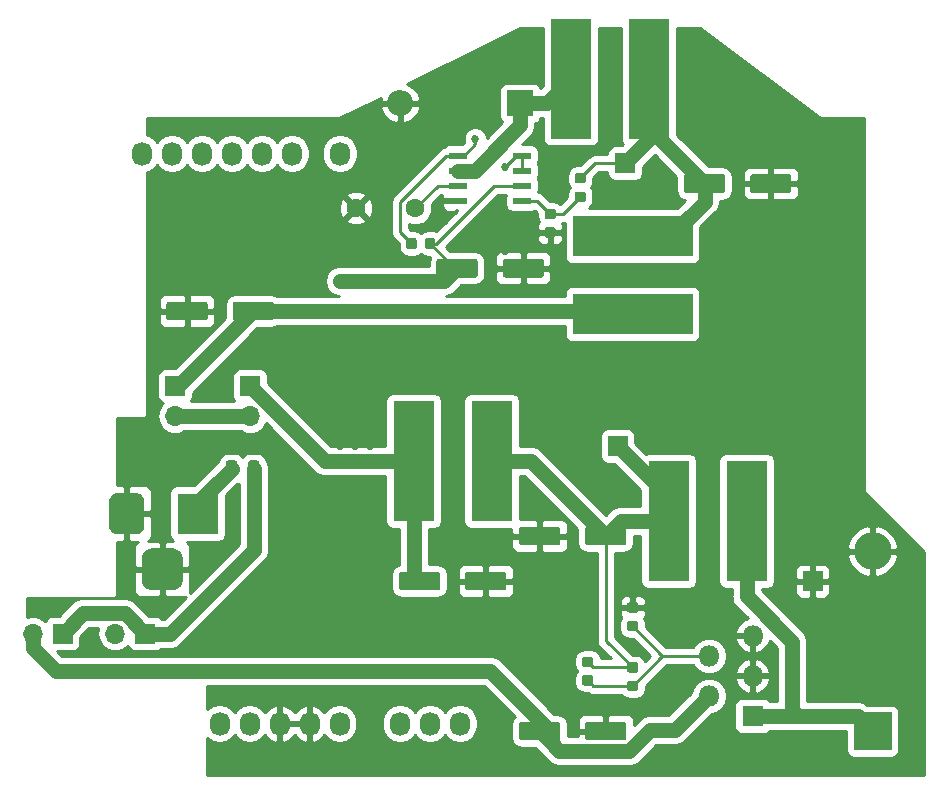
<source format=gtl>
G04 #@! TF.GenerationSoftware,KiCad,Pcbnew,5.0.2+dfsg1-1~bpo9+1*
G04 #@! TF.CreationDate,2019-12-06T02:16:18-05:00*
G04 #@! TF.ProjectId,uno,756e6f2e-6b69-4636-9164-5f7063625858,v1.0*
G04 #@! TF.SameCoordinates,Original*
G04 #@! TF.FileFunction,Copper,L1,Top*
G04 #@! TF.FilePolarity,Positive*
%FSLAX46Y46*%
G04 Gerber Fmt 4.6, Leading zero omitted, Abs format (unit mm)*
G04 Created by KiCad (PCBNEW 5.0.2+dfsg1-1~bpo9+1) date Fri 06 Dec 2019 02:16:18 AM EST*
%MOMM*%
%LPD*%
G01*
G04 APERTURE LIST*
G04 #@! TA.AperFunction,Conductor*
%ADD10C,0.100000*%
G04 #@! TD*
G04 #@! TA.AperFunction,SMDPad,CuDef*
%ADD11C,0.975000*%
G04 #@! TD*
G04 #@! TA.AperFunction,ComponentPad*
%ADD12O,1.700000X1.700000*%
G04 #@! TD*
G04 #@! TA.AperFunction,ComponentPad*
%ADD13R,1.700000X1.700000*%
G04 #@! TD*
G04 #@! TA.AperFunction,ComponentPad*
%ADD14C,1.600000*%
G04 #@! TD*
G04 #@! TA.AperFunction,ComponentPad*
%ADD15O,1.727200X2.032000*%
G04 #@! TD*
G04 #@! TA.AperFunction,SMDPad,CuDef*
%ADD16C,1.600000*%
G04 #@! TD*
G04 #@! TA.AperFunction,ComponentPad*
%ADD17R,2.200000X2.200000*%
G04 #@! TD*
G04 #@! TA.AperFunction,ComponentPad*
%ADD18O,2.200000X2.200000*%
G04 #@! TD*
G04 #@! TA.AperFunction,ComponentPad*
%ADD19R,3.200000X3.200000*%
G04 #@! TD*
G04 #@! TA.AperFunction,ComponentPad*
%ADD20O,3.200000X3.200000*%
G04 #@! TD*
G04 #@! TA.AperFunction,ComponentPad*
%ADD21R,3.500000X3.500000*%
G04 #@! TD*
G04 #@! TA.AperFunction,ComponentPad*
%ADD22C,3.000000*%
G04 #@! TD*
G04 #@! TA.AperFunction,ComponentPad*
%ADD23C,3.500000*%
G04 #@! TD*
G04 #@! TA.AperFunction,SMDPad,CuDef*
%ADD24R,10.200000X3.500000*%
G04 #@! TD*
G04 #@! TA.AperFunction,SMDPad,CuDef*
%ADD25R,3.500000X10.200000*%
G04 #@! TD*
G04 #@! TA.AperFunction,SMDPad,CuDef*
%ADD26C,0.875000*%
G04 #@! TD*
G04 #@! TA.AperFunction,SMDPad,CuDef*
%ADD27R,1.550000X0.600000*%
G04 #@! TD*
G04 #@! TA.AperFunction,ComponentPad*
%ADD28R,1.800000X1.800000*%
G04 #@! TD*
G04 #@! TA.AperFunction,ComponentPad*
%ADD29O,1.800000X1.800000*%
G04 #@! TD*
G04 #@! TA.AperFunction,ViaPad*
%ADD30C,0.685800*%
G04 #@! TD*
G04 #@! TA.AperFunction,Conductor*
%ADD31C,1.270000*%
G04 #@! TD*
G04 #@! TA.AperFunction,Conductor*
%ADD32C,0.254000*%
G04 #@! TD*
G04 APERTURE END LIST*
D10*
G04 #@! TO.N,VIN*
G04 #@! TO.C,F1*
G36*
X57115142Y-86296174D02*
X57138803Y-86299684D01*
X57162007Y-86305496D01*
X57184529Y-86313554D01*
X57206153Y-86323782D01*
X57226670Y-86336079D01*
X57245883Y-86350329D01*
X57263607Y-86366393D01*
X57279671Y-86384117D01*
X57293921Y-86403330D01*
X57306218Y-86423847D01*
X57316446Y-86445471D01*
X57324504Y-86467993D01*
X57330316Y-86491197D01*
X57333826Y-86514858D01*
X57335000Y-86538750D01*
X57335000Y-87451250D01*
X57333826Y-87475142D01*
X57330316Y-87498803D01*
X57324504Y-87522007D01*
X57316446Y-87544529D01*
X57306218Y-87566153D01*
X57293921Y-87586670D01*
X57279671Y-87605883D01*
X57263607Y-87623607D01*
X57245883Y-87639671D01*
X57226670Y-87653921D01*
X57206153Y-87666218D01*
X57184529Y-87676446D01*
X57162007Y-87684504D01*
X57138803Y-87690316D01*
X57115142Y-87693826D01*
X57091250Y-87695000D01*
X56603750Y-87695000D01*
X56579858Y-87693826D01*
X56556197Y-87690316D01*
X56532993Y-87684504D01*
X56510471Y-87676446D01*
X56488847Y-87666218D01*
X56468330Y-87653921D01*
X56449117Y-87639671D01*
X56431393Y-87623607D01*
X56415329Y-87605883D01*
X56401079Y-87586670D01*
X56388782Y-87566153D01*
X56378554Y-87544529D01*
X56370496Y-87522007D01*
X56364684Y-87498803D01*
X56361174Y-87475142D01*
X56360000Y-87451250D01*
X56360000Y-86538750D01*
X56361174Y-86514858D01*
X56364684Y-86491197D01*
X56370496Y-86467993D01*
X56378554Y-86445471D01*
X56388782Y-86423847D01*
X56401079Y-86403330D01*
X56415329Y-86384117D01*
X56431393Y-86366393D01*
X56449117Y-86350329D01*
X56468330Y-86336079D01*
X56488847Y-86323782D01*
X56510471Y-86313554D01*
X56532993Y-86305496D01*
X56556197Y-86299684D01*
X56579858Y-86296174D01*
X56603750Y-86295000D01*
X57091250Y-86295000D01*
X57115142Y-86296174D01*
X57115142Y-86296174D01*
G37*
D11*
G04 #@! TD*
G04 #@! TO.P,F1,2*
G04 #@! TO.N,VIN*
X56847500Y-86995000D03*
D10*
G04 #@! TO.N,/VINAFTERFUSE*
G04 #@! TO.C,F1*
G36*
X58990142Y-86296174D02*
X59013803Y-86299684D01*
X59037007Y-86305496D01*
X59059529Y-86313554D01*
X59081153Y-86323782D01*
X59101670Y-86336079D01*
X59120883Y-86350329D01*
X59138607Y-86366393D01*
X59154671Y-86384117D01*
X59168921Y-86403330D01*
X59181218Y-86423847D01*
X59191446Y-86445471D01*
X59199504Y-86467993D01*
X59205316Y-86491197D01*
X59208826Y-86514858D01*
X59210000Y-86538750D01*
X59210000Y-87451250D01*
X59208826Y-87475142D01*
X59205316Y-87498803D01*
X59199504Y-87522007D01*
X59191446Y-87544529D01*
X59181218Y-87566153D01*
X59168921Y-87586670D01*
X59154671Y-87605883D01*
X59138607Y-87623607D01*
X59120883Y-87639671D01*
X59101670Y-87653921D01*
X59081153Y-87666218D01*
X59059529Y-87676446D01*
X59037007Y-87684504D01*
X59013803Y-87690316D01*
X58990142Y-87693826D01*
X58966250Y-87695000D01*
X58478750Y-87695000D01*
X58454858Y-87693826D01*
X58431197Y-87690316D01*
X58407993Y-87684504D01*
X58385471Y-87676446D01*
X58363847Y-87666218D01*
X58343330Y-87653921D01*
X58324117Y-87639671D01*
X58306393Y-87623607D01*
X58290329Y-87605883D01*
X58276079Y-87586670D01*
X58263782Y-87566153D01*
X58253554Y-87544529D01*
X58245496Y-87522007D01*
X58239684Y-87498803D01*
X58236174Y-87475142D01*
X58235000Y-87451250D01*
X58235000Y-86538750D01*
X58236174Y-86514858D01*
X58239684Y-86491197D01*
X58245496Y-86467993D01*
X58253554Y-86445471D01*
X58263782Y-86423847D01*
X58276079Y-86403330D01*
X58290329Y-86384117D01*
X58306393Y-86366393D01*
X58324117Y-86350329D01*
X58343330Y-86336079D01*
X58363847Y-86323782D01*
X58385471Y-86313554D01*
X58407993Y-86305496D01*
X58431197Y-86299684D01*
X58454858Y-86296174D01*
X58478750Y-86295000D01*
X58966250Y-86295000D01*
X58990142Y-86296174D01*
X58990142Y-86296174D01*
G37*
D11*
G04 #@! TD*
G04 #@! TO.P,F1,1*
G04 #@! TO.N,/VINAFTERFUSE*
X58722500Y-86995000D03*
D12*
G04 #@! TO.P,JP4,2*
G04 #@! TO.N,+5V*
X58420000Y-82550000D03*
D13*
G04 #@! TO.P,JP4,1*
G04 #@! TO.N,/AfterLMFilter*
X58420000Y-80010000D03*
G04 #@! TD*
D14*
G04 #@! TO.P,C2,2*
G04 #@! TO.N,GND*
X67390000Y-64947500D03*
G04 #@! TO.P,C2,1*
G04 #@! TO.N,Net-(C2-Pad1)*
X72390000Y-64947500D03*
G04 #@! TD*
D12*
G04 #@! TO.P,JP3,2*
G04 #@! TO.N,+5V*
X52070000Y-82550000D03*
D13*
G04 #@! TO.P,JP3,1*
G04 #@! TO.N,/AfterMCFilter*
X52070000Y-80010000D03*
G04 #@! TD*
D15*
G04 #@! TO.P,U5,3V3*
G04 #@! TO.N,N/C*
X55829200Y-108585000D03*
G04 #@! TO.P,U5,5V*
G04 #@! TO.N,+5V*
X58369200Y-108585000D03*
G04 #@! TO.P,U5,GND1*
G04 #@! TO.N,GND*
X60909200Y-108585000D03*
G04 #@! TO.P,U5,GND2*
X63449200Y-108585000D03*
G04 #@! TO.P,U5,VIN*
G04 #@! TO.N,VIN*
X65989200Y-108585000D03*
G04 #@! TO.P,U5,A0*
G04 #@! TO.N,/A0*
X71094600Y-108585000D03*
G04 #@! TO.P,U5,A1*
G04 #@! TO.N,/A1*
X73634600Y-108585000D03*
G04 #@! TO.P,U5,A2*
G04 #@! TO.N,/A2*
X76174600Y-108585000D03*
G04 #@! TO.P,U5,D7*
G04 #@! TO.N,/D7*
X66014600Y-60325000D03*
G04 #@! TO.P,U5,D13*
G04 #@! TO.N,N/C*
X49250600Y-60325000D03*
G04 #@! TO.P,U5,D12*
X51790600Y-60325000D03*
G04 #@! TO.P,U5,D11*
X54330600Y-60325000D03*
G04 #@! TO.P,U5,D8*
X61950600Y-60325000D03*
G04 #@! TO.P,U5,D9*
X59410600Y-60325000D03*
G04 #@! TO.P,U5,D10*
X56870600Y-60325000D03*
G04 #@! TD*
D10*
G04 #@! TO.N,GND*
G04 #@! TO.C,C1*
G36*
X83064504Y-69228704D02*
X83088773Y-69232304D01*
X83112571Y-69238265D01*
X83135671Y-69246530D01*
X83157849Y-69257020D01*
X83178893Y-69269633D01*
X83198598Y-69284247D01*
X83216777Y-69300723D01*
X83233253Y-69318902D01*
X83247867Y-69338607D01*
X83260480Y-69359651D01*
X83270970Y-69381829D01*
X83279235Y-69404929D01*
X83285196Y-69428727D01*
X83288796Y-69452996D01*
X83290000Y-69477500D01*
X83290000Y-70577500D01*
X83288796Y-70602004D01*
X83285196Y-70626273D01*
X83279235Y-70650071D01*
X83270970Y-70673171D01*
X83260480Y-70695349D01*
X83247867Y-70716393D01*
X83233253Y-70736098D01*
X83216777Y-70754277D01*
X83198598Y-70770753D01*
X83178893Y-70785367D01*
X83157849Y-70797980D01*
X83135671Y-70808470D01*
X83112571Y-70816735D01*
X83088773Y-70822696D01*
X83064504Y-70826296D01*
X83040000Y-70827500D01*
X80040000Y-70827500D01*
X80015496Y-70826296D01*
X79991227Y-70822696D01*
X79967429Y-70816735D01*
X79944329Y-70808470D01*
X79922151Y-70797980D01*
X79901107Y-70785367D01*
X79881402Y-70770753D01*
X79863223Y-70754277D01*
X79846747Y-70736098D01*
X79832133Y-70716393D01*
X79819520Y-70695349D01*
X79809030Y-70673171D01*
X79800765Y-70650071D01*
X79794804Y-70626273D01*
X79791204Y-70602004D01*
X79790000Y-70577500D01*
X79790000Y-69477500D01*
X79791204Y-69452996D01*
X79794804Y-69428727D01*
X79800765Y-69404929D01*
X79809030Y-69381829D01*
X79819520Y-69359651D01*
X79832133Y-69338607D01*
X79846747Y-69318902D01*
X79863223Y-69300723D01*
X79881402Y-69284247D01*
X79901107Y-69269633D01*
X79922151Y-69257020D01*
X79944329Y-69246530D01*
X79967429Y-69238265D01*
X79991227Y-69232304D01*
X80015496Y-69228704D01*
X80040000Y-69227500D01*
X83040000Y-69227500D01*
X83064504Y-69228704D01*
X83064504Y-69228704D01*
G37*
D16*
G04 #@! TD*
G04 #@! TO.P,C1,2*
G04 #@! TO.N,GND*
X81540000Y-70027500D03*
D10*
G04 #@! TO.N,/MCVIN*
G04 #@! TO.C,C1*
G36*
X77464504Y-69228704D02*
X77488773Y-69232304D01*
X77512571Y-69238265D01*
X77535671Y-69246530D01*
X77557849Y-69257020D01*
X77578893Y-69269633D01*
X77598598Y-69284247D01*
X77616777Y-69300723D01*
X77633253Y-69318902D01*
X77647867Y-69338607D01*
X77660480Y-69359651D01*
X77670970Y-69381829D01*
X77679235Y-69404929D01*
X77685196Y-69428727D01*
X77688796Y-69452996D01*
X77690000Y-69477500D01*
X77690000Y-70577500D01*
X77688796Y-70602004D01*
X77685196Y-70626273D01*
X77679235Y-70650071D01*
X77670970Y-70673171D01*
X77660480Y-70695349D01*
X77647867Y-70716393D01*
X77633253Y-70736098D01*
X77616777Y-70754277D01*
X77598598Y-70770753D01*
X77578893Y-70785367D01*
X77557849Y-70797980D01*
X77535671Y-70808470D01*
X77512571Y-70816735D01*
X77488773Y-70822696D01*
X77464504Y-70826296D01*
X77440000Y-70827500D01*
X74440000Y-70827500D01*
X74415496Y-70826296D01*
X74391227Y-70822696D01*
X74367429Y-70816735D01*
X74344329Y-70808470D01*
X74322151Y-70797980D01*
X74301107Y-70785367D01*
X74281402Y-70770753D01*
X74263223Y-70754277D01*
X74246747Y-70736098D01*
X74232133Y-70716393D01*
X74219520Y-70695349D01*
X74209030Y-70673171D01*
X74200765Y-70650071D01*
X74194804Y-70626273D01*
X74191204Y-70602004D01*
X74190000Y-70577500D01*
X74190000Y-69477500D01*
X74191204Y-69452996D01*
X74194804Y-69428727D01*
X74200765Y-69404929D01*
X74209030Y-69381829D01*
X74219520Y-69359651D01*
X74232133Y-69338607D01*
X74246747Y-69318902D01*
X74263223Y-69300723D01*
X74281402Y-69284247D01*
X74301107Y-69269633D01*
X74322151Y-69257020D01*
X74344329Y-69246530D01*
X74367429Y-69238265D01*
X74391227Y-69232304D01*
X74415496Y-69228704D01*
X74440000Y-69227500D01*
X77440000Y-69227500D01*
X77464504Y-69228704D01*
X77464504Y-69228704D01*
G37*
D16*
G04 #@! TD*
G04 #@! TO.P,C1,1*
G04 #@! TO.N,/MCVIN*
X75940000Y-70027500D03*
D10*
G04 #@! TO.N,GND*
G04 #@! TO.C,C3*
G36*
X54604504Y-72861204D02*
X54628773Y-72864804D01*
X54652571Y-72870765D01*
X54675671Y-72879030D01*
X54697849Y-72889520D01*
X54718893Y-72902133D01*
X54738598Y-72916747D01*
X54756777Y-72933223D01*
X54773253Y-72951402D01*
X54787867Y-72971107D01*
X54800480Y-72992151D01*
X54810970Y-73014329D01*
X54819235Y-73037429D01*
X54825196Y-73061227D01*
X54828796Y-73085496D01*
X54830000Y-73110000D01*
X54830000Y-74210000D01*
X54828796Y-74234504D01*
X54825196Y-74258773D01*
X54819235Y-74282571D01*
X54810970Y-74305671D01*
X54800480Y-74327849D01*
X54787867Y-74348893D01*
X54773253Y-74368598D01*
X54756777Y-74386777D01*
X54738598Y-74403253D01*
X54718893Y-74417867D01*
X54697849Y-74430480D01*
X54675671Y-74440970D01*
X54652571Y-74449235D01*
X54628773Y-74455196D01*
X54604504Y-74458796D01*
X54580000Y-74460000D01*
X51580000Y-74460000D01*
X51555496Y-74458796D01*
X51531227Y-74455196D01*
X51507429Y-74449235D01*
X51484329Y-74440970D01*
X51462151Y-74430480D01*
X51441107Y-74417867D01*
X51421402Y-74403253D01*
X51403223Y-74386777D01*
X51386747Y-74368598D01*
X51372133Y-74348893D01*
X51359520Y-74327849D01*
X51349030Y-74305671D01*
X51340765Y-74282571D01*
X51334804Y-74258773D01*
X51331204Y-74234504D01*
X51330000Y-74210000D01*
X51330000Y-73110000D01*
X51331204Y-73085496D01*
X51334804Y-73061227D01*
X51340765Y-73037429D01*
X51349030Y-73014329D01*
X51359520Y-72992151D01*
X51372133Y-72971107D01*
X51386747Y-72951402D01*
X51403223Y-72933223D01*
X51421402Y-72916747D01*
X51441107Y-72902133D01*
X51462151Y-72889520D01*
X51484329Y-72879030D01*
X51507429Y-72870765D01*
X51531227Y-72864804D01*
X51555496Y-72861204D01*
X51580000Y-72860000D01*
X54580000Y-72860000D01*
X54604504Y-72861204D01*
X54604504Y-72861204D01*
G37*
D16*
G04 #@! TD*
G04 #@! TO.P,C3,2*
G04 #@! TO.N,GND*
X53080000Y-73660000D03*
D10*
G04 #@! TO.N,/AfterMCFilter*
G04 #@! TO.C,C3*
G36*
X60204504Y-72861204D02*
X60228773Y-72864804D01*
X60252571Y-72870765D01*
X60275671Y-72879030D01*
X60297849Y-72889520D01*
X60318893Y-72902133D01*
X60338598Y-72916747D01*
X60356777Y-72933223D01*
X60373253Y-72951402D01*
X60387867Y-72971107D01*
X60400480Y-72992151D01*
X60410970Y-73014329D01*
X60419235Y-73037429D01*
X60425196Y-73061227D01*
X60428796Y-73085496D01*
X60430000Y-73110000D01*
X60430000Y-74210000D01*
X60428796Y-74234504D01*
X60425196Y-74258773D01*
X60419235Y-74282571D01*
X60410970Y-74305671D01*
X60400480Y-74327849D01*
X60387867Y-74348893D01*
X60373253Y-74368598D01*
X60356777Y-74386777D01*
X60338598Y-74403253D01*
X60318893Y-74417867D01*
X60297849Y-74430480D01*
X60275671Y-74440970D01*
X60252571Y-74449235D01*
X60228773Y-74455196D01*
X60204504Y-74458796D01*
X60180000Y-74460000D01*
X57180000Y-74460000D01*
X57155496Y-74458796D01*
X57131227Y-74455196D01*
X57107429Y-74449235D01*
X57084329Y-74440970D01*
X57062151Y-74430480D01*
X57041107Y-74417867D01*
X57021402Y-74403253D01*
X57003223Y-74386777D01*
X56986747Y-74368598D01*
X56972133Y-74348893D01*
X56959520Y-74327849D01*
X56949030Y-74305671D01*
X56940765Y-74282571D01*
X56934804Y-74258773D01*
X56931204Y-74234504D01*
X56930000Y-74210000D01*
X56930000Y-73110000D01*
X56931204Y-73085496D01*
X56934804Y-73061227D01*
X56940765Y-73037429D01*
X56949030Y-73014329D01*
X56959520Y-72992151D01*
X56972133Y-72971107D01*
X56986747Y-72951402D01*
X57003223Y-72933223D01*
X57021402Y-72916747D01*
X57041107Y-72902133D01*
X57062151Y-72889520D01*
X57084329Y-72879030D01*
X57107429Y-72870765D01*
X57131227Y-72864804D01*
X57155496Y-72861204D01*
X57180000Y-72860000D01*
X60180000Y-72860000D01*
X60204504Y-72861204D01*
X60204504Y-72861204D01*
G37*
D16*
G04 #@! TD*
G04 #@! TO.P,C3,1*
G04 #@! TO.N,/AfterMCFilter*
X58680000Y-73660000D03*
D10*
G04 #@! TO.N,/MCVOUTWOUTFILTER*
G04 #@! TO.C,C4*
G36*
X98419504Y-62066204D02*
X98443773Y-62069804D01*
X98467571Y-62075765D01*
X98490671Y-62084030D01*
X98512849Y-62094520D01*
X98533893Y-62107133D01*
X98553598Y-62121747D01*
X98571777Y-62138223D01*
X98588253Y-62156402D01*
X98602867Y-62176107D01*
X98615480Y-62197151D01*
X98625970Y-62219329D01*
X98634235Y-62242429D01*
X98640196Y-62266227D01*
X98643796Y-62290496D01*
X98645000Y-62315000D01*
X98645000Y-63415000D01*
X98643796Y-63439504D01*
X98640196Y-63463773D01*
X98634235Y-63487571D01*
X98625970Y-63510671D01*
X98615480Y-63532849D01*
X98602867Y-63553893D01*
X98588253Y-63573598D01*
X98571777Y-63591777D01*
X98553598Y-63608253D01*
X98533893Y-63622867D01*
X98512849Y-63635480D01*
X98490671Y-63645970D01*
X98467571Y-63654235D01*
X98443773Y-63660196D01*
X98419504Y-63663796D01*
X98395000Y-63665000D01*
X95395000Y-63665000D01*
X95370496Y-63663796D01*
X95346227Y-63660196D01*
X95322429Y-63654235D01*
X95299329Y-63645970D01*
X95277151Y-63635480D01*
X95256107Y-63622867D01*
X95236402Y-63608253D01*
X95218223Y-63591777D01*
X95201747Y-63573598D01*
X95187133Y-63553893D01*
X95174520Y-63532849D01*
X95164030Y-63510671D01*
X95155765Y-63487571D01*
X95149804Y-63463773D01*
X95146204Y-63439504D01*
X95145000Y-63415000D01*
X95145000Y-62315000D01*
X95146204Y-62290496D01*
X95149804Y-62266227D01*
X95155765Y-62242429D01*
X95164030Y-62219329D01*
X95174520Y-62197151D01*
X95187133Y-62176107D01*
X95201747Y-62156402D01*
X95218223Y-62138223D01*
X95236402Y-62121747D01*
X95256107Y-62107133D01*
X95277151Y-62094520D01*
X95299329Y-62084030D01*
X95322429Y-62075765D01*
X95346227Y-62069804D01*
X95370496Y-62066204D01*
X95395000Y-62065000D01*
X98395000Y-62065000D01*
X98419504Y-62066204D01*
X98419504Y-62066204D01*
G37*
D16*
G04 #@! TD*
G04 #@! TO.P,C4,1*
G04 #@! TO.N,/MCVOUTWOUTFILTER*
X96895000Y-62865000D03*
D10*
G04 #@! TO.N,GND*
G04 #@! TO.C,C4*
G36*
X104019504Y-62066204D02*
X104043773Y-62069804D01*
X104067571Y-62075765D01*
X104090671Y-62084030D01*
X104112849Y-62094520D01*
X104133893Y-62107133D01*
X104153598Y-62121747D01*
X104171777Y-62138223D01*
X104188253Y-62156402D01*
X104202867Y-62176107D01*
X104215480Y-62197151D01*
X104225970Y-62219329D01*
X104234235Y-62242429D01*
X104240196Y-62266227D01*
X104243796Y-62290496D01*
X104245000Y-62315000D01*
X104245000Y-63415000D01*
X104243796Y-63439504D01*
X104240196Y-63463773D01*
X104234235Y-63487571D01*
X104225970Y-63510671D01*
X104215480Y-63532849D01*
X104202867Y-63553893D01*
X104188253Y-63573598D01*
X104171777Y-63591777D01*
X104153598Y-63608253D01*
X104133893Y-63622867D01*
X104112849Y-63635480D01*
X104090671Y-63645970D01*
X104067571Y-63654235D01*
X104043773Y-63660196D01*
X104019504Y-63663796D01*
X103995000Y-63665000D01*
X100995000Y-63665000D01*
X100970496Y-63663796D01*
X100946227Y-63660196D01*
X100922429Y-63654235D01*
X100899329Y-63645970D01*
X100877151Y-63635480D01*
X100856107Y-63622867D01*
X100836402Y-63608253D01*
X100818223Y-63591777D01*
X100801747Y-63573598D01*
X100787133Y-63553893D01*
X100774520Y-63532849D01*
X100764030Y-63510671D01*
X100755765Y-63487571D01*
X100749804Y-63463773D01*
X100746204Y-63439504D01*
X100745000Y-63415000D01*
X100745000Y-62315000D01*
X100746204Y-62290496D01*
X100749804Y-62266227D01*
X100755765Y-62242429D01*
X100764030Y-62219329D01*
X100774520Y-62197151D01*
X100787133Y-62176107D01*
X100801747Y-62156402D01*
X100818223Y-62138223D01*
X100836402Y-62121747D01*
X100856107Y-62107133D01*
X100877151Y-62094520D01*
X100899329Y-62084030D01*
X100922429Y-62075765D01*
X100946227Y-62069804D01*
X100970496Y-62066204D01*
X100995000Y-62065000D01*
X103995000Y-62065000D01*
X104019504Y-62066204D01*
X104019504Y-62066204D01*
G37*
D16*
G04 #@! TD*
G04 #@! TO.P,C4,2*
G04 #@! TO.N,GND*
X102495000Y-62865000D03*
D10*
G04 #@! TO.N,/LMVIN*
G04 #@! TO.C,C5*
G36*
X84449504Y-108421204D02*
X84473773Y-108424804D01*
X84497571Y-108430765D01*
X84520671Y-108439030D01*
X84542849Y-108449520D01*
X84563893Y-108462133D01*
X84583598Y-108476747D01*
X84601777Y-108493223D01*
X84618253Y-108511402D01*
X84632867Y-108531107D01*
X84645480Y-108552151D01*
X84655970Y-108574329D01*
X84664235Y-108597429D01*
X84670196Y-108621227D01*
X84673796Y-108645496D01*
X84675000Y-108670000D01*
X84675000Y-109770000D01*
X84673796Y-109794504D01*
X84670196Y-109818773D01*
X84664235Y-109842571D01*
X84655970Y-109865671D01*
X84645480Y-109887849D01*
X84632867Y-109908893D01*
X84618253Y-109928598D01*
X84601777Y-109946777D01*
X84583598Y-109963253D01*
X84563893Y-109977867D01*
X84542849Y-109990480D01*
X84520671Y-110000970D01*
X84497571Y-110009235D01*
X84473773Y-110015196D01*
X84449504Y-110018796D01*
X84425000Y-110020000D01*
X81425000Y-110020000D01*
X81400496Y-110018796D01*
X81376227Y-110015196D01*
X81352429Y-110009235D01*
X81329329Y-110000970D01*
X81307151Y-109990480D01*
X81286107Y-109977867D01*
X81266402Y-109963253D01*
X81248223Y-109946777D01*
X81231747Y-109928598D01*
X81217133Y-109908893D01*
X81204520Y-109887849D01*
X81194030Y-109865671D01*
X81185765Y-109842571D01*
X81179804Y-109818773D01*
X81176204Y-109794504D01*
X81175000Y-109770000D01*
X81175000Y-108670000D01*
X81176204Y-108645496D01*
X81179804Y-108621227D01*
X81185765Y-108597429D01*
X81194030Y-108574329D01*
X81204520Y-108552151D01*
X81217133Y-108531107D01*
X81231747Y-108511402D01*
X81248223Y-108493223D01*
X81266402Y-108476747D01*
X81286107Y-108462133D01*
X81307151Y-108449520D01*
X81329329Y-108439030D01*
X81352429Y-108430765D01*
X81376227Y-108424804D01*
X81400496Y-108421204D01*
X81425000Y-108420000D01*
X84425000Y-108420000D01*
X84449504Y-108421204D01*
X84449504Y-108421204D01*
G37*
D16*
G04 #@! TD*
G04 #@! TO.P,C5,1*
G04 #@! TO.N,/LMVIN*
X82925000Y-109220000D03*
D10*
G04 #@! TO.N,GND*
G04 #@! TO.C,C5*
G36*
X90049504Y-108421204D02*
X90073773Y-108424804D01*
X90097571Y-108430765D01*
X90120671Y-108439030D01*
X90142849Y-108449520D01*
X90163893Y-108462133D01*
X90183598Y-108476747D01*
X90201777Y-108493223D01*
X90218253Y-108511402D01*
X90232867Y-108531107D01*
X90245480Y-108552151D01*
X90255970Y-108574329D01*
X90264235Y-108597429D01*
X90270196Y-108621227D01*
X90273796Y-108645496D01*
X90275000Y-108670000D01*
X90275000Y-109770000D01*
X90273796Y-109794504D01*
X90270196Y-109818773D01*
X90264235Y-109842571D01*
X90255970Y-109865671D01*
X90245480Y-109887849D01*
X90232867Y-109908893D01*
X90218253Y-109928598D01*
X90201777Y-109946777D01*
X90183598Y-109963253D01*
X90163893Y-109977867D01*
X90142849Y-109990480D01*
X90120671Y-110000970D01*
X90097571Y-110009235D01*
X90073773Y-110015196D01*
X90049504Y-110018796D01*
X90025000Y-110020000D01*
X87025000Y-110020000D01*
X87000496Y-110018796D01*
X86976227Y-110015196D01*
X86952429Y-110009235D01*
X86929329Y-110000970D01*
X86907151Y-109990480D01*
X86886107Y-109977867D01*
X86866402Y-109963253D01*
X86848223Y-109946777D01*
X86831747Y-109928598D01*
X86817133Y-109908893D01*
X86804520Y-109887849D01*
X86794030Y-109865671D01*
X86785765Y-109842571D01*
X86779804Y-109818773D01*
X86776204Y-109794504D01*
X86775000Y-109770000D01*
X86775000Y-108670000D01*
X86776204Y-108645496D01*
X86779804Y-108621227D01*
X86785765Y-108597429D01*
X86794030Y-108574329D01*
X86804520Y-108552151D01*
X86817133Y-108531107D01*
X86831747Y-108511402D01*
X86848223Y-108493223D01*
X86866402Y-108476747D01*
X86886107Y-108462133D01*
X86907151Y-108449520D01*
X86929329Y-108439030D01*
X86952429Y-108430765D01*
X86976227Y-108424804D01*
X87000496Y-108421204D01*
X87025000Y-108420000D01*
X90025000Y-108420000D01*
X90049504Y-108421204D01*
X90049504Y-108421204D01*
G37*
D16*
G04 #@! TD*
G04 #@! TO.P,C5,2*
G04 #@! TO.N,GND*
X88525000Y-109220000D03*
D10*
G04 #@! TO.N,/AfterLMFilter*
G04 #@! TO.C,C6*
G36*
X74289504Y-95721204D02*
X74313773Y-95724804D01*
X74337571Y-95730765D01*
X74360671Y-95739030D01*
X74382849Y-95749520D01*
X74403893Y-95762133D01*
X74423598Y-95776747D01*
X74441777Y-95793223D01*
X74458253Y-95811402D01*
X74472867Y-95831107D01*
X74485480Y-95852151D01*
X74495970Y-95874329D01*
X74504235Y-95897429D01*
X74510196Y-95921227D01*
X74513796Y-95945496D01*
X74515000Y-95970000D01*
X74515000Y-97070000D01*
X74513796Y-97094504D01*
X74510196Y-97118773D01*
X74504235Y-97142571D01*
X74495970Y-97165671D01*
X74485480Y-97187849D01*
X74472867Y-97208893D01*
X74458253Y-97228598D01*
X74441777Y-97246777D01*
X74423598Y-97263253D01*
X74403893Y-97277867D01*
X74382849Y-97290480D01*
X74360671Y-97300970D01*
X74337571Y-97309235D01*
X74313773Y-97315196D01*
X74289504Y-97318796D01*
X74265000Y-97320000D01*
X71265000Y-97320000D01*
X71240496Y-97318796D01*
X71216227Y-97315196D01*
X71192429Y-97309235D01*
X71169329Y-97300970D01*
X71147151Y-97290480D01*
X71126107Y-97277867D01*
X71106402Y-97263253D01*
X71088223Y-97246777D01*
X71071747Y-97228598D01*
X71057133Y-97208893D01*
X71044520Y-97187849D01*
X71034030Y-97165671D01*
X71025765Y-97142571D01*
X71019804Y-97118773D01*
X71016204Y-97094504D01*
X71015000Y-97070000D01*
X71015000Y-95970000D01*
X71016204Y-95945496D01*
X71019804Y-95921227D01*
X71025765Y-95897429D01*
X71034030Y-95874329D01*
X71044520Y-95852151D01*
X71057133Y-95831107D01*
X71071747Y-95811402D01*
X71088223Y-95793223D01*
X71106402Y-95776747D01*
X71126107Y-95762133D01*
X71147151Y-95749520D01*
X71169329Y-95739030D01*
X71192429Y-95730765D01*
X71216227Y-95724804D01*
X71240496Y-95721204D01*
X71265000Y-95720000D01*
X74265000Y-95720000D01*
X74289504Y-95721204D01*
X74289504Y-95721204D01*
G37*
D16*
G04 #@! TD*
G04 #@! TO.P,C6,1*
G04 #@! TO.N,/AfterLMFilter*
X72765000Y-96520000D03*
D10*
G04 #@! TO.N,GND*
G04 #@! TO.C,C6*
G36*
X79889504Y-95721204D02*
X79913773Y-95724804D01*
X79937571Y-95730765D01*
X79960671Y-95739030D01*
X79982849Y-95749520D01*
X80003893Y-95762133D01*
X80023598Y-95776747D01*
X80041777Y-95793223D01*
X80058253Y-95811402D01*
X80072867Y-95831107D01*
X80085480Y-95852151D01*
X80095970Y-95874329D01*
X80104235Y-95897429D01*
X80110196Y-95921227D01*
X80113796Y-95945496D01*
X80115000Y-95970000D01*
X80115000Y-97070000D01*
X80113796Y-97094504D01*
X80110196Y-97118773D01*
X80104235Y-97142571D01*
X80095970Y-97165671D01*
X80085480Y-97187849D01*
X80072867Y-97208893D01*
X80058253Y-97228598D01*
X80041777Y-97246777D01*
X80023598Y-97263253D01*
X80003893Y-97277867D01*
X79982849Y-97290480D01*
X79960671Y-97300970D01*
X79937571Y-97309235D01*
X79913773Y-97315196D01*
X79889504Y-97318796D01*
X79865000Y-97320000D01*
X76865000Y-97320000D01*
X76840496Y-97318796D01*
X76816227Y-97315196D01*
X76792429Y-97309235D01*
X76769329Y-97300970D01*
X76747151Y-97290480D01*
X76726107Y-97277867D01*
X76706402Y-97263253D01*
X76688223Y-97246777D01*
X76671747Y-97228598D01*
X76657133Y-97208893D01*
X76644520Y-97187849D01*
X76634030Y-97165671D01*
X76625765Y-97142571D01*
X76619804Y-97118773D01*
X76616204Y-97094504D01*
X76615000Y-97070000D01*
X76615000Y-95970000D01*
X76616204Y-95945496D01*
X76619804Y-95921227D01*
X76625765Y-95897429D01*
X76634030Y-95874329D01*
X76644520Y-95852151D01*
X76657133Y-95831107D01*
X76671747Y-95811402D01*
X76688223Y-95793223D01*
X76706402Y-95776747D01*
X76726107Y-95762133D01*
X76747151Y-95749520D01*
X76769329Y-95739030D01*
X76792429Y-95730765D01*
X76816227Y-95724804D01*
X76840496Y-95721204D01*
X76865000Y-95720000D01*
X79865000Y-95720000D01*
X79889504Y-95721204D01*
X79889504Y-95721204D01*
G37*
D16*
G04 #@! TD*
G04 #@! TO.P,C6,2*
G04 #@! TO.N,GND*
X78365000Y-96520000D03*
D10*
G04 #@! TO.N,GND*
G04 #@! TO.C,C7*
G36*
X84449504Y-91911204D02*
X84473773Y-91914804D01*
X84497571Y-91920765D01*
X84520671Y-91929030D01*
X84542849Y-91939520D01*
X84563893Y-91952133D01*
X84583598Y-91966747D01*
X84601777Y-91983223D01*
X84618253Y-92001402D01*
X84632867Y-92021107D01*
X84645480Y-92042151D01*
X84655970Y-92064329D01*
X84664235Y-92087429D01*
X84670196Y-92111227D01*
X84673796Y-92135496D01*
X84675000Y-92160000D01*
X84675000Y-93260000D01*
X84673796Y-93284504D01*
X84670196Y-93308773D01*
X84664235Y-93332571D01*
X84655970Y-93355671D01*
X84645480Y-93377849D01*
X84632867Y-93398893D01*
X84618253Y-93418598D01*
X84601777Y-93436777D01*
X84583598Y-93453253D01*
X84563893Y-93467867D01*
X84542849Y-93480480D01*
X84520671Y-93490970D01*
X84497571Y-93499235D01*
X84473773Y-93505196D01*
X84449504Y-93508796D01*
X84425000Y-93510000D01*
X81425000Y-93510000D01*
X81400496Y-93508796D01*
X81376227Y-93505196D01*
X81352429Y-93499235D01*
X81329329Y-93490970D01*
X81307151Y-93480480D01*
X81286107Y-93467867D01*
X81266402Y-93453253D01*
X81248223Y-93436777D01*
X81231747Y-93418598D01*
X81217133Y-93398893D01*
X81204520Y-93377849D01*
X81194030Y-93355671D01*
X81185765Y-93332571D01*
X81179804Y-93308773D01*
X81176204Y-93284504D01*
X81175000Y-93260000D01*
X81175000Y-92160000D01*
X81176204Y-92135496D01*
X81179804Y-92111227D01*
X81185765Y-92087429D01*
X81194030Y-92064329D01*
X81204520Y-92042151D01*
X81217133Y-92021107D01*
X81231747Y-92001402D01*
X81248223Y-91983223D01*
X81266402Y-91966747D01*
X81286107Y-91952133D01*
X81307151Y-91939520D01*
X81329329Y-91929030D01*
X81352429Y-91920765D01*
X81376227Y-91914804D01*
X81400496Y-91911204D01*
X81425000Y-91910000D01*
X84425000Y-91910000D01*
X84449504Y-91911204D01*
X84449504Y-91911204D01*
G37*
D16*
G04 #@! TD*
G04 #@! TO.P,C7,2*
G04 #@! TO.N,GND*
X82925000Y-92710000D03*
D10*
G04 #@! TO.N,/LMVOUTWOUTFILTER*
G04 #@! TO.C,C7*
G36*
X90049504Y-91911204D02*
X90073773Y-91914804D01*
X90097571Y-91920765D01*
X90120671Y-91929030D01*
X90142849Y-91939520D01*
X90163893Y-91952133D01*
X90183598Y-91966747D01*
X90201777Y-91983223D01*
X90218253Y-92001402D01*
X90232867Y-92021107D01*
X90245480Y-92042151D01*
X90255970Y-92064329D01*
X90264235Y-92087429D01*
X90270196Y-92111227D01*
X90273796Y-92135496D01*
X90275000Y-92160000D01*
X90275000Y-93260000D01*
X90273796Y-93284504D01*
X90270196Y-93308773D01*
X90264235Y-93332571D01*
X90255970Y-93355671D01*
X90245480Y-93377849D01*
X90232867Y-93398893D01*
X90218253Y-93418598D01*
X90201777Y-93436777D01*
X90183598Y-93453253D01*
X90163893Y-93467867D01*
X90142849Y-93480480D01*
X90120671Y-93490970D01*
X90097571Y-93499235D01*
X90073773Y-93505196D01*
X90049504Y-93508796D01*
X90025000Y-93510000D01*
X87025000Y-93510000D01*
X87000496Y-93508796D01*
X86976227Y-93505196D01*
X86952429Y-93499235D01*
X86929329Y-93490970D01*
X86907151Y-93480480D01*
X86886107Y-93467867D01*
X86866402Y-93453253D01*
X86848223Y-93436777D01*
X86831747Y-93418598D01*
X86817133Y-93398893D01*
X86804520Y-93377849D01*
X86794030Y-93355671D01*
X86785765Y-93332571D01*
X86779804Y-93308773D01*
X86776204Y-93284504D01*
X86775000Y-93260000D01*
X86775000Y-92160000D01*
X86776204Y-92135496D01*
X86779804Y-92111227D01*
X86785765Y-92087429D01*
X86794030Y-92064329D01*
X86804520Y-92042151D01*
X86817133Y-92021107D01*
X86831747Y-92001402D01*
X86848223Y-91983223D01*
X86866402Y-91966747D01*
X86886107Y-91952133D01*
X86907151Y-91939520D01*
X86929329Y-91929030D01*
X86952429Y-91920765D01*
X86976227Y-91914804D01*
X87000496Y-91911204D01*
X87025000Y-91910000D01*
X90025000Y-91910000D01*
X90049504Y-91911204D01*
X90049504Y-91911204D01*
G37*
D16*
G04 #@! TD*
G04 #@! TO.P,C7,1*
G04 #@! TO.N,/LMVOUTWOUTFILTER*
X88525000Y-92710000D03*
D17*
G04 #@! TO.P,D1,1*
G04 #@! TO.N,/TOINDUCTOR_MC*
X81280000Y-56057500D03*
D18*
G04 #@! TO.P,D1,2*
G04 #@! TO.N,GND*
X71120000Y-56057500D03*
G04 #@! TD*
D19*
G04 #@! TO.P,D2,1*
G04 #@! TO.N,/LM_TOINDUCTOR*
X111125000Y-109220000D03*
D20*
G04 #@! TO.P,D2,2*
G04 #@! TO.N,GND*
X111125000Y-93980000D03*
G04 #@! TD*
D21*
G04 #@! TO.P,J1,1*
G04 #@! TO.N,VIN*
X53975000Y-90805000D03*
D10*
G04 #@! TD*
G04 #@! TO.N,GND*
G04 #@! TO.C,J1*
G36*
X48798513Y-89058611D02*
X48871318Y-89069411D01*
X48942714Y-89087295D01*
X49012013Y-89112090D01*
X49078548Y-89143559D01*
X49141678Y-89181398D01*
X49200795Y-89225242D01*
X49255330Y-89274670D01*
X49304758Y-89329205D01*
X49348602Y-89388322D01*
X49386441Y-89451452D01*
X49417910Y-89517987D01*
X49442705Y-89587286D01*
X49460589Y-89658682D01*
X49471389Y-89731487D01*
X49475000Y-89805000D01*
X49475000Y-91805000D01*
X49471389Y-91878513D01*
X49460589Y-91951318D01*
X49442705Y-92022714D01*
X49417910Y-92092013D01*
X49386441Y-92158548D01*
X49348602Y-92221678D01*
X49304758Y-92280795D01*
X49255330Y-92335330D01*
X49200795Y-92384758D01*
X49141678Y-92428602D01*
X49078548Y-92466441D01*
X49012013Y-92497910D01*
X48942714Y-92522705D01*
X48871318Y-92540589D01*
X48798513Y-92551389D01*
X48725000Y-92555000D01*
X47225000Y-92555000D01*
X47151487Y-92551389D01*
X47078682Y-92540589D01*
X47007286Y-92522705D01*
X46937987Y-92497910D01*
X46871452Y-92466441D01*
X46808322Y-92428602D01*
X46749205Y-92384758D01*
X46694670Y-92335330D01*
X46645242Y-92280795D01*
X46601398Y-92221678D01*
X46563559Y-92158548D01*
X46532090Y-92092013D01*
X46507295Y-92022714D01*
X46489411Y-91951318D01*
X46478611Y-91878513D01*
X46475000Y-91805000D01*
X46475000Y-89805000D01*
X46478611Y-89731487D01*
X46489411Y-89658682D01*
X46507295Y-89587286D01*
X46532090Y-89517987D01*
X46563559Y-89451452D01*
X46601398Y-89388322D01*
X46645242Y-89329205D01*
X46694670Y-89274670D01*
X46749205Y-89225242D01*
X46808322Y-89181398D01*
X46871452Y-89143559D01*
X46937987Y-89112090D01*
X47007286Y-89087295D01*
X47078682Y-89069411D01*
X47151487Y-89058611D01*
X47225000Y-89055000D01*
X48725000Y-89055000D01*
X48798513Y-89058611D01*
X48798513Y-89058611D01*
G37*
D22*
G04 #@! TO.P,J1,2*
G04 #@! TO.N,GND*
X47975000Y-90805000D03*
D10*
G04 #@! TD*
G04 #@! TO.N,GND*
G04 #@! TO.C,J1*
G36*
X51935765Y-93759213D02*
X52020704Y-93771813D01*
X52103999Y-93792677D01*
X52184848Y-93821605D01*
X52262472Y-93858319D01*
X52336124Y-93902464D01*
X52405094Y-93953616D01*
X52468718Y-94011282D01*
X52526384Y-94074906D01*
X52577536Y-94143876D01*
X52621681Y-94217528D01*
X52658395Y-94295152D01*
X52687323Y-94376001D01*
X52708187Y-94459296D01*
X52720787Y-94544235D01*
X52725000Y-94630000D01*
X52725000Y-96380000D01*
X52720787Y-96465765D01*
X52708187Y-96550704D01*
X52687323Y-96633999D01*
X52658395Y-96714848D01*
X52621681Y-96792472D01*
X52577536Y-96866124D01*
X52526384Y-96935094D01*
X52468718Y-96998718D01*
X52405094Y-97056384D01*
X52336124Y-97107536D01*
X52262472Y-97151681D01*
X52184848Y-97188395D01*
X52103999Y-97217323D01*
X52020704Y-97238187D01*
X51935765Y-97250787D01*
X51850000Y-97255000D01*
X50100000Y-97255000D01*
X50014235Y-97250787D01*
X49929296Y-97238187D01*
X49846001Y-97217323D01*
X49765152Y-97188395D01*
X49687528Y-97151681D01*
X49613876Y-97107536D01*
X49544906Y-97056384D01*
X49481282Y-96998718D01*
X49423616Y-96935094D01*
X49372464Y-96866124D01*
X49328319Y-96792472D01*
X49291605Y-96714848D01*
X49262677Y-96633999D01*
X49241813Y-96550704D01*
X49229213Y-96465765D01*
X49225000Y-96380000D01*
X49225000Y-94630000D01*
X49229213Y-94544235D01*
X49241813Y-94459296D01*
X49262677Y-94376001D01*
X49291605Y-94295152D01*
X49328319Y-94217528D01*
X49372464Y-94143876D01*
X49423616Y-94074906D01*
X49481282Y-94011282D01*
X49544906Y-93953616D01*
X49613876Y-93902464D01*
X49687528Y-93858319D01*
X49765152Y-93821605D01*
X49846001Y-93792677D01*
X49929296Y-93771813D01*
X50014235Y-93759213D01*
X50100000Y-93755000D01*
X51850000Y-93755000D01*
X51935765Y-93759213D01*
X51935765Y-93759213D01*
G37*
D23*
G04 #@! TO.P,J1,3*
G04 #@! TO.N,GND*
X50975000Y-95505000D03*
G04 #@! TD*
D13*
G04 #@! TO.P,JP1,1*
G04 #@! TO.N,/VINAFTERFUSE*
X49530000Y-100965000D03*
D12*
G04 #@! TO.P,JP1,2*
G04 #@! TO.N,/MCVIN*
X46990000Y-100965000D03*
G04 #@! TD*
G04 #@! TO.P,JP2,2*
G04 #@! TO.N,/LMVIN*
X40005000Y-100965000D03*
D13*
G04 #@! TO.P,JP2,1*
G04 #@! TO.N,/VINAFTERFUSE*
X42545000Y-100965000D03*
G04 #@! TD*
D24*
G04 #@! TO.P,L1,2*
G04 #@! TO.N,/AfterMCFilter*
X90805000Y-73910000D03*
G04 #@! TO.P,L1,1*
G04 #@! TO.N,/MCVOUTWOUTFILTER*
X90805000Y-67310000D03*
G04 #@! TD*
D25*
G04 #@! TO.P,L2,1*
G04 #@! TO.N,/TOINDUCTOR_MC*
X85600000Y-53975000D03*
G04 #@! TO.P,L2,2*
G04 #@! TO.N,/MCVOUTWOUTFILTER*
X92200000Y-53975000D03*
G04 #@! TD*
G04 #@! TO.P,L3,1*
G04 #@! TO.N,/LMVOUTWOUTFILTER*
X78865000Y-86360000D03*
G04 #@! TO.P,L3,2*
G04 #@! TO.N,/AfterLMFilter*
X72265000Y-86360000D03*
G04 #@! TD*
G04 #@! TO.P,L4,2*
G04 #@! TO.N,/LMVOUTWOUTFILTER*
X93855000Y-91440000D03*
G04 #@! TO.P,L4,1*
G04 #@! TO.N,/LM_TOINDUCTOR*
X100455000Y-91440000D03*
G04 #@! TD*
D13*
G04 #@! TO.P,LMNOFILTERCON1,1*
G04 #@! TO.N,/LMVOUTWOUTFILTER*
X89535000Y-85090000D03*
G04 #@! TD*
G04 #@! TO.P,MCNOFILTERCON1,1*
G04 #@! TO.N,/MCVOUTWOUTFILTER*
X90170000Y-61137500D03*
G04 #@! TD*
G04 #@! TO.P,ONOFFLM_CON1,1*
G04 #@! TO.N,GND*
X106045000Y-96520000D03*
G04 #@! TD*
D10*
G04 #@! TO.N,/LMVOUTWOUTFILTER*
G04 #@! TO.C,OPTIONALCAP1*
G36*
X87272691Y-102916053D02*
X87293926Y-102919203D01*
X87314750Y-102924419D01*
X87334962Y-102931651D01*
X87354368Y-102940830D01*
X87372781Y-102951866D01*
X87390024Y-102964654D01*
X87405930Y-102979070D01*
X87420346Y-102994976D01*
X87433134Y-103012219D01*
X87444170Y-103030632D01*
X87453349Y-103050038D01*
X87460581Y-103070250D01*
X87465797Y-103091074D01*
X87468947Y-103112309D01*
X87470000Y-103133750D01*
X87470000Y-103571250D01*
X87468947Y-103592691D01*
X87465797Y-103613926D01*
X87460581Y-103634750D01*
X87453349Y-103654962D01*
X87444170Y-103674368D01*
X87433134Y-103692781D01*
X87420346Y-103710024D01*
X87405930Y-103725930D01*
X87390024Y-103740346D01*
X87372781Y-103753134D01*
X87354368Y-103764170D01*
X87334962Y-103773349D01*
X87314750Y-103780581D01*
X87293926Y-103785797D01*
X87272691Y-103788947D01*
X87251250Y-103790000D01*
X86738750Y-103790000D01*
X86717309Y-103788947D01*
X86696074Y-103785797D01*
X86675250Y-103780581D01*
X86655038Y-103773349D01*
X86635632Y-103764170D01*
X86617219Y-103753134D01*
X86599976Y-103740346D01*
X86584070Y-103725930D01*
X86569654Y-103710024D01*
X86556866Y-103692781D01*
X86545830Y-103674368D01*
X86536651Y-103654962D01*
X86529419Y-103634750D01*
X86524203Y-103613926D01*
X86521053Y-103592691D01*
X86520000Y-103571250D01*
X86520000Y-103133750D01*
X86521053Y-103112309D01*
X86524203Y-103091074D01*
X86529419Y-103070250D01*
X86536651Y-103050038D01*
X86545830Y-103030632D01*
X86556866Y-103012219D01*
X86569654Y-102994976D01*
X86584070Y-102979070D01*
X86599976Y-102964654D01*
X86617219Y-102951866D01*
X86635632Y-102940830D01*
X86655038Y-102931651D01*
X86675250Y-102924419D01*
X86696074Y-102919203D01*
X86717309Y-102916053D01*
X86738750Y-102915000D01*
X87251250Y-102915000D01*
X87272691Y-102916053D01*
X87272691Y-102916053D01*
G37*
D26*
G04 #@! TD*
G04 #@! TO.P,OPTIONALCAP1,1*
G04 #@! TO.N,/LMVOUTWOUTFILTER*
X86995000Y-103352500D03*
D10*
G04 #@! TO.N,Net-(OPTIONALCAP1-Pad2)*
G04 #@! TO.C,OPTIONALCAP1*
G36*
X87272691Y-104491053D02*
X87293926Y-104494203D01*
X87314750Y-104499419D01*
X87334962Y-104506651D01*
X87354368Y-104515830D01*
X87372781Y-104526866D01*
X87390024Y-104539654D01*
X87405930Y-104554070D01*
X87420346Y-104569976D01*
X87433134Y-104587219D01*
X87444170Y-104605632D01*
X87453349Y-104625038D01*
X87460581Y-104645250D01*
X87465797Y-104666074D01*
X87468947Y-104687309D01*
X87470000Y-104708750D01*
X87470000Y-105146250D01*
X87468947Y-105167691D01*
X87465797Y-105188926D01*
X87460581Y-105209750D01*
X87453349Y-105229962D01*
X87444170Y-105249368D01*
X87433134Y-105267781D01*
X87420346Y-105285024D01*
X87405930Y-105300930D01*
X87390024Y-105315346D01*
X87372781Y-105328134D01*
X87354368Y-105339170D01*
X87334962Y-105348349D01*
X87314750Y-105355581D01*
X87293926Y-105360797D01*
X87272691Y-105363947D01*
X87251250Y-105365000D01*
X86738750Y-105365000D01*
X86717309Y-105363947D01*
X86696074Y-105360797D01*
X86675250Y-105355581D01*
X86655038Y-105348349D01*
X86635632Y-105339170D01*
X86617219Y-105328134D01*
X86599976Y-105315346D01*
X86584070Y-105300930D01*
X86569654Y-105285024D01*
X86556866Y-105267781D01*
X86545830Y-105249368D01*
X86536651Y-105229962D01*
X86529419Y-105209750D01*
X86524203Y-105188926D01*
X86521053Y-105167691D01*
X86520000Y-105146250D01*
X86520000Y-104708750D01*
X86521053Y-104687309D01*
X86524203Y-104666074D01*
X86529419Y-104645250D01*
X86536651Y-104625038D01*
X86545830Y-104605632D01*
X86556866Y-104587219D01*
X86569654Y-104569976D01*
X86584070Y-104554070D01*
X86599976Y-104539654D01*
X86617219Y-104526866D01*
X86635632Y-104515830D01*
X86655038Y-104506651D01*
X86675250Y-104499419D01*
X86696074Y-104494203D01*
X86717309Y-104491053D01*
X86738750Y-104490000D01*
X87251250Y-104490000D01*
X87272691Y-104491053D01*
X87272691Y-104491053D01*
G37*
D26*
G04 #@! TD*
G04 #@! TO.P,OPTIONALCAP1,2*
G04 #@! TO.N,Net-(OPTIONALCAP1-Pad2)*
X86995000Y-104927500D03*
D10*
G04 #@! TO.N,/MCVIN*
G04 #@! TO.C,R1*
G36*
X73900191Y-67471053D02*
X73921426Y-67474203D01*
X73942250Y-67479419D01*
X73962462Y-67486651D01*
X73981868Y-67495830D01*
X74000281Y-67506866D01*
X74017524Y-67519654D01*
X74033430Y-67534070D01*
X74047846Y-67549976D01*
X74060634Y-67567219D01*
X74071670Y-67585632D01*
X74080849Y-67605038D01*
X74088081Y-67625250D01*
X74093297Y-67646074D01*
X74096447Y-67667309D01*
X74097500Y-67688750D01*
X74097500Y-68201250D01*
X74096447Y-68222691D01*
X74093297Y-68243926D01*
X74088081Y-68264750D01*
X74080849Y-68284962D01*
X74071670Y-68304368D01*
X74060634Y-68322781D01*
X74047846Y-68340024D01*
X74033430Y-68355930D01*
X74017524Y-68370346D01*
X74000281Y-68383134D01*
X73981868Y-68394170D01*
X73962462Y-68403349D01*
X73942250Y-68410581D01*
X73921426Y-68415797D01*
X73900191Y-68418947D01*
X73878750Y-68420000D01*
X73441250Y-68420000D01*
X73419809Y-68418947D01*
X73398574Y-68415797D01*
X73377750Y-68410581D01*
X73357538Y-68403349D01*
X73338132Y-68394170D01*
X73319719Y-68383134D01*
X73302476Y-68370346D01*
X73286570Y-68355930D01*
X73272154Y-68340024D01*
X73259366Y-68322781D01*
X73248330Y-68304368D01*
X73239151Y-68284962D01*
X73231919Y-68264750D01*
X73226703Y-68243926D01*
X73223553Y-68222691D01*
X73222500Y-68201250D01*
X73222500Y-67688750D01*
X73223553Y-67667309D01*
X73226703Y-67646074D01*
X73231919Y-67625250D01*
X73239151Y-67605038D01*
X73248330Y-67585632D01*
X73259366Y-67567219D01*
X73272154Y-67549976D01*
X73286570Y-67534070D01*
X73302476Y-67519654D01*
X73319719Y-67506866D01*
X73338132Y-67495830D01*
X73357538Y-67486651D01*
X73377750Y-67479419D01*
X73398574Y-67474203D01*
X73419809Y-67471053D01*
X73441250Y-67470000D01*
X73878750Y-67470000D01*
X73900191Y-67471053D01*
X73900191Y-67471053D01*
G37*
D26*
G04 #@! TD*
G04 #@! TO.P,R1,2*
G04 #@! TO.N,/MCVIN*
X73660000Y-67945000D03*
D10*
G04 #@! TO.N,Net-(R1-Pad1)*
G04 #@! TO.C,R1*
G36*
X72325191Y-67471053D02*
X72346426Y-67474203D01*
X72367250Y-67479419D01*
X72387462Y-67486651D01*
X72406868Y-67495830D01*
X72425281Y-67506866D01*
X72442524Y-67519654D01*
X72458430Y-67534070D01*
X72472846Y-67549976D01*
X72485634Y-67567219D01*
X72496670Y-67585632D01*
X72505849Y-67605038D01*
X72513081Y-67625250D01*
X72518297Y-67646074D01*
X72521447Y-67667309D01*
X72522500Y-67688750D01*
X72522500Y-68201250D01*
X72521447Y-68222691D01*
X72518297Y-68243926D01*
X72513081Y-68264750D01*
X72505849Y-68284962D01*
X72496670Y-68304368D01*
X72485634Y-68322781D01*
X72472846Y-68340024D01*
X72458430Y-68355930D01*
X72442524Y-68370346D01*
X72425281Y-68383134D01*
X72406868Y-68394170D01*
X72387462Y-68403349D01*
X72367250Y-68410581D01*
X72346426Y-68415797D01*
X72325191Y-68418947D01*
X72303750Y-68420000D01*
X71866250Y-68420000D01*
X71844809Y-68418947D01*
X71823574Y-68415797D01*
X71802750Y-68410581D01*
X71782538Y-68403349D01*
X71763132Y-68394170D01*
X71744719Y-68383134D01*
X71727476Y-68370346D01*
X71711570Y-68355930D01*
X71697154Y-68340024D01*
X71684366Y-68322781D01*
X71673330Y-68304368D01*
X71664151Y-68284962D01*
X71656919Y-68264750D01*
X71651703Y-68243926D01*
X71648553Y-68222691D01*
X71647500Y-68201250D01*
X71647500Y-67688750D01*
X71648553Y-67667309D01*
X71651703Y-67646074D01*
X71656919Y-67625250D01*
X71664151Y-67605038D01*
X71673330Y-67585632D01*
X71684366Y-67567219D01*
X71697154Y-67549976D01*
X71711570Y-67534070D01*
X71727476Y-67519654D01*
X71744719Y-67506866D01*
X71763132Y-67495830D01*
X71782538Y-67486651D01*
X71802750Y-67479419D01*
X71823574Y-67474203D01*
X71844809Y-67471053D01*
X71866250Y-67470000D01*
X72303750Y-67470000D01*
X72325191Y-67471053D01*
X72325191Y-67471053D01*
G37*
D26*
G04 #@! TD*
G04 #@! TO.P,R1,1*
G04 #@! TO.N,Net-(R1-Pad1)*
X72085000Y-67945000D03*
D10*
G04 #@! TO.N,GND*
G04 #@! TO.C,R2*
G36*
X84097691Y-66568553D02*
X84118926Y-66571703D01*
X84139750Y-66576919D01*
X84159962Y-66584151D01*
X84179368Y-66593330D01*
X84197781Y-66604366D01*
X84215024Y-66617154D01*
X84230930Y-66631570D01*
X84245346Y-66647476D01*
X84258134Y-66664719D01*
X84269170Y-66683132D01*
X84278349Y-66702538D01*
X84285581Y-66722750D01*
X84290797Y-66743574D01*
X84293947Y-66764809D01*
X84295000Y-66786250D01*
X84295000Y-67223750D01*
X84293947Y-67245191D01*
X84290797Y-67266426D01*
X84285581Y-67287250D01*
X84278349Y-67307462D01*
X84269170Y-67326868D01*
X84258134Y-67345281D01*
X84245346Y-67362524D01*
X84230930Y-67378430D01*
X84215024Y-67392846D01*
X84197781Y-67405634D01*
X84179368Y-67416670D01*
X84159962Y-67425849D01*
X84139750Y-67433081D01*
X84118926Y-67438297D01*
X84097691Y-67441447D01*
X84076250Y-67442500D01*
X83563750Y-67442500D01*
X83542309Y-67441447D01*
X83521074Y-67438297D01*
X83500250Y-67433081D01*
X83480038Y-67425849D01*
X83460632Y-67416670D01*
X83442219Y-67405634D01*
X83424976Y-67392846D01*
X83409070Y-67378430D01*
X83394654Y-67362524D01*
X83381866Y-67345281D01*
X83370830Y-67326868D01*
X83361651Y-67307462D01*
X83354419Y-67287250D01*
X83349203Y-67266426D01*
X83346053Y-67245191D01*
X83345000Y-67223750D01*
X83345000Y-66786250D01*
X83346053Y-66764809D01*
X83349203Y-66743574D01*
X83354419Y-66722750D01*
X83361651Y-66702538D01*
X83370830Y-66683132D01*
X83381866Y-66664719D01*
X83394654Y-66647476D01*
X83409070Y-66631570D01*
X83424976Y-66617154D01*
X83442219Y-66604366D01*
X83460632Y-66593330D01*
X83480038Y-66584151D01*
X83500250Y-66576919D01*
X83521074Y-66571703D01*
X83542309Y-66568553D01*
X83563750Y-66567500D01*
X84076250Y-66567500D01*
X84097691Y-66568553D01*
X84097691Y-66568553D01*
G37*
D26*
G04 #@! TD*
G04 #@! TO.P,R2,1*
G04 #@! TO.N,GND*
X83820000Y-67005000D03*
D10*
G04 #@! TO.N,Net-(R2-Pad2)*
G04 #@! TO.C,R2*
G36*
X84097691Y-64993553D02*
X84118926Y-64996703D01*
X84139750Y-65001919D01*
X84159962Y-65009151D01*
X84179368Y-65018330D01*
X84197781Y-65029366D01*
X84215024Y-65042154D01*
X84230930Y-65056570D01*
X84245346Y-65072476D01*
X84258134Y-65089719D01*
X84269170Y-65108132D01*
X84278349Y-65127538D01*
X84285581Y-65147750D01*
X84290797Y-65168574D01*
X84293947Y-65189809D01*
X84295000Y-65211250D01*
X84295000Y-65648750D01*
X84293947Y-65670191D01*
X84290797Y-65691426D01*
X84285581Y-65712250D01*
X84278349Y-65732462D01*
X84269170Y-65751868D01*
X84258134Y-65770281D01*
X84245346Y-65787524D01*
X84230930Y-65803430D01*
X84215024Y-65817846D01*
X84197781Y-65830634D01*
X84179368Y-65841670D01*
X84159962Y-65850849D01*
X84139750Y-65858081D01*
X84118926Y-65863297D01*
X84097691Y-65866447D01*
X84076250Y-65867500D01*
X83563750Y-65867500D01*
X83542309Y-65866447D01*
X83521074Y-65863297D01*
X83500250Y-65858081D01*
X83480038Y-65850849D01*
X83460632Y-65841670D01*
X83442219Y-65830634D01*
X83424976Y-65817846D01*
X83409070Y-65803430D01*
X83394654Y-65787524D01*
X83381866Y-65770281D01*
X83370830Y-65751868D01*
X83361651Y-65732462D01*
X83354419Y-65712250D01*
X83349203Y-65691426D01*
X83346053Y-65670191D01*
X83345000Y-65648750D01*
X83345000Y-65211250D01*
X83346053Y-65189809D01*
X83349203Y-65168574D01*
X83354419Y-65147750D01*
X83361651Y-65127538D01*
X83370830Y-65108132D01*
X83381866Y-65089719D01*
X83394654Y-65072476D01*
X83409070Y-65056570D01*
X83424976Y-65042154D01*
X83442219Y-65029366D01*
X83460632Y-65018330D01*
X83480038Y-65009151D01*
X83500250Y-65001919D01*
X83521074Y-64996703D01*
X83542309Y-64993553D01*
X83563750Y-64992500D01*
X84076250Y-64992500D01*
X84097691Y-64993553D01*
X84097691Y-64993553D01*
G37*
D26*
G04 #@! TD*
G04 #@! TO.P,R2,2*
G04 #@! TO.N,Net-(R2-Pad2)*
X83820000Y-65430000D03*
D10*
G04 #@! TO.N,Net-(R2-Pad2)*
G04 #@! TO.C,R3*
G36*
X86637691Y-63546053D02*
X86658926Y-63549203D01*
X86679750Y-63554419D01*
X86699962Y-63561651D01*
X86719368Y-63570830D01*
X86737781Y-63581866D01*
X86755024Y-63594654D01*
X86770930Y-63609070D01*
X86785346Y-63624976D01*
X86798134Y-63642219D01*
X86809170Y-63660632D01*
X86818349Y-63680038D01*
X86825581Y-63700250D01*
X86830797Y-63721074D01*
X86833947Y-63742309D01*
X86835000Y-63763750D01*
X86835000Y-64201250D01*
X86833947Y-64222691D01*
X86830797Y-64243926D01*
X86825581Y-64264750D01*
X86818349Y-64284962D01*
X86809170Y-64304368D01*
X86798134Y-64322781D01*
X86785346Y-64340024D01*
X86770930Y-64355930D01*
X86755024Y-64370346D01*
X86737781Y-64383134D01*
X86719368Y-64394170D01*
X86699962Y-64403349D01*
X86679750Y-64410581D01*
X86658926Y-64415797D01*
X86637691Y-64418947D01*
X86616250Y-64420000D01*
X86103750Y-64420000D01*
X86082309Y-64418947D01*
X86061074Y-64415797D01*
X86040250Y-64410581D01*
X86020038Y-64403349D01*
X86000632Y-64394170D01*
X85982219Y-64383134D01*
X85964976Y-64370346D01*
X85949070Y-64355930D01*
X85934654Y-64340024D01*
X85921866Y-64322781D01*
X85910830Y-64304368D01*
X85901651Y-64284962D01*
X85894419Y-64264750D01*
X85889203Y-64243926D01*
X85886053Y-64222691D01*
X85885000Y-64201250D01*
X85885000Y-63763750D01*
X85886053Y-63742309D01*
X85889203Y-63721074D01*
X85894419Y-63700250D01*
X85901651Y-63680038D01*
X85910830Y-63660632D01*
X85921866Y-63642219D01*
X85934654Y-63624976D01*
X85949070Y-63609070D01*
X85964976Y-63594654D01*
X85982219Y-63581866D01*
X86000632Y-63570830D01*
X86020038Y-63561651D01*
X86040250Y-63554419D01*
X86061074Y-63549203D01*
X86082309Y-63546053D01*
X86103750Y-63545000D01*
X86616250Y-63545000D01*
X86637691Y-63546053D01*
X86637691Y-63546053D01*
G37*
D26*
G04 #@! TD*
G04 #@! TO.P,R3,2*
G04 #@! TO.N,Net-(R2-Pad2)*
X86360000Y-63982500D03*
D10*
G04 #@! TO.N,/MCVOUTWOUTFILTER*
G04 #@! TO.C,R3*
G36*
X86637691Y-61971053D02*
X86658926Y-61974203D01*
X86679750Y-61979419D01*
X86699962Y-61986651D01*
X86719368Y-61995830D01*
X86737781Y-62006866D01*
X86755024Y-62019654D01*
X86770930Y-62034070D01*
X86785346Y-62049976D01*
X86798134Y-62067219D01*
X86809170Y-62085632D01*
X86818349Y-62105038D01*
X86825581Y-62125250D01*
X86830797Y-62146074D01*
X86833947Y-62167309D01*
X86835000Y-62188750D01*
X86835000Y-62626250D01*
X86833947Y-62647691D01*
X86830797Y-62668926D01*
X86825581Y-62689750D01*
X86818349Y-62709962D01*
X86809170Y-62729368D01*
X86798134Y-62747781D01*
X86785346Y-62765024D01*
X86770930Y-62780930D01*
X86755024Y-62795346D01*
X86737781Y-62808134D01*
X86719368Y-62819170D01*
X86699962Y-62828349D01*
X86679750Y-62835581D01*
X86658926Y-62840797D01*
X86637691Y-62843947D01*
X86616250Y-62845000D01*
X86103750Y-62845000D01*
X86082309Y-62843947D01*
X86061074Y-62840797D01*
X86040250Y-62835581D01*
X86020038Y-62828349D01*
X86000632Y-62819170D01*
X85982219Y-62808134D01*
X85964976Y-62795346D01*
X85949070Y-62780930D01*
X85934654Y-62765024D01*
X85921866Y-62747781D01*
X85910830Y-62729368D01*
X85901651Y-62709962D01*
X85894419Y-62689750D01*
X85889203Y-62668926D01*
X85886053Y-62647691D01*
X85885000Y-62626250D01*
X85885000Y-62188750D01*
X85886053Y-62167309D01*
X85889203Y-62146074D01*
X85894419Y-62125250D01*
X85901651Y-62105038D01*
X85910830Y-62085632D01*
X85921866Y-62067219D01*
X85934654Y-62049976D01*
X85949070Y-62034070D01*
X85964976Y-62019654D01*
X85982219Y-62006866D01*
X86000632Y-61995830D01*
X86020038Y-61986651D01*
X86040250Y-61979419D01*
X86061074Y-61974203D01*
X86082309Y-61971053D01*
X86103750Y-61970000D01*
X86616250Y-61970000D01*
X86637691Y-61971053D01*
X86637691Y-61971053D01*
G37*
D26*
G04 #@! TD*
G04 #@! TO.P,R3,1*
G04 #@! TO.N,/MCVOUTWOUTFILTER*
X86360000Y-62407500D03*
D10*
G04 #@! TO.N,Net-(OPTIONALCAP1-Pad2)*
G04 #@! TO.C,R4*
G36*
X91082691Y-99893553D02*
X91103926Y-99896703D01*
X91124750Y-99901919D01*
X91144962Y-99909151D01*
X91164368Y-99918330D01*
X91182781Y-99929366D01*
X91200024Y-99942154D01*
X91215930Y-99956570D01*
X91230346Y-99972476D01*
X91243134Y-99989719D01*
X91254170Y-100008132D01*
X91263349Y-100027538D01*
X91270581Y-100047750D01*
X91275797Y-100068574D01*
X91278947Y-100089809D01*
X91280000Y-100111250D01*
X91280000Y-100548750D01*
X91278947Y-100570191D01*
X91275797Y-100591426D01*
X91270581Y-100612250D01*
X91263349Y-100632462D01*
X91254170Y-100651868D01*
X91243134Y-100670281D01*
X91230346Y-100687524D01*
X91215930Y-100703430D01*
X91200024Y-100717846D01*
X91182781Y-100730634D01*
X91164368Y-100741670D01*
X91144962Y-100750849D01*
X91124750Y-100758081D01*
X91103926Y-100763297D01*
X91082691Y-100766447D01*
X91061250Y-100767500D01*
X90548750Y-100767500D01*
X90527309Y-100766447D01*
X90506074Y-100763297D01*
X90485250Y-100758081D01*
X90465038Y-100750849D01*
X90445632Y-100741670D01*
X90427219Y-100730634D01*
X90409976Y-100717846D01*
X90394070Y-100703430D01*
X90379654Y-100687524D01*
X90366866Y-100670281D01*
X90355830Y-100651868D01*
X90346651Y-100632462D01*
X90339419Y-100612250D01*
X90334203Y-100591426D01*
X90331053Y-100570191D01*
X90330000Y-100548750D01*
X90330000Y-100111250D01*
X90331053Y-100089809D01*
X90334203Y-100068574D01*
X90339419Y-100047750D01*
X90346651Y-100027538D01*
X90355830Y-100008132D01*
X90366866Y-99989719D01*
X90379654Y-99972476D01*
X90394070Y-99956570D01*
X90409976Y-99942154D01*
X90427219Y-99929366D01*
X90445632Y-99918330D01*
X90465038Y-99909151D01*
X90485250Y-99901919D01*
X90506074Y-99896703D01*
X90527309Y-99893553D01*
X90548750Y-99892500D01*
X91061250Y-99892500D01*
X91082691Y-99893553D01*
X91082691Y-99893553D01*
G37*
D26*
G04 #@! TD*
G04 #@! TO.P,R4,1*
G04 #@! TO.N,Net-(OPTIONALCAP1-Pad2)*
X90805000Y-100330000D03*
D10*
G04 #@! TO.N,GND*
G04 #@! TO.C,R4*
G36*
X91082691Y-98318553D02*
X91103926Y-98321703D01*
X91124750Y-98326919D01*
X91144962Y-98334151D01*
X91164368Y-98343330D01*
X91182781Y-98354366D01*
X91200024Y-98367154D01*
X91215930Y-98381570D01*
X91230346Y-98397476D01*
X91243134Y-98414719D01*
X91254170Y-98433132D01*
X91263349Y-98452538D01*
X91270581Y-98472750D01*
X91275797Y-98493574D01*
X91278947Y-98514809D01*
X91280000Y-98536250D01*
X91280000Y-98973750D01*
X91278947Y-98995191D01*
X91275797Y-99016426D01*
X91270581Y-99037250D01*
X91263349Y-99057462D01*
X91254170Y-99076868D01*
X91243134Y-99095281D01*
X91230346Y-99112524D01*
X91215930Y-99128430D01*
X91200024Y-99142846D01*
X91182781Y-99155634D01*
X91164368Y-99166670D01*
X91144962Y-99175849D01*
X91124750Y-99183081D01*
X91103926Y-99188297D01*
X91082691Y-99191447D01*
X91061250Y-99192500D01*
X90548750Y-99192500D01*
X90527309Y-99191447D01*
X90506074Y-99188297D01*
X90485250Y-99183081D01*
X90465038Y-99175849D01*
X90445632Y-99166670D01*
X90427219Y-99155634D01*
X90409976Y-99142846D01*
X90394070Y-99128430D01*
X90379654Y-99112524D01*
X90366866Y-99095281D01*
X90355830Y-99076868D01*
X90346651Y-99057462D01*
X90339419Y-99037250D01*
X90334203Y-99016426D01*
X90331053Y-98995191D01*
X90330000Y-98973750D01*
X90330000Y-98536250D01*
X90331053Y-98514809D01*
X90334203Y-98493574D01*
X90339419Y-98472750D01*
X90346651Y-98452538D01*
X90355830Y-98433132D01*
X90366866Y-98414719D01*
X90379654Y-98397476D01*
X90394070Y-98381570D01*
X90409976Y-98367154D01*
X90427219Y-98354366D01*
X90445632Y-98343330D01*
X90465038Y-98334151D01*
X90485250Y-98326919D01*
X90506074Y-98321703D01*
X90527309Y-98318553D01*
X90548750Y-98317500D01*
X91061250Y-98317500D01*
X91082691Y-98318553D01*
X91082691Y-98318553D01*
G37*
D26*
G04 #@! TD*
G04 #@! TO.P,R4,2*
G04 #@! TO.N,GND*
X90805000Y-98755000D03*
D10*
G04 #@! TO.N,Net-(OPTIONALCAP1-Pad2)*
G04 #@! TO.C,R5*
G36*
X91082691Y-104973553D02*
X91103926Y-104976703D01*
X91124750Y-104981919D01*
X91144962Y-104989151D01*
X91164368Y-104998330D01*
X91182781Y-105009366D01*
X91200024Y-105022154D01*
X91215930Y-105036570D01*
X91230346Y-105052476D01*
X91243134Y-105069719D01*
X91254170Y-105088132D01*
X91263349Y-105107538D01*
X91270581Y-105127750D01*
X91275797Y-105148574D01*
X91278947Y-105169809D01*
X91280000Y-105191250D01*
X91280000Y-105628750D01*
X91278947Y-105650191D01*
X91275797Y-105671426D01*
X91270581Y-105692250D01*
X91263349Y-105712462D01*
X91254170Y-105731868D01*
X91243134Y-105750281D01*
X91230346Y-105767524D01*
X91215930Y-105783430D01*
X91200024Y-105797846D01*
X91182781Y-105810634D01*
X91164368Y-105821670D01*
X91144962Y-105830849D01*
X91124750Y-105838081D01*
X91103926Y-105843297D01*
X91082691Y-105846447D01*
X91061250Y-105847500D01*
X90548750Y-105847500D01*
X90527309Y-105846447D01*
X90506074Y-105843297D01*
X90485250Y-105838081D01*
X90465038Y-105830849D01*
X90445632Y-105821670D01*
X90427219Y-105810634D01*
X90409976Y-105797846D01*
X90394070Y-105783430D01*
X90379654Y-105767524D01*
X90366866Y-105750281D01*
X90355830Y-105731868D01*
X90346651Y-105712462D01*
X90339419Y-105692250D01*
X90334203Y-105671426D01*
X90331053Y-105650191D01*
X90330000Y-105628750D01*
X90330000Y-105191250D01*
X90331053Y-105169809D01*
X90334203Y-105148574D01*
X90339419Y-105127750D01*
X90346651Y-105107538D01*
X90355830Y-105088132D01*
X90366866Y-105069719D01*
X90379654Y-105052476D01*
X90394070Y-105036570D01*
X90409976Y-105022154D01*
X90427219Y-105009366D01*
X90445632Y-104998330D01*
X90465038Y-104989151D01*
X90485250Y-104981919D01*
X90506074Y-104976703D01*
X90527309Y-104973553D01*
X90548750Y-104972500D01*
X91061250Y-104972500D01*
X91082691Y-104973553D01*
X91082691Y-104973553D01*
G37*
D26*
G04 #@! TD*
G04 #@! TO.P,R5,2*
G04 #@! TO.N,Net-(OPTIONALCAP1-Pad2)*
X90805000Y-105410000D03*
D10*
G04 #@! TO.N,/LMVOUTWOUTFILTER*
G04 #@! TO.C,R5*
G36*
X91082691Y-103398553D02*
X91103926Y-103401703D01*
X91124750Y-103406919D01*
X91144962Y-103414151D01*
X91164368Y-103423330D01*
X91182781Y-103434366D01*
X91200024Y-103447154D01*
X91215930Y-103461570D01*
X91230346Y-103477476D01*
X91243134Y-103494719D01*
X91254170Y-103513132D01*
X91263349Y-103532538D01*
X91270581Y-103552750D01*
X91275797Y-103573574D01*
X91278947Y-103594809D01*
X91280000Y-103616250D01*
X91280000Y-104053750D01*
X91278947Y-104075191D01*
X91275797Y-104096426D01*
X91270581Y-104117250D01*
X91263349Y-104137462D01*
X91254170Y-104156868D01*
X91243134Y-104175281D01*
X91230346Y-104192524D01*
X91215930Y-104208430D01*
X91200024Y-104222846D01*
X91182781Y-104235634D01*
X91164368Y-104246670D01*
X91144962Y-104255849D01*
X91124750Y-104263081D01*
X91103926Y-104268297D01*
X91082691Y-104271447D01*
X91061250Y-104272500D01*
X90548750Y-104272500D01*
X90527309Y-104271447D01*
X90506074Y-104268297D01*
X90485250Y-104263081D01*
X90465038Y-104255849D01*
X90445632Y-104246670D01*
X90427219Y-104235634D01*
X90409976Y-104222846D01*
X90394070Y-104208430D01*
X90379654Y-104192524D01*
X90366866Y-104175281D01*
X90355830Y-104156868D01*
X90346651Y-104137462D01*
X90339419Y-104117250D01*
X90334203Y-104096426D01*
X90331053Y-104075191D01*
X90330000Y-104053750D01*
X90330000Y-103616250D01*
X90331053Y-103594809D01*
X90334203Y-103573574D01*
X90339419Y-103552750D01*
X90346651Y-103532538D01*
X90355830Y-103513132D01*
X90366866Y-103494719D01*
X90379654Y-103477476D01*
X90394070Y-103461570D01*
X90409976Y-103447154D01*
X90427219Y-103434366D01*
X90445632Y-103423330D01*
X90465038Y-103414151D01*
X90485250Y-103406919D01*
X90506074Y-103401703D01*
X90527309Y-103398553D01*
X90548750Y-103397500D01*
X91061250Y-103397500D01*
X91082691Y-103398553D01*
X91082691Y-103398553D01*
G37*
D26*
G04 #@! TD*
G04 #@! TO.P,R5,1*
G04 #@! TO.N,/LMVOUTWOUTFILTER*
X90805000Y-103835000D03*
D27*
G04 #@! TO.P,U6,1*
G04 #@! TO.N,Net-(R1-Pad1)*
X76040000Y-60502500D03*
G04 #@! TO.P,U6,2*
G04 #@! TO.N,/TOINDUCTOR_MC*
X76040000Y-61772500D03*
G04 #@! TO.P,U6,3*
G04 #@! TO.N,Net-(C2-Pad1)*
X76040000Y-63042500D03*
G04 #@! TO.P,U6,4*
G04 #@! TO.N,GND*
X76040000Y-64312500D03*
G04 #@! TO.P,U6,5*
G04 #@! TO.N,Net-(R2-Pad2)*
X81440000Y-64312500D03*
G04 #@! TO.P,U6,6*
G04 #@! TO.N,/MCVIN*
X81440000Y-63042500D03*
G04 #@! TO.P,U6,7*
G04 #@! TO.N,Net-(R1-Pad1)*
X81440000Y-61772500D03*
G04 #@! TO.P,U6,8*
X81440000Y-60502500D03*
G04 #@! TD*
D28*
G04 #@! TO.P,U7,1*
G04 #@! TO.N,/LM_TOINDUCTOR*
X100965000Y-107950000D03*
D29*
G04 #@! TO.P,U7,2*
G04 #@! TO.N,/LMVIN*
X97265000Y-106250000D03*
G04 #@! TO.P,U7,3*
G04 #@! TO.N,GND*
X100965000Y-104550000D03*
G04 #@! TO.P,U7,4*
G04 #@! TO.N,Net-(OPTIONALCAP1-Pad2)*
X97265000Y-102850000D03*
G04 #@! TO.P,U7,5*
G04 #@! TO.N,GND*
X100965000Y-101150000D03*
G04 #@! TD*
D30*
G04 #@! TO.N,GND*
X59690000Y-68580000D03*
X60960000Y-67310000D03*
X62230000Y-66040000D03*
X74930000Y-66040000D03*
X77470000Y-67310000D03*
X80010000Y-68580000D03*
X83820000Y-60960000D03*
X88900000Y-58420000D03*
X92710000Y-63500000D03*
X88900000Y-63500000D03*
X60960000Y-85090000D03*
X62230000Y-86360000D03*
X63500000Y-87630000D03*
X64770000Y-88900000D03*
X66040000Y-88900000D03*
X67310000Y-88900000D03*
X68580000Y-88900000D03*
X68580000Y-85090000D03*
X67310000Y-85090000D03*
X66040000Y-85090000D03*
X64770000Y-83820000D03*
X63500000Y-82550000D03*
X62230000Y-81280000D03*
X60960000Y-80010000D03*
X60960000Y-95250000D03*
X60960000Y-96520000D03*
X60960000Y-97790000D03*
X60960000Y-99060000D03*
X60960000Y-100330000D03*
X60960000Y-101600000D03*
X62230000Y-101600000D03*
X64770000Y-101600000D03*
X63500000Y-101600000D03*
X66040000Y-101600000D03*
X67310000Y-101600000D03*
X68580000Y-101600000D03*
X67310000Y-100330000D03*
X66040000Y-99060000D03*
X64770000Y-97790000D03*
X63500000Y-96520000D03*
X62230000Y-95250000D03*
X60960000Y-93980000D03*
X55880000Y-101600000D03*
X55880000Y-100330000D03*
X55880000Y-99060000D03*
X54610000Y-100330000D03*
X54610000Y-101600000D03*
X53340000Y-101600000D03*
G04 #@! TO.N,/MCVIN*
X73660000Y-71120000D03*
X72390000Y-71120000D03*
X71120000Y-71120000D03*
X69850000Y-71120000D03*
X67310000Y-71120000D03*
X68580000Y-71120000D03*
X66040000Y-71120000D03*
G04 #@! TO.N,Net-(R1-Pad1)*
X80010000Y-61457500D03*
X77470000Y-59055000D03*
G04 #@! TD*
D31*
G04 #@! TO.N,+5V*
X52070000Y-82550000D02*
X58420000Y-82550000D01*
D32*
G04 #@! TO.N,Net-(C2-Pad1)*
X74295000Y-63042500D02*
X76040000Y-63042500D01*
X72390000Y-64947500D02*
X74295000Y-63042500D01*
G04 #@! TO.N,/MCVIN*
X75742500Y-70027500D02*
X75940000Y-70027500D01*
X73660000Y-67945000D02*
X75742500Y-70027500D01*
X79100000Y-63042500D02*
X80411000Y-63042500D01*
X74197500Y-67945000D02*
X79100000Y-63042500D01*
X80411000Y-63042500D02*
X81440000Y-63042500D01*
X73660000Y-67945000D02*
X74197500Y-67945000D01*
D31*
X74847500Y-71120000D02*
X75940000Y-70027500D01*
X66040000Y-71120000D02*
X74847500Y-71120000D01*
G04 #@! TO.N,/AfterMCFilter*
X52330000Y-80010000D02*
X58680000Y-73660000D01*
X52070000Y-80010000D02*
X52330000Y-80010000D01*
X90555000Y-73660000D02*
X90805000Y-73910000D01*
X58680000Y-73660000D02*
X90555000Y-73660000D01*
G04 #@! TO.N,/MCVOUTWOUTFILTER*
X92200000Y-59107500D02*
X90170000Y-61137500D01*
X92200000Y-53975000D02*
X92200000Y-59107500D01*
D32*
X87630000Y-61137500D02*
X86360000Y-62407500D01*
X90170000Y-61137500D02*
X87630000Y-61137500D01*
D31*
X92200000Y-53975000D02*
X92200000Y-57325000D01*
X92200000Y-58170000D02*
X96895000Y-62865000D01*
X92200000Y-53975000D02*
X92200000Y-58170000D01*
X96895000Y-62865000D02*
X96895000Y-64395000D01*
X93980000Y-67310000D02*
X90805000Y-67310000D01*
X96895000Y-64395000D02*
X93980000Y-67310000D01*
G04 #@! TO.N,/LMVIN*
X94355000Y-109160000D02*
X97265000Y-106250000D01*
X83795710Y-110090710D02*
X82925000Y-109220000D01*
X84614010Y-110909010D02*
X83795710Y-110090710D01*
X90496796Y-110909010D02*
X84614010Y-110909010D01*
X92245806Y-109160000D02*
X90496796Y-110909010D01*
X94355000Y-109160000D02*
X92245806Y-109160000D01*
X40005000Y-102167081D02*
X41977919Y-104140000D01*
X40005000Y-100965000D02*
X40005000Y-102167081D01*
X41977919Y-104140000D02*
X78740000Y-104140000D01*
X78740000Y-104140000D02*
X83820000Y-109220000D01*
X83820000Y-109220000D02*
X82925000Y-109220000D01*
G04 #@! TO.N,/AfterLMFilter*
X72265000Y-96020000D02*
X72765000Y-96520000D01*
X72265000Y-86360000D02*
X72265000Y-96020000D01*
X72265000Y-83010000D02*
X72265000Y-86360000D01*
X64770000Y-86360000D02*
X58420000Y-80010000D01*
X72265000Y-86360000D02*
X64770000Y-86360000D01*
G04 #@! TO.N,/LMVOUTWOUTFILTER*
X93855000Y-89410000D02*
X89535000Y-85090000D01*
X93855000Y-91440000D02*
X93855000Y-89410000D01*
X89795000Y-91440000D02*
X88525000Y-92710000D01*
X93855000Y-91440000D02*
X89795000Y-91440000D01*
D32*
X87477500Y-103835000D02*
X86995000Y-103352500D01*
X90805000Y-103835000D02*
X87477500Y-103835000D01*
X88525000Y-101555000D02*
X88525000Y-92710000D01*
X90805000Y-103835000D02*
X88525000Y-101555000D01*
D31*
X82175000Y-86360000D02*
X78865000Y-86360000D01*
X88525000Y-92710000D02*
X82175000Y-86360000D01*
G04 #@! TO.N,/TOINDUCTOR_MC*
X77445202Y-61772500D02*
X81280000Y-57937702D01*
X76040000Y-61772500D02*
X77445202Y-61772500D01*
X81280000Y-57937702D02*
X81280000Y-56057500D01*
X83517500Y-56057500D02*
X85600000Y-53975000D01*
X81280000Y-56057500D02*
X83517500Y-56057500D01*
G04 #@! TO.N,/LM_TOINDUCTOR*
X109855000Y-107950000D02*
X111125000Y-109220000D01*
X100455000Y-97810000D02*
X100455000Y-91440000D01*
X104305999Y-107480999D02*
X104305999Y-101660999D01*
X104775000Y-107950000D02*
X104305999Y-107480999D01*
X104305999Y-101660999D02*
X100455000Y-97810000D01*
X104775000Y-107950000D02*
X109855000Y-107950000D01*
X100965000Y-107950000D02*
X104775000Y-107950000D01*
G04 #@! TO.N,/VINAFTERFUSE*
X51650000Y-100965000D02*
X51650000Y-100965000D01*
X58722500Y-93892500D02*
X51650000Y-100965000D01*
X58722500Y-86995000D02*
X58722500Y-93892500D01*
X44284001Y-99225999D02*
X42545000Y-100965000D01*
X47790999Y-99225999D02*
X44284001Y-99225999D01*
X49530000Y-100965000D02*
X47790999Y-99225999D01*
X51650000Y-100965000D02*
X49530000Y-100965000D01*
G04 #@! TO.N,VIN*
X53975000Y-89867500D02*
X56847500Y-86995000D01*
X53975000Y-90805000D02*
X53975000Y-89867500D01*
D32*
G04 #@! TO.N,Net-(OPTIONALCAP1-Pad2)*
X93325000Y-102850000D02*
X90805000Y-100330000D01*
X97265000Y-102850000D02*
X93325000Y-102850000D01*
X93325000Y-102890000D02*
X93325000Y-102850000D01*
X90805000Y-105410000D02*
X93325000Y-102890000D01*
X87477500Y-105410000D02*
X86995000Y-104927500D01*
X90805000Y-105410000D02*
X87477500Y-105410000D01*
G04 #@! TO.N,Net-(R1-Pad1)*
X75011000Y-60502500D02*
X76040000Y-60502500D01*
X71120000Y-64393500D02*
X75011000Y-60502500D01*
X71120000Y-66980000D02*
X71120000Y-64393500D01*
X72085000Y-67945000D02*
X71120000Y-66980000D01*
X81440000Y-61772500D02*
X81440000Y-60502500D01*
X76515000Y-60502500D02*
X77470000Y-59547500D01*
X76040000Y-60502500D02*
X76515000Y-60502500D01*
X77470000Y-59547500D02*
X77470000Y-59055000D01*
X80965000Y-60502500D02*
X80010000Y-61457500D01*
X81440000Y-60502500D02*
X80965000Y-60502500D01*
X80010000Y-61457500D02*
X80010000Y-61595000D01*
X80010000Y-61457500D02*
X80010000Y-61457500D01*
X77470000Y-59055000D02*
X77470000Y-59055000D01*
G04 #@! TO.N,Net-(R2-Pad2)*
X82702500Y-64312500D02*
X83820000Y-65430000D01*
X81440000Y-64312500D02*
X82702500Y-64312500D01*
X85898387Y-64444113D02*
X86360000Y-63982500D01*
X84912500Y-65430000D02*
X85898387Y-64444113D01*
X83820000Y-65430000D02*
X84912500Y-65430000D01*
G04 #@! TD*
G04 #@! TO.N,GND*
G36*
X83202560Y-54576390D02*
X82993264Y-54785685D01*
X82978157Y-54709735D01*
X82837809Y-54499691D01*
X82627765Y-54359343D01*
X82380000Y-54310060D01*
X80180000Y-54310060D01*
X79932235Y-54359343D01*
X79722191Y-54499691D01*
X79581843Y-54709735D01*
X79532560Y-54957500D01*
X79532560Y-57157500D01*
X79581843Y-57405265D01*
X79722191Y-57615309D01*
X79772636Y-57649015D01*
X78447900Y-58973752D01*
X78447900Y-58860484D01*
X78299023Y-58501064D01*
X78023936Y-58225977D01*
X77664516Y-58077100D01*
X77275484Y-58077100D01*
X76916064Y-58225977D01*
X76640977Y-58501064D01*
X76492100Y-58860484D01*
X76492100Y-59249516D01*
X76550167Y-59389702D01*
X76384810Y-59555060D01*
X75265000Y-59555060D01*
X75017235Y-59604343D01*
X74807191Y-59744691D01*
X74790684Y-59769396D01*
X74713683Y-59784712D01*
X74461629Y-59953129D01*
X74419118Y-60016751D01*
X70634251Y-63801619D01*
X70570630Y-63844129D01*
X70528119Y-63907751D01*
X70528118Y-63907752D01*
X70402213Y-64096183D01*
X70343073Y-64393500D01*
X70358001Y-64468548D01*
X70358000Y-66904957D01*
X70343073Y-66980000D01*
X70358000Y-67055043D01*
X70358000Y-67055047D01*
X70402212Y-67277316D01*
X70570629Y-67529371D01*
X70634253Y-67571883D01*
X71000060Y-67937690D01*
X71000060Y-68201250D01*
X71065995Y-68532727D01*
X71253761Y-68813739D01*
X71534773Y-69001505D01*
X71866250Y-69067440D01*
X72303750Y-69067440D01*
X72635227Y-69001505D01*
X72872500Y-68842964D01*
X73109773Y-69001505D01*
X73441250Y-69067440D01*
X73655391Y-69067440D01*
X73610874Y-69134065D01*
X73542560Y-69477500D01*
X73542560Y-69850000D01*
X65914920Y-69850000D01*
X65544471Y-69923687D01*
X65124382Y-70204382D01*
X64843687Y-70624471D01*
X64745120Y-71120000D01*
X64843687Y-71615529D01*
X65124382Y-72035618D01*
X65544471Y-72316313D01*
X65914920Y-72390000D01*
X60686754Y-72390000D01*
X60523435Y-72280874D01*
X60180000Y-72212560D01*
X57180000Y-72212560D01*
X56836565Y-72280874D01*
X56545414Y-72475414D01*
X56350874Y-72766565D01*
X56282560Y-73110000D01*
X56282560Y-74210000D01*
X56291086Y-74252863D01*
X52031390Y-78512560D01*
X51220000Y-78512560D01*
X50972235Y-78561843D01*
X50762191Y-78702191D01*
X50621843Y-78912235D01*
X50572560Y-79160000D01*
X50572560Y-80860000D01*
X50621843Y-81107765D01*
X50762191Y-81317809D01*
X50972235Y-81458157D01*
X51017619Y-81467184D01*
X50999375Y-81479375D01*
X50671161Y-81970582D01*
X50555908Y-82550000D01*
X50671161Y-83129418D01*
X50999375Y-83620625D01*
X51490582Y-83948839D01*
X51923744Y-84035000D01*
X52216256Y-84035000D01*
X52649418Y-83948839D01*
X52842239Y-83820000D01*
X57647761Y-83820000D01*
X57840582Y-83948839D01*
X58273744Y-84035000D01*
X58566256Y-84035000D01*
X58999418Y-83948839D01*
X59490625Y-83620625D01*
X59788609Y-83174660D01*
X63783531Y-87169582D01*
X63854382Y-87275618D01*
X64274471Y-87556313D01*
X64644920Y-87630000D01*
X64644924Y-87630000D01*
X64769999Y-87654879D01*
X64895074Y-87630000D01*
X69867560Y-87630000D01*
X69867560Y-91460000D01*
X69916843Y-91707765D01*
X70057191Y-91917809D01*
X70267235Y-92058157D01*
X70515000Y-92107440D01*
X70995001Y-92107440D01*
X70995001Y-95126267D01*
X70921565Y-95140874D01*
X70630414Y-95335414D01*
X70435874Y-95626565D01*
X70367560Y-95970000D01*
X70367560Y-97070000D01*
X70435874Y-97413435D01*
X70630414Y-97704586D01*
X70921565Y-97899126D01*
X71265000Y-97967440D01*
X74265000Y-97967440D01*
X74608435Y-97899126D01*
X74899586Y-97704586D01*
X75094126Y-97413435D01*
X75162440Y-97070000D01*
X75162440Y-96805750D01*
X75980000Y-96805750D01*
X75980000Y-97446310D01*
X76076673Y-97679699D01*
X76255302Y-97858327D01*
X76488691Y-97955000D01*
X78079250Y-97955000D01*
X78238000Y-97796250D01*
X78238000Y-96647000D01*
X78492000Y-96647000D01*
X78492000Y-97796250D01*
X78650750Y-97955000D01*
X80241309Y-97955000D01*
X80474698Y-97858327D01*
X80653327Y-97679699D01*
X80750000Y-97446310D01*
X80750000Y-96805750D01*
X80591250Y-96647000D01*
X78492000Y-96647000D01*
X78238000Y-96647000D01*
X76138750Y-96647000D01*
X75980000Y-96805750D01*
X75162440Y-96805750D01*
X75162440Y-95970000D01*
X75094126Y-95626565D01*
X75072160Y-95593690D01*
X75980000Y-95593690D01*
X75980000Y-96234250D01*
X76138750Y-96393000D01*
X78238000Y-96393000D01*
X78238000Y-95243750D01*
X78492000Y-95243750D01*
X78492000Y-96393000D01*
X80591250Y-96393000D01*
X80750000Y-96234250D01*
X80750000Y-95593690D01*
X80653327Y-95360301D01*
X80474698Y-95181673D01*
X80241309Y-95085000D01*
X78650750Y-95085000D01*
X78492000Y-95243750D01*
X78238000Y-95243750D01*
X78079250Y-95085000D01*
X76488691Y-95085000D01*
X76255302Y-95181673D01*
X76076673Y-95360301D01*
X75980000Y-95593690D01*
X75072160Y-95593690D01*
X74899586Y-95335414D01*
X74608435Y-95140874D01*
X74265000Y-95072560D01*
X73535000Y-95072560D01*
X73535000Y-92995750D01*
X80540000Y-92995750D01*
X80540000Y-93636310D01*
X80636673Y-93869699D01*
X80815302Y-94048327D01*
X81048691Y-94145000D01*
X82639250Y-94145000D01*
X82798000Y-93986250D01*
X82798000Y-92837000D01*
X83052000Y-92837000D01*
X83052000Y-93986250D01*
X83210750Y-94145000D01*
X84801309Y-94145000D01*
X85034698Y-94048327D01*
X85213327Y-93869699D01*
X85310000Y-93636310D01*
X85310000Y-92995750D01*
X85151250Y-92837000D01*
X83052000Y-92837000D01*
X82798000Y-92837000D01*
X80698750Y-92837000D01*
X80540000Y-92995750D01*
X73535000Y-92995750D01*
X73535000Y-92107440D01*
X74015000Y-92107440D01*
X74262765Y-92058157D01*
X74472809Y-91917809D01*
X74613157Y-91707765D01*
X74662440Y-91460000D01*
X74662440Y-81260000D01*
X76467560Y-81260000D01*
X76467560Y-91460000D01*
X76516843Y-91707765D01*
X76657191Y-91917809D01*
X76867235Y-92058157D01*
X77115000Y-92107440D01*
X80540000Y-92107440D01*
X80540000Y-92424250D01*
X80698750Y-92583000D01*
X82798000Y-92583000D01*
X82798000Y-91433750D01*
X83052000Y-91433750D01*
X83052000Y-92583000D01*
X85151250Y-92583000D01*
X85310000Y-92424250D01*
X85310000Y-91783690D01*
X85213327Y-91550301D01*
X85034698Y-91371673D01*
X84801309Y-91275000D01*
X83210750Y-91275000D01*
X83052000Y-91433750D01*
X82798000Y-91433750D01*
X82639250Y-91275000D01*
X81262440Y-91275000D01*
X81262440Y-87630000D01*
X81648950Y-87630000D01*
X86136086Y-92117137D01*
X86127560Y-92160000D01*
X86127560Y-93260000D01*
X86195874Y-93603435D01*
X86390414Y-93894586D01*
X86681565Y-94089126D01*
X87025000Y-94157440D01*
X87763001Y-94157440D01*
X87763000Y-101479957D01*
X87748073Y-101555000D01*
X87763000Y-101630043D01*
X87763000Y-101630047D01*
X87807212Y-101852316D01*
X87975629Y-102104371D01*
X88039253Y-102146883D01*
X88965370Y-103073000D01*
X88105356Y-103073000D01*
X88051505Y-102802273D01*
X87863739Y-102521261D01*
X87582727Y-102333495D01*
X87251250Y-102267560D01*
X86738750Y-102267560D01*
X86407273Y-102333495D01*
X86126261Y-102521261D01*
X85938495Y-102802273D01*
X85872560Y-103133750D01*
X85872560Y-103571250D01*
X85938495Y-103902727D01*
X86097036Y-104140000D01*
X85938495Y-104377273D01*
X85872560Y-104708750D01*
X85872560Y-105146250D01*
X85938495Y-105477727D01*
X86126261Y-105758739D01*
X86407273Y-105946505D01*
X86738750Y-106012440D01*
X87007552Y-106012440D01*
X87180183Y-106127788D01*
X87402452Y-106172000D01*
X87402456Y-106172000D01*
X87477499Y-106186927D01*
X87552542Y-106172000D01*
X89889997Y-106172000D01*
X89936261Y-106241239D01*
X90217273Y-106429005D01*
X90548750Y-106494940D01*
X91061250Y-106494940D01*
X91392727Y-106429005D01*
X91673739Y-106241239D01*
X91861505Y-105960227D01*
X91927440Y-105628750D01*
X91927440Y-105365190D01*
X93680631Y-103612000D01*
X95928024Y-103612000D01*
X96158327Y-103956673D01*
X96666073Y-104295938D01*
X97113818Y-104385000D01*
X97416182Y-104385000D01*
X97863927Y-104295938D01*
X98029571Y-104185258D01*
X99473954Y-104185258D01*
X99594003Y-104423000D01*
X100838000Y-104423000D01*
X100838000Y-103179622D01*
X101092000Y-103179622D01*
X101092000Y-104423000D01*
X102335997Y-104423000D01*
X102456046Y-104185258D01*
X102202966Y-103642424D01*
X101761417Y-103237760D01*
X101329740Y-103058964D01*
X101092000Y-103179622D01*
X100838000Y-103179622D01*
X100600260Y-103058964D01*
X100168583Y-103237760D01*
X99727034Y-103642424D01*
X99473954Y-104185258D01*
X98029571Y-104185258D01*
X98371673Y-103956673D01*
X98710938Y-103448927D01*
X98830072Y-102850000D01*
X98710938Y-102251073D01*
X98371673Y-101743327D01*
X98029572Y-101514742D01*
X99473954Y-101514742D01*
X99727034Y-102057576D01*
X100168583Y-102462240D01*
X100600260Y-102641036D01*
X100838000Y-102520378D01*
X100838000Y-101277000D01*
X99594003Y-101277000D01*
X99473954Y-101514742D01*
X98029572Y-101514742D01*
X97863927Y-101404062D01*
X97416182Y-101315000D01*
X97113818Y-101315000D01*
X96666073Y-101404062D01*
X96158327Y-101743327D01*
X95928024Y-102088000D01*
X93640631Y-102088000D01*
X91927440Y-100374810D01*
X91927440Y-100111250D01*
X91861505Y-99779773D01*
X91753057Y-99617469D01*
X91818327Y-99552198D01*
X91915000Y-99318809D01*
X91915000Y-99040750D01*
X91756250Y-98882000D01*
X90932000Y-98882000D01*
X90932000Y-98902000D01*
X90678000Y-98902000D01*
X90678000Y-98882000D01*
X89853750Y-98882000D01*
X89695000Y-99040750D01*
X89695000Y-99318809D01*
X89791673Y-99552198D01*
X89856943Y-99617469D01*
X89748495Y-99779773D01*
X89682560Y-100111250D01*
X89682560Y-100548750D01*
X89748495Y-100880227D01*
X89936261Y-101161239D01*
X90217273Y-101349005D01*
X90548750Y-101414940D01*
X90812310Y-101414940D01*
X92267369Y-102870000D01*
X91857937Y-103279433D01*
X91673739Y-103003761D01*
X91392727Y-102815995D01*
X91061250Y-102750060D01*
X90797691Y-102750060D01*
X89287000Y-101239370D01*
X89287000Y-98191191D01*
X89695000Y-98191191D01*
X89695000Y-98469250D01*
X89853750Y-98628000D01*
X90678000Y-98628000D01*
X90678000Y-97841250D01*
X90932000Y-97841250D01*
X90932000Y-98628000D01*
X91756250Y-98628000D01*
X91915000Y-98469250D01*
X91915000Y-98191191D01*
X91818327Y-97957802D01*
X91639699Y-97779173D01*
X91406310Y-97682500D01*
X91090750Y-97682500D01*
X90932000Y-97841250D01*
X90678000Y-97841250D01*
X90519250Y-97682500D01*
X90203690Y-97682500D01*
X89970301Y-97779173D01*
X89791673Y-97957802D01*
X89695000Y-98191191D01*
X89287000Y-98191191D01*
X89287000Y-94157440D01*
X90025000Y-94157440D01*
X90368435Y-94089126D01*
X90659586Y-93894586D01*
X90854126Y-93603435D01*
X90922440Y-93260000D01*
X90922440Y-92710000D01*
X91457560Y-92710000D01*
X91457560Y-96540000D01*
X91506843Y-96787765D01*
X91647191Y-96997809D01*
X91857235Y-97138157D01*
X92105000Y-97187440D01*
X95605000Y-97187440D01*
X95852765Y-97138157D01*
X96062809Y-96997809D01*
X96203157Y-96787765D01*
X96252440Y-96540000D01*
X96252440Y-86340000D01*
X98057560Y-86340000D01*
X98057560Y-96540000D01*
X98106843Y-96787765D01*
X98247191Y-96997809D01*
X98457235Y-97138157D01*
X98705000Y-97187440D01*
X99185000Y-97187440D01*
X99185000Y-97684925D01*
X99160121Y-97810000D01*
X99185000Y-97935075D01*
X99185000Y-97935079D01*
X99258687Y-98305528D01*
X99539382Y-98725618D01*
X99645421Y-98796471D01*
X100534960Y-99686010D01*
X100168583Y-99837760D01*
X99727034Y-100242424D01*
X99473954Y-100785258D01*
X99594003Y-101023000D01*
X100838000Y-101023000D01*
X100838000Y-101003000D01*
X101092000Y-101003000D01*
X101092000Y-101023000D01*
X101112000Y-101023000D01*
X101112000Y-101277000D01*
X101092000Y-101277000D01*
X101092000Y-102520378D01*
X101329740Y-102641036D01*
X101761417Y-102462240D01*
X102202966Y-102057576D01*
X102426680Y-101577730D01*
X103036000Y-102187051D01*
X103035999Y-106680000D01*
X102381482Y-106680000D01*
X102322809Y-106592191D01*
X102112765Y-106451843D01*
X101865000Y-106402560D01*
X100065000Y-106402560D01*
X99817235Y-106451843D01*
X99607191Y-106592191D01*
X99466843Y-106802235D01*
X99417560Y-107050000D01*
X99417560Y-108850000D01*
X99466843Y-109097765D01*
X99607191Y-109307809D01*
X99817235Y-109448157D01*
X100065000Y-109497440D01*
X101865000Y-109497440D01*
X102112765Y-109448157D01*
X102322809Y-109307809D01*
X102381482Y-109220000D01*
X104649924Y-109220000D01*
X104775000Y-109244879D01*
X104900076Y-109220000D01*
X108877560Y-109220000D01*
X108877560Y-110820000D01*
X108926843Y-111067765D01*
X109067191Y-111277809D01*
X109277235Y-111418157D01*
X109525000Y-111467440D01*
X112725000Y-111467440D01*
X112972765Y-111418157D01*
X113182809Y-111277809D01*
X113323157Y-111067765D01*
X113372440Y-110820000D01*
X113372440Y-107620000D01*
X113323157Y-107372235D01*
X113182809Y-107162191D01*
X112972765Y-107021843D01*
X112725000Y-106972560D01*
X110678095Y-106972560D01*
X110350529Y-106753687D01*
X109980080Y-106680000D01*
X109980075Y-106680000D01*
X109855000Y-106655121D01*
X109729925Y-106680000D01*
X105575999Y-106680000D01*
X105575999Y-101786073D01*
X105600878Y-101660998D01*
X105575999Y-101535923D01*
X105575999Y-101535919D01*
X105502312Y-101165470D01*
X105367104Y-100963118D01*
X105292469Y-100851418D01*
X105292468Y-100851417D01*
X105221617Y-100745381D01*
X105115581Y-100674530D01*
X101725000Y-97283950D01*
X101725000Y-97187440D01*
X102205000Y-97187440D01*
X102452765Y-97138157D01*
X102662809Y-96997809D01*
X102791139Y-96805750D01*
X104560000Y-96805750D01*
X104560000Y-97496310D01*
X104656673Y-97729699D01*
X104835302Y-97908327D01*
X105068691Y-98005000D01*
X105759250Y-98005000D01*
X105918000Y-97846250D01*
X105918000Y-96647000D01*
X106172000Y-96647000D01*
X106172000Y-97846250D01*
X106330750Y-98005000D01*
X107021309Y-98005000D01*
X107254698Y-97908327D01*
X107433327Y-97729699D01*
X107530000Y-97496310D01*
X107530000Y-96805750D01*
X107371250Y-96647000D01*
X106172000Y-96647000D01*
X105918000Y-96647000D01*
X104718750Y-96647000D01*
X104560000Y-96805750D01*
X102791139Y-96805750D01*
X102803157Y-96787765D01*
X102852440Y-96540000D01*
X102852440Y-95543690D01*
X104560000Y-95543690D01*
X104560000Y-96234250D01*
X104718750Y-96393000D01*
X105918000Y-96393000D01*
X105918000Y-95193750D01*
X106172000Y-95193750D01*
X106172000Y-96393000D01*
X107371250Y-96393000D01*
X107530000Y-96234250D01*
X107530000Y-95543690D01*
X107433327Y-95310301D01*
X107254698Y-95131673D01*
X107021309Y-95035000D01*
X106330750Y-95035000D01*
X106172000Y-95193750D01*
X105918000Y-95193750D01*
X105759250Y-95035000D01*
X105068691Y-95035000D01*
X104835302Y-95131673D01*
X104656673Y-95310301D01*
X104560000Y-95543690D01*
X102852440Y-95543690D01*
X102852440Y-94454504D01*
X108940944Y-94454504D01*
X109288780Y-95254187D01*
X109916164Y-95859886D01*
X110650497Y-96164050D01*
X110998000Y-96052362D01*
X110998000Y-94107000D01*
X111252000Y-94107000D01*
X111252000Y-96052362D01*
X111599503Y-96164050D01*
X112333836Y-95859886D01*
X112961220Y-95254187D01*
X113309056Y-94454504D01*
X113197645Y-94107000D01*
X111252000Y-94107000D01*
X110998000Y-94107000D01*
X109052355Y-94107000D01*
X108940944Y-94454504D01*
X102852440Y-94454504D01*
X102852440Y-93505496D01*
X108940944Y-93505496D01*
X109052355Y-93853000D01*
X110998000Y-93853000D01*
X110998000Y-91907638D01*
X111252000Y-91907638D01*
X111252000Y-93853000D01*
X113197645Y-93853000D01*
X113309056Y-93505496D01*
X112961220Y-92705813D01*
X112333836Y-92100114D01*
X111599503Y-91795950D01*
X111252000Y-91907638D01*
X110998000Y-91907638D01*
X110650497Y-91795950D01*
X109916164Y-92100114D01*
X109288780Y-92705813D01*
X108940944Y-93505496D01*
X102852440Y-93505496D01*
X102852440Y-86340000D01*
X102803157Y-86092235D01*
X102662809Y-85882191D01*
X102452765Y-85741843D01*
X102205000Y-85692560D01*
X98705000Y-85692560D01*
X98457235Y-85741843D01*
X98247191Y-85882191D01*
X98106843Y-86092235D01*
X98057560Y-86340000D01*
X96252440Y-86340000D01*
X96203157Y-86092235D01*
X96062809Y-85882191D01*
X95852765Y-85741843D01*
X95605000Y-85692560D01*
X92105000Y-85692560D01*
X91962045Y-85720995D01*
X91032440Y-84791390D01*
X91032440Y-84240000D01*
X90983157Y-83992235D01*
X90842809Y-83782191D01*
X90632765Y-83641843D01*
X90385000Y-83592560D01*
X88685000Y-83592560D01*
X88437235Y-83641843D01*
X88227191Y-83782191D01*
X88086843Y-83992235D01*
X88037560Y-84240000D01*
X88037560Y-85940000D01*
X88086843Y-86187765D01*
X88227191Y-86397809D01*
X88437235Y-86538157D01*
X88685000Y-86587440D01*
X89236390Y-86587440D01*
X91457560Y-88808611D01*
X91457560Y-90170000D01*
X89920074Y-90170000D01*
X89794999Y-90145121D01*
X89669924Y-90170000D01*
X89669920Y-90170000D01*
X89299471Y-90243687D01*
X88879382Y-90524382D01*
X88808530Y-90630419D01*
X88525000Y-90913949D01*
X83161471Y-85550421D01*
X83090618Y-85444382D01*
X82670529Y-85163687D01*
X82300080Y-85090000D01*
X82300075Y-85090000D01*
X82175000Y-85065121D01*
X82049925Y-85090000D01*
X81262440Y-85090000D01*
X81262440Y-81260000D01*
X81213157Y-81012235D01*
X81072809Y-80802191D01*
X80862765Y-80661843D01*
X80615000Y-80612560D01*
X77115000Y-80612560D01*
X76867235Y-80661843D01*
X76657191Y-80802191D01*
X76516843Y-81012235D01*
X76467560Y-81260000D01*
X74662440Y-81260000D01*
X74613157Y-81012235D01*
X74472809Y-80802191D01*
X74262765Y-80661843D01*
X74015000Y-80612560D01*
X70515000Y-80612560D01*
X70267235Y-80661843D01*
X70057191Y-80802191D01*
X69916843Y-81012235D01*
X69867560Y-81260000D01*
X69867560Y-85090000D01*
X65296051Y-85090000D01*
X59917440Y-79711390D01*
X59917440Y-79160000D01*
X59868157Y-78912235D01*
X59727809Y-78702191D01*
X59517765Y-78561843D01*
X59270000Y-78512560D01*
X57570000Y-78512560D01*
X57322235Y-78561843D01*
X57112191Y-78702191D01*
X56971843Y-78912235D01*
X56922560Y-79160000D01*
X56922560Y-80860000D01*
X56971843Y-81107765D01*
X57086928Y-81280000D01*
X53403072Y-81280000D01*
X53518157Y-81107765D01*
X53567440Y-80860000D01*
X53567440Y-80568610D01*
X59028611Y-75107440D01*
X60180000Y-75107440D01*
X60523435Y-75039126D01*
X60686754Y-74930000D01*
X85057560Y-74930000D01*
X85057560Y-75660000D01*
X85106843Y-75907765D01*
X85247191Y-76117809D01*
X85457235Y-76258157D01*
X85705000Y-76307440D01*
X95905000Y-76307440D01*
X96152765Y-76258157D01*
X96362809Y-76117809D01*
X96503157Y-75907765D01*
X96552440Y-75660000D01*
X96552440Y-72160000D01*
X96503157Y-71912235D01*
X96362809Y-71702191D01*
X96152765Y-71561843D01*
X95905000Y-71512560D01*
X85705000Y-71512560D01*
X85457235Y-71561843D01*
X85247191Y-71702191D01*
X85106843Y-71912235D01*
X85057560Y-72160000D01*
X85057560Y-72390000D01*
X74972580Y-72390000D01*
X75343029Y-72316313D01*
X75763118Y-72035618D01*
X75833971Y-71929579D01*
X76288610Y-71474940D01*
X77440000Y-71474940D01*
X77783435Y-71406626D01*
X78074586Y-71212086D01*
X78269126Y-70920935D01*
X78337440Y-70577500D01*
X78337440Y-70313250D01*
X79155000Y-70313250D01*
X79155000Y-70953810D01*
X79251673Y-71187199D01*
X79430302Y-71365827D01*
X79663691Y-71462500D01*
X81254250Y-71462500D01*
X81413000Y-71303750D01*
X81413000Y-70154500D01*
X81667000Y-70154500D01*
X81667000Y-71303750D01*
X81825750Y-71462500D01*
X83416309Y-71462500D01*
X83649698Y-71365827D01*
X83828327Y-71187199D01*
X83925000Y-70953810D01*
X83925000Y-70313250D01*
X83766250Y-70154500D01*
X81667000Y-70154500D01*
X81413000Y-70154500D01*
X79313750Y-70154500D01*
X79155000Y-70313250D01*
X78337440Y-70313250D01*
X78337440Y-69477500D01*
X78269126Y-69134065D01*
X78247160Y-69101190D01*
X79155000Y-69101190D01*
X79155000Y-69741750D01*
X79313750Y-69900500D01*
X81413000Y-69900500D01*
X81413000Y-68751250D01*
X81667000Y-68751250D01*
X81667000Y-69900500D01*
X83766250Y-69900500D01*
X83925000Y-69741750D01*
X83925000Y-69101190D01*
X83828327Y-68867801D01*
X83649698Y-68689173D01*
X83416309Y-68592500D01*
X81825750Y-68592500D01*
X81667000Y-68751250D01*
X81413000Y-68751250D01*
X81254250Y-68592500D01*
X79663691Y-68592500D01*
X79430302Y-68689173D01*
X79251673Y-68867801D01*
X79155000Y-69101190D01*
X78247160Y-69101190D01*
X78074586Y-68842914D01*
X77783435Y-68648374D01*
X77440000Y-68580060D01*
X75372691Y-68580060D01*
X75006380Y-68213750D01*
X75929380Y-67290750D01*
X82710000Y-67290750D01*
X82710000Y-67568809D01*
X82806673Y-67802198D01*
X82985301Y-67980827D01*
X83218690Y-68077500D01*
X83534250Y-68077500D01*
X83693000Y-67918750D01*
X83693000Y-67132000D01*
X83947000Y-67132000D01*
X83947000Y-67918750D01*
X84105750Y-68077500D01*
X84421310Y-68077500D01*
X84654699Y-67980827D01*
X84833327Y-67802198D01*
X84930000Y-67568809D01*
X84930000Y-67290750D01*
X84771250Y-67132000D01*
X83947000Y-67132000D01*
X83693000Y-67132000D01*
X82868750Y-67132000D01*
X82710000Y-67290750D01*
X75929380Y-67290750D01*
X79415631Y-63804500D01*
X80058933Y-63804500D01*
X80017560Y-64012500D01*
X80017560Y-64612500D01*
X80066843Y-64860265D01*
X80207191Y-65070309D01*
X80417235Y-65210657D01*
X80665000Y-65259940D01*
X82215000Y-65259940D01*
X82462765Y-65210657D01*
X82498889Y-65186519D01*
X82697560Y-65385190D01*
X82697560Y-65648750D01*
X82763495Y-65980227D01*
X82871943Y-66142531D01*
X82806673Y-66207802D01*
X82710000Y-66441191D01*
X82710000Y-66719250D01*
X82868750Y-66878000D01*
X83693000Y-66878000D01*
X83693000Y-66858000D01*
X83947000Y-66858000D01*
X83947000Y-66878000D01*
X84771250Y-66878000D01*
X84930000Y-66719250D01*
X84930000Y-66441191D01*
X84833327Y-66207802D01*
X84817525Y-66192000D01*
X84837457Y-66192000D01*
X84912500Y-66206927D01*
X84987543Y-66192000D01*
X84987548Y-66192000D01*
X85057560Y-66178074D01*
X85057560Y-69060000D01*
X85106843Y-69307765D01*
X85247191Y-69517809D01*
X85457235Y-69658157D01*
X85705000Y-69707440D01*
X95905000Y-69707440D01*
X96152765Y-69658157D01*
X96362809Y-69517809D01*
X96503157Y-69307765D01*
X96552440Y-69060000D01*
X96552440Y-66533611D01*
X97704581Y-65381469D01*
X97810618Y-65310618D01*
X97909989Y-65161900D01*
X98091313Y-64890529D01*
X98093282Y-64880629D01*
X98165000Y-64520080D01*
X98165000Y-64520076D01*
X98189879Y-64395000D01*
X98173457Y-64312440D01*
X98395000Y-64312440D01*
X98738435Y-64244126D01*
X99029586Y-64049586D01*
X99224126Y-63758435D01*
X99292440Y-63415000D01*
X99292440Y-63150750D01*
X100110000Y-63150750D01*
X100110000Y-63791310D01*
X100206673Y-64024699D01*
X100385302Y-64203327D01*
X100618691Y-64300000D01*
X102209250Y-64300000D01*
X102368000Y-64141250D01*
X102368000Y-62992000D01*
X102622000Y-62992000D01*
X102622000Y-64141250D01*
X102780750Y-64300000D01*
X104371309Y-64300000D01*
X104604698Y-64203327D01*
X104783327Y-64024699D01*
X104880000Y-63791310D01*
X104880000Y-63150750D01*
X104721250Y-62992000D01*
X102622000Y-62992000D01*
X102368000Y-62992000D01*
X100268750Y-62992000D01*
X100110000Y-63150750D01*
X99292440Y-63150750D01*
X99292440Y-62315000D01*
X99224126Y-61971565D01*
X99202160Y-61938690D01*
X100110000Y-61938690D01*
X100110000Y-62579250D01*
X100268750Y-62738000D01*
X102368000Y-62738000D01*
X102368000Y-61588750D01*
X102622000Y-61588750D01*
X102622000Y-62738000D01*
X104721250Y-62738000D01*
X104880000Y-62579250D01*
X104880000Y-61938690D01*
X104783327Y-61705301D01*
X104604698Y-61526673D01*
X104371309Y-61430000D01*
X102780750Y-61430000D01*
X102622000Y-61588750D01*
X102368000Y-61588750D01*
X102209250Y-61430000D01*
X100618691Y-61430000D01*
X100385302Y-61526673D01*
X100206673Y-61705301D01*
X100110000Y-61938690D01*
X99202160Y-61938690D01*
X99029586Y-61680414D01*
X98738435Y-61485874D01*
X98395000Y-61417560D01*
X97243611Y-61417560D01*
X94597440Y-58771390D01*
X94597440Y-49657000D01*
X96477667Y-49657000D01*
X106603800Y-57251600D01*
X106648481Y-57273027D01*
X106680000Y-57277000D01*
X110363000Y-57277000D01*
X110363000Y-88900000D01*
X110372667Y-88948601D01*
X110400197Y-88989803D01*
X115443000Y-94032606D01*
X115443000Y-112903000D01*
X54737000Y-112903000D01*
X54737000Y-109800215D01*
X54748770Y-109817830D01*
X55244476Y-110149050D01*
X55829200Y-110265359D01*
X56413925Y-110149050D01*
X56909630Y-109817830D01*
X57099200Y-109534119D01*
X57288770Y-109817830D01*
X57784476Y-110149050D01*
X58369200Y-110265359D01*
X58953925Y-110149050D01*
X59449630Y-109817830D01*
X59643109Y-109528267D01*
X60007164Y-109935732D01*
X60534409Y-110189709D01*
X60550174Y-110192358D01*
X60782200Y-110071217D01*
X60782200Y-108712000D01*
X61036200Y-108712000D01*
X61036200Y-110071217D01*
X61268226Y-110192358D01*
X61283991Y-110189709D01*
X61811236Y-109935732D01*
X62179200Y-109523892D01*
X62547164Y-109935732D01*
X63074409Y-110189709D01*
X63090174Y-110192358D01*
X63322200Y-110071217D01*
X63322200Y-108712000D01*
X61036200Y-108712000D01*
X60782200Y-108712000D01*
X60762200Y-108712000D01*
X60762200Y-108458000D01*
X60782200Y-108458000D01*
X60782200Y-107098783D01*
X61036200Y-107098783D01*
X61036200Y-108458000D01*
X63322200Y-108458000D01*
X63322200Y-107098783D01*
X63576200Y-107098783D01*
X63576200Y-108458000D01*
X63596200Y-108458000D01*
X63596200Y-108712000D01*
X63576200Y-108712000D01*
X63576200Y-110071217D01*
X63808226Y-110192358D01*
X63823991Y-110189709D01*
X64351236Y-109935732D01*
X64715290Y-109528268D01*
X64908770Y-109817830D01*
X65404476Y-110149050D01*
X65989200Y-110265359D01*
X66573925Y-110149050D01*
X67069630Y-109817830D01*
X67400850Y-109322124D01*
X67487800Y-108884997D01*
X67487800Y-108285003D01*
X69596000Y-108285003D01*
X69596000Y-108884998D01*
X69682950Y-109322125D01*
X70014170Y-109817830D01*
X70509876Y-110149050D01*
X71094600Y-110265359D01*
X71679325Y-110149050D01*
X72175030Y-109817830D01*
X72364600Y-109534119D01*
X72554170Y-109817830D01*
X73049876Y-110149050D01*
X73634600Y-110265359D01*
X74219325Y-110149050D01*
X74715030Y-109817830D01*
X74904600Y-109534119D01*
X75094170Y-109817830D01*
X75589876Y-110149050D01*
X76174600Y-110265359D01*
X76759325Y-110149050D01*
X77255030Y-109817830D01*
X77586250Y-109322124D01*
X77673200Y-108884997D01*
X77673200Y-108285002D01*
X77586250Y-107847875D01*
X77255030Y-107352170D01*
X76759324Y-107020950D01*
X76174600Y-106904641D01*
X75589875Y-107020950D01*
X75094170Y-107352170D01*
X74904600Y-107635881D01*
X74715030Y-107352170D01*
X74219324Y-107020950D01*
X73634600Y-106904641D01*
X73049875Y-107020950D01*
X72554170Y-107352170D01*
X72364600Y-107635881D01*
X72175030Y-107352170D01*
X71679324Y-107020950D01*
X71094600Y-106904641D01*
X70509875Y-107020950D01*
X70014170Y-107352170D01*
X69682950Y-107847876D01*
X69596000Y-108285003D01*
X67487800Y-108285003D01*
X67487800Y-108285002D01*
X67400850Y-107847875D01*
X67069630Y-107352170D01*
X66573924Y-107020950D01*
X65989200Y-106904641D01*
X65404475Y-107020950D01*
X64908770Y-107352170D01*
X64715291Y-107641733D01*
X64351236Y-107234268D01*
X63823991Y-106980291D01*
X63808226Y-106977642D01*
X63576200Y-107098783D01*
X63322200Y-107098783D01*
X63090174Y-106977642D01*
X63074409Y-106980291D01*
X62547164Y-107234268D01*
X62179200Y-107646108D01*
X61811236Y-107234268D01*
X61283991Y-106980291D01*
X61268226Y-106977642D01*
X61036200Y-107098783D01*
X60782200Y-107098783D01*
X60550174Y-106977642D01*
X60534409Y-106980291D01*
X60007164Y-107234268D01*
X59643110Y-107641732D01*
X59449630Y-107352170D01*
X58953924Y-107020950D01*
X58369200Y-106904641D01*
X57784475Y-107020950D01*
X57288770Y-107352170D01*
X57099200Y-107635881D01*
X56909630Y-107352170D01*
X56413924Y-107020950D01*
X55829200Y-106904641D01*
X55244475Y-107020950D01*
X54748770Y-107352170D01*
X54737000Y-107369785D01*
X54737000Y-105410000D01*
X78213950Y-105410000D01*
X80819757Y-108015808D01*
X80790414Y-108035414D01*
X80595874Y-108326565D01*
X80527560Y-108670000D01*
X80527560Y-109770000D01*
X80595874Y-110113435D01*
X80790414Y-110404586D01*
X81081565Y-110599126D01*
X81425000Y-110667440D01*
X82576389Y-110667440D01*
X83627540Y-111718591D01*
X83698392Y-111824628D01*
X84118481Y-112105323D01*
X84488930Y-112179010D01*
X84488935Y-112179010D01*
X84614010Y-112203889D01*
X84739085Y-112179010D01*
X90371721Y-112179010D01*
X90496796Y-112203889D01*
X90621871Y-112179010D01*
X90621876Y-112179010D01*
X90992325Y-112105323D01*
X91412414Y-111824628D01*
X91483267Y-111718589D01*
X92771857Y-110430000D01*
X94229925Y-110430000D01*
X94355000Y-110454879D01*
X94480075Y-110430000D01*
X94480080Y-110430000D01*
X94850529Y-110356313D01*
X95270618Y-110075618D01*
X95341471Y-109969579D01*
X97553332Y-107757719D01*
X97863927Y-107695938D01*
X98371673Y-107356673D01*
X98710938Y-106848927D01*
X98830072Y-106250000D01*
X98710938Y-105651073D01*
X98371673Y-105143327D01*
X98029572Y-104914742D01*
X99473954Y-104914742D01*
X99727034Y-105457576D01*
X100168583Y-105862240D01*
X100600260Y-106041036D01*
X100838000Y-105920378D01*
X100838000Y-104677000D01*
X101092000Y-104677000D01*
X101092000Y-105920378D01*
X101329740Y-106041036D01*
X101761417Y-105862240D01*
X102202966Y-105457576D01*
X102456046Y-104914742D01*
X102335997Y-104677000D01*
X101092000Y-104677000D01*
X100838000Y-104677000D01*
X99594003Y-104677000D01*
X99473954Y-104914742D01*
X98029572Y-104914742D01*
X97863927Y-104804062D01*
X97416182Y-104715000D01*
X97113818Y-104715000D01*
X96666073Y-104804062D01*
X96158327Y-105143327D01*
X95819062Y-105651073D01*
X95757281Y-105961668D01*
X93828950Y-107890000D01*
X92370882Y-107890000D01*
X92245806Y-107865121D01*
X92120730Y-107890000D01*
X92120726Y-107890000D01*
X91750277Y-107963687D01*
X91330188Y-108244382D01*
X91259336Y-108350419D01*
X90910000Y-108699755D01*
X90910000Y-108293690D01*
X90813327Y-108060301D01*
X90634698Y-107881673D01*
X90401309Y-107785000D01*
X88810750Y-107785000D01*
X88652000Y-107943750D01*
X88652000Y-109093000D01*
X88672000Y-109093000D01*
X88672000Y-109347000D01*
X88652000Y-109347000D01*
X88652000Y-109367000D01*
X88398000Y-109367000D01*
X88398000Y-109347000D01*
X86298750Y-109347000D01*
X86140000Y-109505750D01*
X86140000Y-109639010D01*
X85322440Y-109639010D01*
X85322440Y-108670000D01*
X85254126Y-108326565D01*
X85232160Y-108293690D01*
X86140000Y-108293690D01*
X86140000Y-108934250D01*
X86298750Y-109093000D01*
X88398000Y-109093000D01*
X88398000Y-107943750D01*
X88239250Y-107785000D01*
X86648691Y-107785000D01*
X86415302Y-107881673D01*
X86236673Y-108060301D01*
X86140000Y-108293690D01*
X85232160Y-108293690D01*
X85059586Y-108035414D01*
X84768435Y-107840874D01*
X84425000Y-107772560D01*
X84168611Y-107772560D01*
X79726471Y-103330421D01*
X79655618Y-103224382D01*
X79235529Y-102943687D01*
X78865080Y-102870000D01*
X78865075Y-102870000D01*
X78740000Y-102845121D01*
X78614925Y-102870000D01*
X42503970Y-102870000D01*
X42096410Y-102462440D01*
X43395000Y-102462440D01*
X43642765Y-102413157D01*
X43852809Y-102272809D01*
X43993157Y-102062765D01*
X44042440Y-101815000D01*
X44042440Y-101263610D01*
X44810052Y-100495999D01*
X45569198Y-100495999D01*
X45475908Y-100965000D01*
X45591161Y-101544418D01*
X45919375Y-102035625D01*
X46410582Y-102363839D01*
X46843744Y-102450000D01*
X47136256Y-102450000D01*
X47569418Y-102363839D01*
X48060625Y-102035625D01*
X48072816Y-102017381D01*
X48081843Y-102062765D01*
X48222191Y-102272809D01*
X48432235Y-102413157D01*
X48680000Y-102462440D01*
X50380000Y-102462440D01*
X50627765Y-102413157D01*
X50837809Y-102272809D01*
X50863072Y-102235000D01*
X51524925Y-102235000D01*
X51650000Y-102259879D01*
X51775075Y-102235000D01*
X51775080Y-102235000D01*
X52145529Y-102161313D01*
X52565618Y-101880618D01*
X52636471Y-101774579D01*
X59532082Y-94878969D01*
X59638118Y-94808118D01*
X59918813Y-94388029D01*
X59992500Y-94017580D01*
X59992500Y-94017576D01*
X60017379Y-93892501D01*
X59992500Y-93767426D01*
X59992500Y-86869920D01*
X59918813Y-86499471D01*
X59820300Y-86352037D01*
X59789602Y-86197706D01*
X59596416Y-85908584D01*
X59307294Y-85715398D01*
X58966250Y-85647560D01*
X58478750Y-85647560D01*
X58137706Y-85715398D01*
X57848584Y-85908584D01*
X57785000Y-86003744D01*
X57721416Y-85908584D01*
X57432294Y-85715398D01*
X57091250Y-85647560D01*
X56603750Y-85647560D01*
X56262706Y-85715398D01*
X55973584Y-85908584D01*
X55780398Y-86197706D01*
X55763428Y-86283020D01*
X53638890Y-88407560D01*
X52225000Y-88407560D01*
X51977235Y-88456843D01*
X51767191Y-88597191D01*
X51626843Y-88807235D01*
X51577560Y-89055000D01*
X51577560Y-92555000D01*
X51626843Y-92802765D01*
X51767191Y-93012809D01*
X51927612Y-93120000D01*
X51260750Y-93120000D01*
X51102000Y-93278750D01*
X51102000Y-95378000D01*
X53201250Y-95378000D01*
X53360000Y-95219250D01*
X53360000Y-93628690D01*
X53263327Y-93395301D01*
X53084698Y-93216673D01*
X53050337Y-93202440D01*
X55725000Y-93202440D01*
X55972765Y-93153157D01*
X56182809Y-93012809D01*
X56323157Y-92802765D01*
X56372440Y-92555000D01*
X56372440Y-89266111D01*
X57346980Y-88291572D01*
X57432294Y-88274602D01*
X57452500Y-88261101D01*
X57452501Y-93366448D01*
X53305100Y-97513849D01*
X53360000Y-97381310D01*
X53360000Y-95790750D01*
X53201250Y-95632000D01*
X51102000Y-95632000D01*
X51102000Y-97731250D01*
X51260750Y-97890000D01*
X52851309Y-97890000D01*
X52983850Y-97835100D01*
X51123950Y-99695000D01*
X50863072Y-99695000D01*
X50837809Y-99657191D01*
X50627765Y-99516843D01*
X50380000Y-99467560D01*
X49828611Y-99467560D01*
X48777470Y-98416420D01*
X48706617Y-98310381D01*
X48286528Y-98029686D01*
X47916079Y-97955999D01*
X47916074Y-97955999D01*
X47790999Y-97931120D01*
X47665924Y-97955999D01*
X44409077Y-97955999D01*
X44284001Y-97931120D01*
X44158925Y-97955999D01*
X44158921Y-97955999D01*
X43788472Y-98029686D01*
X43368383Y-98310381D01*
X43297531Y-98416418D01*
X42246390Y-99467560D01*
X41695000Y-99467560D01*
X41447235Y-99516843D01*
X41237191Y-99657191D01*
X41096843Y-99867235D01*
X41087816Y-99912619D01*
X41075625Y-99894375D01*
X40584418Y-99566161D01*
X40151256Y-99480000D01*
X39858744Y-99480000D01*
X39497000Y-99551955D01*
X39497000Y-97917000D01*
X46990000Y-97917000D01*
X47038601Y-97907333D01*
X47079803Y-97879803D01*
X47107333Y-97838601D01*
X47117000Y-97790000D01*
X47117000Y-95790750D01*
X48590000Y-95790750D01*
X48590000Y-97381310D01*
X48686673Y-97614699D01*
X48865302Y-97793327D01*
X49098691Y-97890000D01*
X50689250Y-97890000D01*
X50848000Y-97731250D01*
X50848000Y-95632000D01*
X48748750Y-95632000D01*
X48590000Y-95790750D01*
X47117000Y-95790750D01*
X47117000Y-93190000D01*
X47689250Y-93190000D01*
X47848000Y-93031250D01*
X47848000Y-90932000D01*
X48102000Y-90932000D01*
X48102000Y-93031250D01*
X48260750Y-93190000D01*
X48929696Y-93190000D01*
X48865302Y-93216673D01*
X48686673Y-93395301D01*
X48590000Y-93628690D01*
X48590000Y-95219250D01*
X48748750Y-95378000D01*
X50848000Y-95378000D01*
X50848000Y-93278750D01*
X50689250Y-93120000D01*
X49770304Y-93120000D01*
X49834698Y-93093327D01*
X50013327Y-92914699D01*
X50110000Y-92681310D01*
X50110000Y-91090750D01*
X49951250Y-90932000D01*
X48102000Y-90932000D01*
X47848000Y-90932000D01*
X47828000Y-90932000D01*
X47828000Y-90678000D01*
X47848000Y-90678000D01*
X47848000Y-88578750D01*
X48102000Y-88578750D01*
X48102000Y-90678000D01*
X49951250Y-90678000D01*
X50110000Y-90519250D01*
X50110000Y-88928690D01*
X50013327Y-88695301D01*
X49834698Y-88516673D01*
X49601309Y-88420000D01*
X48260750Y-88420000D01*
X48102000Y-88578750D01*
X47848000Y-88578750D01*
X47689250Y-88420000D01*
X47117000Y-88420000D01*
X47117000Y-82677000D01*
X49530000Y-82677000D01*
X49578601Y-82667333D01*
X49619803Y-82639803D01*
X49647333Y-82598601D01*
X49657000Y-82550000D01*
X49657000Y-73945750D01*
X50695000Y-73945750D01*
X50695000Y-74586310D01*
X50791673Y-74819699D01*
X50970302Y-74998327D01*
X51203691Y-75095000D01*
X52794250Y-75095000D01*
X52953000Y-74936250D01*
X52953000Y-73787000D01*
X53207000Y-73787000D01*
X53207000Y-74936250D01*
X53365750Y-75095000D01*
X54956309Y-75095000D01*
X55189698Y-74998327D01*
X55368327Y-74819699D01*
X55465000Y-74586310D01*
X55465000Y-73945750D01*
X55306250Y-73787000D01*
X53207000Y-73787000D01*
X52953000Y-73787000D01*
X50853750Y-73787000D01*
X50695000Y-73945750D01*
X49657000Y-73945750D01*
X49657000Y-72733690D01*
X50695000Y-72733690D01*
X50695000Y-73374250D01*
X50853750Y-73533000D01*
X52953000Y-73533000D01*
X52953000Y-72383750D01*
X53207000Y-72383750D01*
X53207000Y-73533000D01*
X55306250Y-73533000D01*
X55465000Y-73374250D01*
X55465000Y-72733690D01*
X55368327Y-72500301D01*
X55189698Y-72321673D01*
X54956309Y-72225000D01*
X53365750Y-72225000D01*
X53207000Y-72383750D01*
X52953000Y-72383750D01*
X52794250Y-72225000D01*
X51203691Y-72225000D01*
X50970302Y-72321673D01*
X50791673Y-72500301D01*
X50695000Y-72733690D01*
X49657000Y-72733690D01*
X49657000Y-65955245D01*
X66561861Y-65955245D01*
X66635995Y-66201364D01*
X67173223Y-66394465D01*
X67743454Y-66367278D01*
X68144005Y-66201364D01*
X68218139Y-65955245D01*
X67390000Y-65127105D01*
X66561861Y-65955245D01*
X49657000Y-65955245D01*
X49657000Y-64730723D01*
X65943035Y-64730723D01*
X65970222Y-65300954D01*
X66136136Y-65701505D01*
X66382255Y-65775639D01*
X67210395Y-64947500D01*
X67569605Y-64947500D01*
X68397745Y-65775639D01*
X68643864Y-65701505D01*
X68836965Y-65164277D01*
X68809778Y-64594046D01*
X68643864Y-64193495D01*
X68397745Y-64119361D01*
X67569605Y-64947500D01*
X67210395Y-64947500D01*
X66382255Y-64119361D01*
X66136136Y-64193495D01*
X65943035Y-64730723D01*
X49657000Y-64730723D01*
X49657000Y-63939755D01*
X66561861Y-63939755D01*
X67390000Y-64767895D01*
X68218139Y-63939755D01*
X68144005Y-63693636D01*
X67606777Y-63500535D01*
X67036546Y-63527722D01*
X66635995Y-63693636D01*
X66561861Y-63939755D01*
X49657000Y-63939755D01*
X49657000Y-61924521D01*
X49835325Y-61889050D01*
X50331030Y-61557830D01*
X50520600Y-61274119D01*
X50710170Y-61557830D01*
X51205876Y-61889050D01*
X51790600Y-62005359D01*
X52375325Y-61889050D01*
X52871030Y-61557830D01*
X53060600Y-61274119D01*
X53250170Y-61557830D01*
X53745876Y-61889050D01*
X54330600Y-62005359D01*
X54915325Y-61889050D01*
X55411030Y-61557830D01*
X55600600Y-61274119D01*
X55790170Y-61557830D01*
X56285876Y-61889050D01*
X56870600Y-62005359D01*
X57455325Y-61889050D01*
X57951030Y-61557830D01*
X58140600Y-61274119D01*
X58330170Y-61557830D01*
X58825876Y-61889050D01*
X59410600Y-62005359D01*
X59995325Y-61889050D01*
X60491030Y-61557830D01*
X60680600Y-61274119D01*
X60870170Y-61557830D01*
X61365876Y-61889050D01*
X61950600Y-62005359D01*
X62535325Y-61889050D01*
X63031030Y-61557830D01*
X63362250Y-61062124D01*
X63449200Y-60624997D01*
X63449200Y-60025003D01*
X64516000Y-60025003D01*
X64516000Y-60624998D01*
X64602950Y-61062125D01*
X64934170Y-61557830D01*
X65429876Y-61889050D01*
X66014600Y-62005359D01*
X66599325Y-61889050D01*
X67095030Y-61557830D01*
X67426250Y-61062124D01*
X67513200Y-60624997D01*
X67513200Y-60025002D01*
X67426250Y-59587875D01*
X67095030Y-59092170D01*
X66599324Y-58760950D01*
X66014600Y-58644641D01*
X65429875Y-58760950D01*
X64934170Y-59092170D01*
X64602950Y-59587876D01*
X64516000Y-60025003D01*
X63449200Y-60025003D01*
X63449200Y-60025002D01*
X63362250Y-59587875D01*
X63031030Y-59092170D01*
X62535324Y-58760950D01*
X61950600Y-58644641D01*
X61365875Y-58760950D01*
X60870170Y-59092170D01*
X60680600Y-59375881D01*
X60491030Y-59092170D01*
X59995324Y-58760950D01*
X59410600Y-58644641D01*
X58825875Y-58760950D01*
X58330170Y-59092170D01*
X58140600Y-59375881D01*
X57951030Y-59092170D01*
X57455324Y-58760950D01*
X56870600Y-58644641D01*
X56285875Y-58760950D01*
X55790170Y-59092170D01*
X55600600Y-59375881D01*
X55411030Y-59092170D01*
X54915324Y-58760950D01*
X54330600Y-58644641D01*
X53745875Y-58760950D01*
X53250170Y-59092170D01*
X53060600Y-59375881D01*
X52871030Y-59092170D01*
X52375324Y-58760950D01*
X51790600Y-58644641D01*
X51205875Y-58760950D01*
X50710170Y-59092170D01*
X50520600Y-59375881D01*
X50331030Y-59092170D01*
X49835324Y-58760950D01*
X49657000Y-58725479D01*
X49657000Y-57277000D01*
X66040000Y-57277000D01*
X66096796Y-57263592D01*
X67716736Y-56453622D01*
X69430825Y-56453622D01*
X69645466Y-56971832D01*
X70107608Y-57466512D01*
X70723877Y-57746683D01*
X70993000Y-57629104D01*
X70993000Y-56184500D01*
X71247000Y-56184500D01*
X71247000Y-57629104D01*
X71516123Y-57746683D01*
X72132392Y-57466512D01*
X72594534Y-56971832D01*
X72809175Y-56453622D01*
X72691125Y-56184500D01*
X71247000Y-56184500D01*
X70993000Y-56184500D01*
X69548875Y-56184500D01*
X69430825Y-56453622D01*
X67716736Y-56453622D01*
X69464676Y-55579652D01*
X69430825Y-55661378D01*
X69548875Y-55930500D01*
X70993000Y-55930500D01*
X70993000Y-55910500D01*
X71247000Y-55910500D01*
X71247000Y-55930500D01*
X72691125Y-55930500D01*
X72809175Y-55661378D01*
X72594534Y-55143168D01*
X72132392Y-54648488D01*
X71710557Y-54456711D01*
X81309980Y-49657000D01*
X83202560Y-49657000D01*
X83202560Y-54576390D01*
X83202560Y-54576390D01*
G37*
X83202560Y-54576390D02*
X82993264Y-54785685D01*
X82978157Y-54709735D01*
X82837809Y-54499691D01*
X82627765Y-54359343D01*
X82380000Y-54310060D01*
X80180000Y-54310060D01*
X79932235Y-54359343D01*
X79722191Y-54499691D01*
X79581843Y-54709735D01*
X79532560Y-54957500D01*
X79532560Y-57157500D01*
X79581843Y-57405265D01*
X79722191Y-57615309D01*
X79772636Y-57649015D01*
X78447900Y-58973752D01*
X78447900Y-58860484D01*
X78299023Y-58501064D01*
X78023936Y-58225977D01*
X77664516Y-58077100D01*
X77275484Y-58077100D01*
X76916064Y-58225977D01*
X76640977Y-58501064D01*
X76492100Y-58860484D01*
X76492100Y-59249516D01*
X76550167Y-59389702D01*
X76384810Y-59555060D01*
X75265000Y-59555060D01*
X75017235Y-59604343D01*
X74807191Y-59744691D01*
X74790684Y-59769396D01*
X74713683Y-59784712D01*
X74461629Y-59953129D01*
X74419118Y-60016751D01*
X70634251Y-63801619D01*
X70570630Y-63844129D01*
X70528119Y-63907751D01*
X70528118Y-63907752D01*
X70402213Y-64096183D01*
X70343073Y-64393500D01*
X70358001Y-64468548D01*
X70358000Y-66904957D01*
X70343073Y-66980000D01*
X70358000Y-67055043D01*
X70358000Y-67055047D01*
X70402212Y-67277316D01*
X70570629Y-67529371D01*
X70634253Y-67571883D01*
X71000060Y-67937690D01*
X71000060Y-68201250D01*
X71065995Y-68532727D01*
X71253761Y-68813739D01*
X71534773Y-69001505D01*
X71866250Y-69067440D01*
X72303750Y-69067440D01*
X72635227Y-69001505D01*
X72872500Y-68842964D01*
X73109773Y-69001505D01*
X73441250Y-69067440D01*
X73655391Y-69067440D01*
X73610874Y-69134065D01*
X73542560Y-69477500D01*
X73542560Y-69850000D01*
X65914920Y-69850000D01*
X65544471Y-69923687D01*
X65124382Y-70204382D01*
X64843687Y-70624471D01*
X64745120Y-71120000D01*
X64843687Y-71615529D01*
X65124382Y-72035618D01*
X65544471Y-72316313D01*
X65914920Y-72390000D01*
X60686754Y-72390000D01*
X60523435Y-72280874D01*
X60180000Y-72212560D01*
X57180000Y-72212560D01*
X56836565Y-72280874D01*
X56545414Y-72475414D01*
X56350874Y-72766565D01*
X56282560Y-73110000D01*
X56282560Y-74210000D01*
X56291086Y-74252863D01*
X52031390Y-78512560D01*
X51220000Y-78512560D01*
X50972235Y-78561843D01*
X50762191Y-78702191D01*
X50621843Y-78912235D01*
X50572560Y-79160000D01*
X50572560Y-80860000D01*
X50621843Y-81107765D01*
X50762191Y-81317809D01*
X50972235Y-81458157D01*
X51017619Y-81467184D01*
X50999375Y-81479375D01*
X50671161Y-81970582D01*
X50555908Y-82550000D01*
X50671161Y-83129418D01*
X50999375Y-83620625D01*
X51490582Y-83948839D01*
X51923744Y-84035000D01*
X52216256Y-84035000D01*
X52649418Y-83948839D01*
X52842239Y-83820000D01*
X57647761Y-83820000D01*
X57840582Y-83948839D01*
X58273744Y-84035000D01*
X58566256Y-84035000D01*
X58999418Y-83948839D01*
X59490625Y-83620625D01*
X59788609Y-83174660D01*
X63783531Y-87169582D01*
X63854382Y-87275618D01*
X64274471Y-87556313D01*
X64644920Y-87630000D01*
X64644924Y-87630000D01*
X64769999Y-87654879D01*
X64895074Y-87630000D01*
X69867560Y-87630000D01*
X69867560Y-91460000D01*
X69916843Y-91707765D01*
X70057191Y-91917809D01*
X70267235Y-92058157D01*
X70515000Y-92107440D01*
X70995001Y-92107440D01*
X70995001Y-95126267D01*
X70921565Y-95140874D01*
X70630414Y-95335414D01*
X70435874Y-95626565D01*
X70367560Y-95970000D01*
X70367560Y-97070000D01*
X70435874Y-97413435D01*
X70630414Y-97704586D01*
X70921565Y-97899126D01*
X71265000Y-97967440D01*
X74265000Y-97967440D01*
X74608435Y-97899126D01*
X74899586Y-97704586D01*
X75094126Y-97413435D01*
X75162440Y-97070000D01*
X75162440Y-96805750D01*
X75980000Y-96805750D01*
X75980000Y-97446310D01*
X76076673Y-97679699D01*
X76255302Y-97858327D01*
X76488691Y-97955000D01*
X78079250Y-97955000D01*
X78238000Y-97796250D01*
X78238000Y-96647000D01*
X78492000Y-96647000D01*
X78492000Y-97796250D01*
X78650750Y-97955000D01*
X80241309Y-97955000D01*
X80474698Y-97858327D01*
X80653327Y-97679699D01*
X80750000Y-97446310D01*
X80750000Y-96805750D01*
X80591250Y-96647000D01*
X78492000Y-96647000D01*
X78238000Y-96647000D01*
X76138750Y-96647000D01*
X75980000Y-96805750D01*
X75162440Y-96805750D01*
X75162440Y-95970000D01*
X75094126Y-95626565D01*
X75072160Y-95593690D01*
X75980000Y-95593690D01*
X75980000Y-96234250D01*
X76138750Y-96393000D01*
X78238000Y-96393000D01*
X78238000Y-95243750D01*
X78492000Y-95243750D01*
X78492000Y-96393000D01*
X80591250Y-96393000D01*
X80750000Y-96234250D01*
X80750000Y-95593690D01*
X80653327Y-95360301D01*
X80474698Y-95181673D01*
X80241309Y-95085000D01*
X78650750Y-95085000D01*
X78492000Y-95243750D01*
X78238000Y-95243750D01*
X78079250Y-95085000D01*
X76488691Y-95085000D01*
X76255302Y-95181673D01*
X76076673Y-95360301D01*
X75980000Y-95593690D01*
X75072160Y-95593690D01*
X74899586Y-95335414D01*
X74608435Y-95140874D01*
X74265000Y-95072560D01*
X73535000Y-95072560D01*
X73535000Y-92995750D01*
X80540000Y-92995750D01*
X80540000Y-93636310D01*
X80636673Y-93869699D01*
X80815302Y-94048327D01*
X81048691Y-94145000D01*
X82639250Y-94145000D01*
X82798000Y-93986250D01*
X82798000Y-92837000D01*
X83052000Y-92837000D01*
X83052000Y-93986250D01*
X83210750Y-94145000D01*
X84801309Y-94145000D01*
X85034698Y-94048327D01*
X85213327Y-93869699D01*
X85310000Y-93636310D01*
X85310000Y-92995750D01*
X85151250Y-92837000D01*
X83052000Y-92837000D01*
X82798000Y-92837000D01*
X80698750Y-92837000D01*
X80540000Y-92995750D01*
X73535000Y-92995750D01*
X73535000Y-92107440D01*
X74015000Y-92107440D01*
X74262765Y-92058157D01*
X74472809Y-91917809D01*
X74613157Y-91707765D01*
X74662440Y-91460000D01*
X74662440Y-81260000D01*
X76467560Y-81260000D01*
X76467560Y-91460000D01*
X76516843Y-91707765D01*
X76657191Y-91917809D01*
X76867235Y-92058157D01*
X77115000Y-92107440D01*
X80540000Y-92107440D01*
X80540000Y-92424250D01*
X80698750Y-92583000D01*
X82798000Y-92583000D01*
X82798000Y-91433750D01*
X83052000Y-91433750D01*
X83052000Y-92583000D01*
X85151250Y-92583000D01*
X85310000Y-92424250D01*
X85310000Y-91783690D01*
X85213327Y-91550301D01*
X85034698Y-91371673D01*
X84801309Y-91275000D01*
X83210750Y-91275000D01*
X83052000Y-91433750D01*
X82798000Y-91433750D01*
X82639250Y-91275000D01*
X81262440Y-91275000D01*
X81262440Y-87630000D01*
X81648950Y-87630000D01*
X86136086Y-92117137D01*
X86127560Y-92160000D01*
X86127560Y-93260000D01*
X86195874Y-93603435D01*
X86390414Y-93894586D01*
X86681565Y-94089126D01*
X87025000Y-94157440D01*
X87763001Y-94157440D01*
X87763000Y-101479957D01*
X87748073Y-101555000D01*
X87763000Y-101630043D01*
X87763000Y-101630047D01*
X87807212Y-101852316D01*
X87975629Y-102104371D01*
X88039253Y-102146883D01*
X88965370Y-103073000D01*
X88105356Y-103073000D01*
X88051505Y-102802273D01*
X87863739Y-102521261D01*
X87582727Y-102333495D01*
X87251250Y-102267560D01*
X86738750Y-102267560D01*
X86407273Y-102333495D01*
X86126261Y-102521261D01*
X85938495Y-102802273D01*
X85872560Y-103133750D01*
X85872560Y-103571250D01*
X85938495Y-103902727D01*
X86097036Y-104140000D01*
X85938495Y-104377273D01*
X85872560Y-104708750D01*
X85872560Y-105146250D01*
X85938495Y-105477727D01*
X86126261Y-105758739D01*
X86407273Y-105946505D01*
X86738750Y-106012440D01*
X87007552Y-106012440D01*
X87180183Y-106127788D01*
X87402452Y-106172000D01*
X87402456Y-106172000D01*
X87477499Y-106186927D01*
X87552542Y-106172000D01*
X89889997Y-106172000D01*
X89936261Y-106241239D01*
X90217273Y-106429005D01*
X90548750Y-106494940D01*
X91061250Y-106494940D01*
X91392727Y-106429005D01*
X91673739Y-106241239D01*
X91861505Y-105960227D01*
X91927440Y-105628750D01*
X91927440Y-105365190D01*
X93680631Y-103612000D01*
X95928024Y-103612000D01*
X96158327Y-103956673D01*
X96666073Y-104295938D01*
X97113818Y-104385000D01*
X97416182Y-104385000D01*
X97863927Y-104295938D01*
X98029571Y-104185258D01*
X99473954Y-104185258D01*
X99594003Y-104423000D01*
X100838000Y-104423000D01*
X100838000Y-103179622D01*
X101092000Y-103179622D01*
X101092000Y-104423000D01*
X102335997Y-104423000D01*
X102456046Y-104185258D01*
X102202966Y-103642424D01*
X101761417Y-103237760D01*
X101329740Y-103058964D01*
X101092000Y-103179622D01*
X100838000Y-103179622D01*
X100600260Y-103058964D01*
X100168583Y-103237760D01*
X99727034Y-103642424D01*
X99473954Y-104185258D01*
X98029571Y-104185258D01*
X98371673Y-103956673D01*
X98710938Y-103448927D01*
X98830072Y-102850000D01*
X98710938Y-102251073D01*
X98371673Y-101743327D01*
X98029572Y-101514742D01*
X99473954Y-101514742D01*
X99727034Y-102057576D01*
X100168583Y-102462240D01*
X100600260Y-102641036D01*
X100838000Y-102520378D01*
X100838000Y-101277000D01*
X99594003Y-101277000D01*
X99473954Y-101514742D01*
X98029572Y-101514742D01*
X97863927Y-101404062D01*
X97416182Y-101315000D01*
X97113818Y-101315000D01*
X96666073Y-101404062D01*
X96158327Y-101743327D01*
X95928024Y-102088000D01*
X93640631Y-102088000D01*
X91927440Y-100374810D01*
X91927440Y-100111250D01*
X91861505Y-99779773D01*
X91753057Y-99617469D01*
X91818327Y-99552198D01*
X91915000Y-99318809D01*
X91915000Y-99040750D01*
X91756250Y-98882000D01*
X90932000Y-98882000D01*
X90932000Y-98902000D01*
X90678000Y-98902000D01*
X90678000Y-98882000D01*
X89853750Y-98882000D01*
X89695000Y-99040750D01*
X89695000Y-99318809D01*
X89791673Y-99552198D01*
X89856943Y-99617469D01*
X89748495Y-99779773D01*
X89682560Y-100111250D01*
X89682560Y-100548750D01*
X89748495Y-100880227D01*
X89936261Y-101161239D01*
X90217273Y-101349005D01*
X90548750Y-101414940D01*
X90812310Y-101414940D01*
X92267369Y-102870000D01*
X91857937Y-103279433D01*
X91673739Y-103003761D01*
X91392727Y-102815995D01*
X91061250Y-102750060D01*
X90797691Y-102750060D01*
X89287000Y-101239370D01*
X89287000Y-98191191D01*
X89695000Y-98191191D01*
X89695000Y-98469250D01*
X89853750Y-98628000D01*
X90678000Y-98628000D01*
X90678000Y-97841250D01*
X90932000Y-97841250D01*
X90932000Y-98628000D01*
X91756250Y-98628000D01*
X91915000Y-98469250D01*
X91915000Y-98191191D01*
X91818327Y-97957802D01*
X91639699Y-97779173D01*
X91406310Y-97682500D01*
X91090750Y-97682500D01*
X90932000Y-97841250D01*
X90678000Y-97841250D01*
X90519250Y-97682500D01*
X90203690Y-97682500D01*
X89970301Y-97779173D01*
X89791673Y-97957802D01*
X89695000Y-98191191D01*
X89287000Y-98191191D01*
X89287000Y-94157440D01*
X90025000Y-94157440D01*
X90368435Y-94089126D01*
X90659586Y-93894586D01*
X90854126Y-93603435D01*
X90922440Y-93260000D01*
X90922440Y-92710000D01*
X91457560Y-92710000D01*
X91457560Y-96540000D01*
X91506843Y-96787765D01*
X91647191Y-96997809D01*
X91857235Y-97138157D01*
X92105000Y-97187440D01*
X95605000Y-97187440D01*
X95852765Y-97138157D01*
X96062809Y-96997809D01*
X96203157Y-96787765D01*
X96252440Y-96540000D01*
X96252440Y-86340000D01*
X98057560Y-86340000D01*
X98057560Y-96540000D01*
X98106843Y-96787765D01*
X98247191Y-96997809D01*
X98457235Y-97138157D01*
X98705000Y-97187440D01*
X99185000Y-97187440D01*
X99185000Y-97684925D01*
X99160121Y-97810000D01*
X99185000Y-97935075D01*
X99185000Y-97935079D01*
X99258687Y-98305528D01*
X99539382Y-98725618D01*
X99645421Y-98796471D01*
X100534960Y-99686010D01*
X100168583Y-99837760D01*
X99727034Y-100242424D01*
X99473954Y-100785258D01*
X99594003Y-101023000D01*
X100838000Y-101023000D01*
X100838000Y-101003000D01*
X101092000Y-101003000D01*
X101092000Y-101023000D01*
X101112000Y-101023000D01*
X101112000Y-101277000D01*
X101092000Y-101277000D01*
X101092000Y-102520378D01*
X101329740Y-102641036D01*
X101761417Y-102462240D01*
X102202966Y-102057576D01*
X102426680Y-101577730D01*
X103036000Y-102187051D01*
X103035999Y-106680000D01*
X102381482Y-106680000D01*
X102322809Y-106592191D01*
X102112765Y-106451843D01*
X101865000Y-106402560D01*
X100065000Y-106402560D01*
X99817235Y-106451843D01*
X99607191Y-106592191D01*
X99466843Y-106802235D01*
X99417560Y-107050000D01*
X99417560Y-108850000D01*
X99466843Y-109097765D01*
X99607191Y-109307809D01*
X99817235Y-109448157D01*
X100065000Y-109497440D01*
X101865000Y-109497440D01*
X102112765Y-109448157D01*
X102322809Y-109307809D01*
X102381482Y-109220000D01*
X104649924Y-109220000D01*
X104775000Y-109244879D01*
X104900076Y-109220000D01*
X108877560Y-109220000D01*
X108877560Y-110820000D01*
X108926843Y-111067765D01*
X109067191Y-111277809D01*
X109277235Y-111418157D01*
X109525000Y-111467440D01*
X112725000Y-111467440D01*
X112972765Y-111418157D01*
X113182809Y-111277809D01*
X113323157Y-111067765D01*
X113372440Y-110820000D01*
X113372440Y-107620000D01*
X113323157Y-107372235D01*
X113182809Y-107162191D01*
X112972765Y-107021843D01*
X112725000Y-106972560D01*
X110678095Y-106972560D01*
X110350529Y-106753687D01*
X109980080Y-106680000D01*
X109980075Y-106680000D01*
X109855000Y-106655121D01*
X109729925Y-106680000D01*
X105575999Y-106680000D01*
X105575999Y-101786073D01*
X105600878Y-101660998D01*
X105575999Y-101535923D01*
X105575999Y-101535919D01*
X105502312Y-101165470D01*
X105367104Y-100963118D01*
X105292469Y-100851418D01*
X105292468Y-100851417D01*
X105221617Y-100745381D01*
X105115581Y-100674530D01*
X101725000Y-97283950D01*
X101725000Y-97187440D01*
X102205000Y-97187440D01*
X102452765Y-97138157D01*
X102662809Y-96997809D01*
X102791139Y-96805750D01*
X104560000Y-96805750D01*
X104560000Y-97496310D01*
X104656673Y-97729699D01*
X104835302Y-97908327D01*
X105068691Y-98005000D01*
X105759250Y-98005000D01*
X105918000Y-97846250D01*
X105918000Y-96647000D01*
X106172000Y-96647000D01*
X106172000Y-97846250D01*
X106330750Y-98005000D01*
X107021309Y-98005000D01*
X107254698Y-97908327D01*
X107433327Y-97729699D01*
X107530000Y-97496310D01*
X107530000Y-96805750D01*
X107371250Y-96647000D01*
X106172000Y-96647000D01*
X105918000Y-96647000D01*
X104718750Y-96647000D01*
X104560000Y-96805750D01*
X102791139Y-96805750D01*
X102803157Y-96787765D01*
X102852440Y-96540000D01*
X102852440Y-95543690D01*
X104560000Y-95543690D01*
X104560000Y-96234250D01*
X104718750Y-96393000D01*
X105918000Y-96393000D01*
X105918000Y-95193750D01*
X106172000Y-95193750D01*
X106172000Y-96393000D01*
X107371250Y-96393000D01*
X107530000Y-96234250D01*
X107530000Y-95543690D01*
X107433327Y-95310301D01*
X107254698Y-95131673D01*
X107021309Y-95035000D01*
X106330750Y-95035000D01*
X106172000Y-95193750D01*
X105918000Y-95193750D01*
X105759250Y-95035000D01*
X105068691Y-95035000D01*
X104835302Y-95131673D01*
X104656673Y-95310301D01*
X104560000Y-95543690D01*
X102852440Y-95543690D01*
X102852440Y-94454504D01*
X108940944Y-94454504D01*
X109288780Y-95254187D01*
X109916164Y-95859886D01*
X110650497Y-96164050D01*
X110998000Y-96052362D01*
X110998000Y-94107000D01*
X111252000Y-94107000D01*
X111252000Y-96052362D01*
X111599503Y-96164050D01*
X112333836Y-95859886D01*
X112961220Y-95254187D01*
X113309056Y-94454504D01*
X113197645Y-94107000D01*
X111252000Y-94107000D01*
X110998000Y-94107000D01*
X109052355Y-94107000D01*
X108940944Y-94454504D01*
X102852440Y-94454504D01*
X102852440Y-93505496D01*
X108940944Y-93505496D01*
X109052355Y-93853000D01*
X110998000Y-93853000D01*
X110998000Y-91907638D01*
X111252000Y-91907638D01*
X111252000Y-93853000D01*
X113197645Y-93853000D01*
X113309056Y-93505496D01*
X112961220Y-92705813D01*
X112333836Y-92100114D01*
X111599503Y-91795950D01*
X111252000Y-91907638D01*
X110998000Y-91907638D01*
X110650497Y-91795950D01*
X109916164Y-92100114D01*
X109288780Y-92705813D01*
X108940944Y-93505496D01*
X102852440Y-93505496D01*
X102852440Y-86340000D01*
X102803157Y-86092235D01*
X102662809Y-85882191D01*
X102452765Y-85741843D01*
X102205000Y-85692560D01*
X98705000Y-85692560D01*
X98457235Y-85741843D01*
X98247191Y-85882191D01*
X98106843Y-86092235D01*
X98057560Y-86340000D01*
X96252440Y-86340000D01*
X96203157Y-86092235D01*
X96062809Y-85882191D01*
X95852765Y-85741843D01*
X95605000Y-85692560D01*
X92105000Y-85692560D01*
X91962045Y-85720995D01*
X91032440Y-84791390D01*
X91032440Y-84240000D01*
X90983157Y-83992235D01*
X90842809Y-83782191D01*
X90632765Y-83641843D01*
X90385000Y-83592560D01*
X88685000Y-83592560D01*
X88437235Y-83641843D01*
X88227191Y-83782191D01*
X88086843Y-83992235D01*
X88037560Y-84240000D01*
X88037560Y-85940000D01*
X88086843Y-86187765D01*
X88227191Y-86397809D01*
X88437235Y-86538157D01*
X88685000Y-86587440D01*
X89236390Y-86587440D01*
X91457560Y-88808611D01*
X91457560Y-90170000D01*
X89920074Y-90170000D01*
X89794999Y-90145121D01*
X89669924Y-90170000D01*
X89669920Y-90170000D01*
X89299471Y-90243687D01*
X88879382Y-90524382D01*
X88808530Y-90630419D01*
X88525000Y-90913949D01*
X83161471Y-85550421D01*
X83090618Y-85444382D01*
X82670529Y-85163687D01*
X82300080Y-85090000D01*
X82300075Y-85090000D01*
X82175000Y-85065121D01*
X82049925Y-85090000D01*
X81262440Y-85090000D01*
X81262440Y-81260000D01*
X81213157Y-81012235D01*
X81072809Y-80802191D01*
X80862765Y-80661843D01*
X80615000Y-80612560D01*
X77115000Y-80612560D01*
X76867235Y-80661843D01*
X76657191Y-80802191D01*
X76516843Y-81012235D01*
X76467560Y-81260000D01*
X74662440Y-81260000D01*
X74613157Y-81012235D01*
X74472809Y-80802191D01*
X74262765Y-80661843D01*
X74015000Y-80612560D01*
X70515000Y-80612560D01*
X70267235Y-80661843D01*
X70057191Y-80802191D01*
X69916843Y-81012235D01*
X69867560Y-81260000D01*
X69867560Y-85090000D01*
X65296051Y-85090000D01*
X59917440Y-79711390D01*
X59917440Y-79160000D01*
X59868157Y-78912235D01*
X59727809Y-78702191D01*
X59517765Y-78561843D01*
X59270000Y-78512560D01*
X57570000Y-78512560D01*
X57322235Y-78561843D01*
X57112191Y-78702191D01*
X56971843Y-78912235D01*
X56922560Y-79160000D01*
X56922560Y-80860000D01*
X56971843Y-81107765D01*
X57086928Y-81280000D01*
X53403072Y-81280000D01*
X53518157Y-81107765D01*
X53567440Y-80860000D01*
X53567440Y-80568610D01*
X59028611Y-75107440D01*
X60180000Y-75107440D01*
X60523435Y-75039126D01*
X60686754Y-74930000D01*
X85057560Y-74930000D01*
X85057560Y-75660000D01*
X85106843Y-75907765D01*
X85247191Y-76117809D01*
X85457235Y-76258157D01*
X85705000Y-76307440D01*
X95905000Y-76307440D01*
X96152765Y-76258157D01*
X96362809Y-76117809D01*
X96503157Y-75907765D01*
X96552440Y-75660000D01*
X96552440Y-72160000D01*
X96503157Y-71912235D01*
X96362809Y-71702191D01*
X96152765Y-71561843D01*
X95905000Y-71512560D01*
X85705000Y-71512560D01*
X85457235Y-71561843D01*
X85247191Y-71702191D01*
X85106843Y-71912235D01*
X85057560Y-72160000D01*
X85057560Y-72390000D01*
X74972580Y-72390000D01*
X75343029Y-72316313D01*
X75763118Y-72035618D01*
X75833971Y-71929579D01*
X76288610Y-71474940D01*
X77440000Y-71474940D01*
X77783435Y-71406626D01*
X78074586Y-71212086D01*
X78269126Y-70920935D01*
X78337440Y-70577500D01*
X78337440Y-70313250D01*
X79155000Y-70313250D01*
X79155000Y-70953810D01*
X79251673Y-71187199D01*
X79430302Y-71365827D01*
X79663691Y-71462500D01*
X81254250Y-71462500D01*
X81413000Y-71303750D01*
X81413000Y-70154500D01*
X81667000Y-70154500D01*
X81667000Y-71303750D01*
X81825750Y-71462500D01*
X83416309Y-71462500D01*
X83649698Y-71365827D01*
X83828327Y-71187199D01*
X83925000Y-70953810D01*
X83925000Y-70313250D01*
X83766250Y-70154500D01*
X81667000Y-70154500D01*
X81413000Y-70154500D01*
X79313750Y-70154500D01*
X79155000Y-70313250D01*
X78337440Y-70313250D01*
X78337440Y-69477500D01*
X78269126Y-69134065D01*
X78247160Y-69101190D01*
X79155000Y-69101190D01*
X79155000Y-69741750D01*
X79313750Y-69900500D01*
X81413000Y-69900500D01*
X81413000Y-68751250D01*
X81667000Y-68751250D01*
X81667000Y-69900500D01*
X83766250Y-69900500D01*
X83925000Y-69741750D01*
X83925000Y-69101190D01*
X83828327Y-68867801D01*
X83649698Y-68689173D01*
X83416309Y-68592500D01*
X81825750Y-68592500D01*
X81667000Y-68751250D01*
X81413000Y-68751250D01*
X81254250Y-68592500D01*
X79663691Y-68592500D01*
X79430302Y-68689173D01*
X79251673Y-68867801D01*
X79155000Y-69101190D01*
X78247160Y-69101190D01*
X78074586Y-68842914D01*
X77783435Y-68648374D01*
X77440000Y-68580060D01*
X75372691Y-68580060D01*
X75006380Y-68213750D01*
X75929380Y-67290750D01*
X82710000Y-67290750D01*
X82710000Y-67568809D01*
X82806673Y-67802198D01*
X82985301Y-67980827D01*
X83218690Y-68077500D01*
X83534250Y-68077500D01*
X83693000Y-67918750D01*
X83693000Y-67132000D01*
X83947000Y-67132000D01*
X83947000Y-67918750D01*
X84105750Y-68077500D01*
X84421310Y-68077500D01*
X84654699Y-67980827D01*
X84833327Y-67802198D01*
X84930000Y-67568809D01*
X84930000Y-67290750D01*
X84771250Y-67132000D01*
X83947000Y-67132000D01*
X83693000Y-67132000D01*
X82868750Y-67132000D01*
X82710000Y-67290750D01*
X75929380Y-67290750D01*
X79415631Y-63804500D01*
X80058933Y-63804500D01*
X80017560Y-64012500D01*
X80017560Y-64612500D01*
X80066843Y-64860265D01*
X80207191Y-65070309D01*
X80417235Y-65210657D01*
X80665000Y-65259940D01*
X82215000Y-65259940D01*
X82462765Y-65210657D01*
X82498889Y-65186519D01*
X82697560Y-65385190D01*
X82697560Y-65648750D01*
X82763495Y-65980227D01*
X82871943Y-66142531D01*
X82806673Y-66207802D01*
X82710000Y-66441191D01*
X82710000Y-66719250D01*
X82868750Y-66878000D01*
X83693000Y-66878000D01*
X83693000Y-66858000D01*
X83947000Y-66858000D01*
X83947000Y-66878000D01*
X84771250Y-66878000D01*
X84930000Y-66719250D01*
X84930000Y-66441191D01*
X84833327Y-66207802D01*
X84817525Y-66192000D01*
X84837457Y-66192000D01*
X84912500Y-66206927D01*
X84987543Y-66192000D01*
X84987548Y-66192000D01*
X85057560Y-66178074D01*
X85057560Y-69060000D01*
X85106843Y-69307765D01*
X85247191Y-69517809D01*
X85457235Y-69658157D01*
X85705000Y-69707440D01*
X95905000Y-69707440D01*
X96152765Y-69658157D01*
X96362809Y-69517809D01*
X96503157Y-69307765D01*
X96552440Y-69060000D01*
X96552440Y-66533611D01*
X97704581Y-65381469D01*
X97810618Y-65310618D01*
X97909989Y-65161900D01*
X98091313Y-64890529D01*
X98093282Y-64880629D01*
X98165000Y-64520080D01*
X98165000Y-64520076D01*
X98189879Y-64395000D01*
X98173457Y-64312440D01*
X98395000Y-64312440D01*
X98738435Y-64244126D01*
X99029586Y-64049586D01*
X99224126Y-63758435D01*
X99292440Y-63415000D01*
X99292440Y-63150750D01*
X100110000Y-63150750D01*
X100110000Y-63791310D01*
X100206673Y-64024699D01*
X100385302Y-64203327D01*
X100618691Y-64300000D01*
X102209250Y-64300000D01*
X102368000Y-64141250D01*
X102368000Y-62992000D01*
X102622000Y-62992000D01*
X102622000Y-64141250D01*
X102780750Y-64300000D01*
X104371309Y-64300000D01*
X104604698Y-64203327D01*
X104783327Y-64024699D01*
X104880000Y-63791310D01*
X104880000Y-63150750D01*
X104721250Y-62992000D01*
X102622000Y-62992000D01*
X102368000Y-62992000D01*
X100268750Y-62992000D01*
X100110000Y-63150750D01*
X99292440Y-63150750D01*
X99292440Y-62315000D01*
X99224126Y-61971565D01*
X99202160Y-61938690D01*
X100110000Y-61938690D01*
X100110000Y-62579250D01*
X100268750Y-62738000D01*
X102368000Y-62738000D01*
X102368000Y-61588750D01*
X102622000Y-61588750D01*
X102622000Y-62738000D01*
X104721250Y-62738000D01*
X104880000Y-62579250D01*
X104880000Y-61938690D01*
X104783327Y-61705301D01*
X104604698Y-61526673D01*
X104371309Y-61430000D01*
X102780750Y-61430000D01*
X102622000Y-61588750D01*
X102368000Y-61588750D01*
X102209250Y-61430000D01*
X100618691Y-61430000D01*
X100385302Y-61526673D01*
X100206673Y-61705301D01*
X100110000Y-61938690D01*
X99202160Y-61938690D01*
X99029586Y-61680414D01*
X98738435Y-61485874D01*
X98395000Y-61417560D01*
X97243611Y-61417560D01*
X94597440Y-58771390D01*
X94597440Y-49657000D01*
X96477667Y-49657000D01*
X106603800Y-57251600D01*
X106648481Y-57273027D01*
X106680000Y-57277000D01*
X110363000Y-57277000D01*
X110363000Y-88900000D01*
X110372667Y-88948601D01*
X110400197Y-88989803D01*
X115443000Y-94032606D01*
X115443000Y-112903000D01*
X54737000Y-112903000D01*
X54737000Y-109800215D01*
X54748770Y-109817830D01*
X55244476Y-110149050D01*
X55829200Y-110265359D01*
X56413925Y-110149050D01*
X56909630Y-109817830D01*
X57099200Y-109534119D01*
X57288770Y-109817830D01*
X57784476Y-110149050D01*
X58369200Y-110265359D01*
X58953925Y-110149050D01*
X59449630Y-109817830D01*
X59643109Y-109528267D01*
X60007164Y-109935732D01*
X60534409Y-110189709D01*
X60550174Y-110192358D01*
X60782200Y-110071217D01*
X60782200Y-108712000D01*
X61036200Y-108712000D01*
X61036200Y-110071217D01*
X61268226Y-110192358D01*
X61283991Y-110189709D01*
X61811236Y-109935732D01*
X62179200Y-109523892D01*
X62547164Y-109935732D01*
X63074409Y-110189709D01*
X63090174Y-110192358D01*
X63322200Y-110071217D01*
X63322200Y-108712000D01*
X61036200Y-108712000D01*
X60782200Y-108712000D01*
X60762200Y-108712000D01*
X60762200Y-108458000D01*
X60782200Y-108458000D01*
X60782200Y-107098783D01*
X61036200Y-107098783D01*
X61036200Y-108458000D01*
X63322200Y-108458000D01*
X63322200Y-107098783D01*
X63576200Y-107098783D01*
X63576200Y-108458000D01*
X63596200Y-108458000D01*
X63596200Y-108712000D01*
X63576200Y-108712000D01*
X63576200Y-110071217D01*
X63808226Y-110192358D01*
X63823991Y-110189709D01*
X64351236Y-109935732D01*
X64715290Y-109528268D01*
X64908770Y-109817830D01*
X65404476Y-110149050D01*
X65989200Y-110265359D01*
X66573925Y-110149050D01*
X67069630Y-109817830D01*
X67400850Y-109322124D01*
X67487800Y-108884997D01*
X67487800Y-108285003D01*
X69596000Y-108285003D01*
X69596000Y-108884998D01*
X69682950Y-109322125D01*
X70014170Y-109817830D01*
X70509876Y-110149050D01*
X71094600Y-110265359D01*
X71679325Y-110149050D01*
X72175030Y-109817830D01*
X72364600Y-109534119D01*
X72554170Y-109817830D01*
X73049876Y-110149050D01*
X73634600Y-110265359D01*
X74219325Y-110149050D01*
X74715030Y-109817830D01*
X74904600Y-109534119D01*
X75094170Y-109817830D01*
X75589876Y-110149050D01*
X76174600Y-110265359D01*
X76759325Y-110149050D01*
X77255030Y-109817830D01*
X77586250Y-109322124D01*
X77673200Y-108884997D01*
X77673200Y-108285002D01*
X77586250Y-107847875D01*
X77255030Y-107352170D01*
X76759324Y-107020950D01*
X76174600Y-106904641D01*
X75589875Y-107020950D01*
X75094170Y-107352170D01*
X74904600Y-107635881D01*
X74715030Y-107352170D01*
X74219324Y-107020950D01*
X73634600Y-106904641D01*
X73049875Y-107020950D01*
X72554170Y-107352170D01*
X72364600Y-107635881D01*
X72175030Y-107352170D01*
X71679324Y-107020950D01*
X71094600Y-106904641D01*
X70509875Y-107020950D01*
X70014170Y-107352170D01*
X69682950Y-107847876D01*
X69596000Y-108285003D01*
X67487800Y-108285003D01*
X67487800Y-108285002D01*
X67400850Y-107847875D01*
X67069630Y-107352170D01*
X66573924Y-107020950D01*
X65989200Y-106904641D01*
X65404475Y-107020950D01*
X64908770Y-107352170D01*
X64715291Y-107641733D01*
X64351236Y-107234268D01*
X63823991Y-106980291D01*
X63808226Y-106977642D01*
X63576200Y-107098783D01*
X63322200Y-107098783D01*
X63090174Y-106977642D01*
X63074409Y-106980291D01*
X62547164Y-107234268D01*
X62179200Y-107646108D01*
X61811236Y-107234268D01*
X61283991Y-106980291D01*
X61268226Y-106977642D01*
X61036200Y-107098783D01*
X60782200Y-107098783D01*
X60550174Y-106977642D01*
X60534409Y-106980291D01*
X60007164Y-107234268D01*
X59643110Y-107641732D01*
X59449630Y-107352170D01*
X58953924Y-107020950D01*
X58369200Y-106904641D01*
X57784475Y-107020950D01*
X57288770Y-107352170D01*
X57099200Y-107635881D01*
X56909630Y-107352170D01*
X56413924Y-107020950D01*
X55829200Y-106904641D01*
X55244475Y-107020950D01*
X54748770Y-107352170D01*
X54737000Y-107369785D01*
X54737000Y-105410000D01*
X78213950Y-105410000D01*
X80819757Y-108015808D01*
X80790414Y-108035414D01*
X80595874Y-108326565D01*
X80527560Y-108670000D01*
X80527560Y-109770000D01*
X80595874Y-110113435D01*
X80790414Y-110404586D01*
X81081565Y-110599126D01*
X81425000Y-110667440D01*
X82576389Y-110667440D01*
X83627540Y-111718591D01*
X83698392Y-111824628D01*
X84118481Y-112105323D01*
X84488930Y-112179010D01*
X84488935Y-112179010D01*
X84614010Y-112203889D01*
X84739085Y-112179010D01*
X90371721Y-112179010D01*
X90496796Y-112203889D01*
X90621871Y-112179010D01*
X90621876Y-112179010D01*
X90992325Y-112105323D01*
X91412414Y-111824628D01*
X91483267Y-111718589D01*
X92771857Y-110430000D01*
X94229925Y-110430000D01*
X94355000Y-110454879D01*
X94480075Y-110430000D01*
X94480080Y-110430000D01*
X94850529Y-110356313D01*
X95270618Y-110075618D01*
X95341471Y-109969579D01*
X97553332Y-107757719D01*
X97863927Y-107695938D01*
X98371673Y-107356673D01*
X98710938Y-106848927D01*
X98830072Y-106250000D01*
X98710938Y-105651073D01*
X98371673Y-105143327D01*
X98029572Y-104914742D01*
X99473954Y-104914742D01*
X99727034Y-105457576D01*
X100168583Y-105862240D01*
X100600260Y-106041036D01*
X100838000Y-105920378D01*
X100838000Y-104677000D01*
X101092000Y-104677000D01*
X101092000Y-105920378D01*
X101329740Y-106041036D01*
X101761417Y-105862240D01*
X102202966Y-105457576D01*
X102456046Y-104914742D01*
X102335997Y-104677000D01*
X101092000Y-104677000D01*
X100838000Y-104677000D01*
X99594003Y-104677000D01*
X99473954Y-104914742D01*
X98029572Y-104914742D01*
X97863927Y-104804062D01*
X97416182Y-104715000D01*
X97113818Y-104715000D01*
X96666073Y-104804062D01*
X96158327Y-105143327D01*
X95819062Y-105651073D01*
X95757281Y-105961668D01*
X93828950Y-107890000D01*
X92370882Y-107890000D01*
X92245806Y-107865121D01*
X92120730Y-107890000D01*
X92120726Y-107890000D01*
X91750277Y-107963687D01*
X91330188Y-108244382D01*
X91259336Y-108350419D01*
X90910000Y-108699755D01*
X90910000Y-108293690D01*
X90813327Y-108060301D01*
X90634698Y-107881673D01*
X90401309Y-107785000D01*
X88810750Y-107785000D01*
X88652000Y-107943750D01*
X88652000Y-109093000D01*
X88672000Y-109093000D01*
X88672000Y-109347000D01*
X88652000Y-109347000D01*
X88652000Y-109367000D01*
X88398000Y-109367000D01*
X88398000Y-109347000D01*
X86298750Y-109347000D01*
X86140000Y-109505750D01*
X86140000Y-109639010D01*
X85322440Y-109639010D01*
X85322440Y-108670000D01*
X85254126Y-108326565D01*
X85232160Y-108293690D01*
X86140000Y-108293690D01*
X86140000Y-108934250D01*
X86298750Y-109093000D01*
X88398000Y-109093000D01*
X88398000Y-107943750D01*
X88239250Y-107785000D01*
X86648691Y-107785000D01*
X86415302Y-107881673D01*
X86236673Y-108060301D01*
X86140000Y-108293690D01*
X85232160Y-108293690D01*
X85059586Y-108035414D01*
X84768435Y-107840874D01*
X84425000Y-107772560D01*
X84168611Y-107772560D01*
X79726471Y-103330421D01*
X79655618Y-103224382D01*
X79235529Y-102943687D01*
X78865080Y-102870000D01*
X78865075Y-102870000D01*
X78740000Y-102845121D01*
X78614925Y-102870000D01*
X42503970Y-102870000D01*
X42096410Y-102462440D01*
X43395000Y-102462440D01*
X43642765Y-102413157D01*
X43852809Y-102272809D01*
X43993157Y-102062765D01*
X44042440Y-101815000D01*
X44042440Y-101263610D01*
X44810052Y-100495999D01*
X45569198Y-100495999D01*
X45475908Y-100965000D01*
X45591161Y-101544418D01*
X45919375Y-102035625D01*
X46410582Y-102363839D01*
X46843744Y-102450000D01*
X47136256Y-102450000D01*
X47569418Y-102363839D01*
X48060625Y-102035625D01*
X48072816Y-102017381D01*
X48081843Y-102062765D01*
X48222191Y-102272809D01*
X48432235Y-102413157D01*
X48680000Y-102462440D01*
X50380000Y-102462440D01*
X50627765Y-102413157D01*
X50837809Y-102272809D01*
X50863072Y-102235000D01*
X51524925Y-102235000D01*
X51650000Y-102259879D01*
X51775075Y-102235000D01*
X51775080Y-102235000D01*
X52145529Y-102161313D01*
X52565618Y-101880618D01*
X52636471Y-101774579D01*
X59532082Y-94878969D01*
X59638118Y-94808118D01*
X59918813Y-94388029D01*
X59992500Y-94017580D01*
X59992500Y-94017576D01*
X60017379Y-93892501D01*
X59992500Y-93767426D01*
X59992500Y-86869920D01*
X59918813Y-86499471D01*
X59820300Y-86352037D01*
X59789602Y-86197706D01*
X59596416Y-85908584D01*
X59307294Y-85715398D01*
X58966250Y-85647560D01*
X58478750Y-85647560D01*
X58137706Y-85715398D01*
X57848584Y-85908584D01*
X57785000Y-86003744D01*
X57721416Y-85908584D01*
X57432294Y-85715398D01*
X57091250Y-85647560D01*
X56603750Y-85647560D01*
X56262706Y-85715398D01*
X55973584Y-85908584D01*
X55780398Y-86197706D01*
X55763428Y-86283020D01*
X53638890Y-88407560D01*
X52225000Y-88407560D01*
X51977235Y-88456843D01*
X51767191Y-88597191D01*
X51626843Y-88807235D01*
X51577560Y-89055000D01*
X51577560Y-92555000D01*
X51626843Y-92802765D01*
X51767191Y-93012809D01*
X51927612Y-93120000D01*
X51260750Y-93120000D01*
X51102000Y-93278750D01*
X51102000Y-95378000D01*
X53201250Y-95378000D01*
X53360000Y-95219250D01*
X53360000Y-93628690D01*
X53263327Y-93395301D01*
X53084698Y-93216673D01*
X53050337Y-93202440D01*
X55725000Y-93202440D01*
X55972765Y-93153157D01*
X56182809Y-93012809D01*
X56323157Y-92802765D01*
X56372440Y-92555000D01*
X56372440Y-89266111D01*
X57346980Y-88291572D01*
X57432294Y-88274602D01*
X57452500Y-88261101D01*
X57452501Y-93366448D01*
X53305100Y-97513849D01*
X53360000Y-97381310D01*
X53360000Y-95790750D01*
X53201250Y-95632000D01*
X51102000Y-95632000D01*
X51102000Y-97731250D01*
X51260750Y-97890000D01*
X52851309Y-97890000D01*
X52983850Y-97835100D01*
X51123950Y-99695000D01*
X50863072Y-99695000D01*
X50837809Y-99657191D01*
X50627765Y-99516843D01*
X50380000Y-99467560D01*
X49828611Y-99467560D01*
X48777470Y-98416420D01*
X48706617Y-98310381D01*
X48286528Y-98029686D01*
X47916079Y-97955999D01*
X47916074Y-97955999D01*
X47790999Y-97931120D01*
X47665924Y-97955999D01*
X44409077Y-97955999D01*
X44284001Y-97931120D01*
X44158925Y-97955999D01*
X44158921Y-97955999D01*
X43788472Y-98029686D01*
X43368383Y-98310381D01*
X43297531Y-98416418D01*
X42246390Y-99467560D01*
X41695000Y-99467560D01*
X41447235Y-99516843D01*
X41237191Y-99657191D01*
X41096843Y-99867235D01*
X41087816Y-99912619D01*
X41075625Y-99894375D01*
X40584418Y-99566161D01*
X40151256Y-99480000D01*
X39858744Y-99480000D01*
X39497000Y-99551955D01*
X39497000Y-97917000D01*
X46990000Y-97917000D01*
X47038601Y-97907333D01*
X47079803Y-97879803D01*
X47107333Y-97838601D01*
X47117000Y-97790000D01*
X47117000Y-95790750D01*
X48590000Y-95790750D01*
X48590000Y-97381310D01*
X48686673Y-97614699D01*
X48865302Y-97793327D01*
X49098691Y-97890000D01*
X50689250Y-97890000D01*
X50848000Y-97731250D01*
X50848000Y-95632000D01*
X48748750Y-95632000D01*
X48590000Y-95790750D01*
X47117000Y-95790750D01*
X47117000Y-93190000D01*
X47689250Y-93190000D01*
X47848000Y-93031250D01*
X47848000Y-90932000D01*
X48102000Y-90932000D01*
X48102000Y-93031250D01*
X48260750Y-93190000D01*
X48929696Y-93190000D01*
X48865302Y-93216673D01*
X48686673Y-93395301D01*
X48590000Y-93628690D01*
X48590000Y-95219250D01*
X48748750Y-95378000D01*
X50848000Y-95378000D01*
X50848000Y-93278750D01*
X50689250Y-93120000D01*
X49770304Y-93120000D01*
X49834698Y-93093327D01*
X50013327Y-92914699D01*
X50110000Y-92681310D01*
X50110000Y-91090750D01*
X49951250Y-90932000D01*
X48102000Y-90932000D01*
X47848000Y-90932000D01*
X47828000Y-90932000D01*
X47828000Y-90678000D01*
X47848000Y-90678000D01*
X47848000Y-88578750D01*
X48102000Y-88578750D01*
X48102000Y-90678000D01*
X49951250Y-90678000D01*
X50110000Y-90519250D01*
X50110000Y-88928690D01*
X50013327Y-88695301D01*
X49834698Y-88516673D01*
X49601309Y-88420000D01*
X48260750Y-88420000D01*
X48102000Y-88578750D01*
X47848000Y-88578750D01*
X47689250Y-88420000D01*
X47117000Y-88420000D01*
X47117000Y-82677000D01*
X49530000Y-82677000D01*
X49578601Y-82667333D01*
X49619803Y-82639803D01*
X49647333Y-82598601D01*
X49657000Y-82550000D01*
X49657000Y-73945750D01*
X50695000Y-73945750D01*
X50695000Y-74586310D01*
X50791673Y-74819699D01*
X50970302Y-74998327D01*
X51203691Y-75095000D01*
X52794250Y-75095000D01*
X52953000Y-74936250D01*
X52953000Y-73787000D01*
X53207000Y-73787000D01*
X53207000Y-74936250D01*
X53365750Y-75095000D01*
X54956309Y-75095000D01*
X55189698Y-74998327D01*
X55368327Y-74819699D01*
X55465000Y-74586310D01*
X55465000Y-73945750D01*
X55306250Y-73787000D01*
X53207000Y-73787000D01*
X52953000Y-73787000D01*
X50853750Y-73787000D01*
X50695000Y-73945750D01*
X49657000Y-73945750D01*
X49657000Y-72733690D01*
X50695000Y-72733690D01*
X50695000Y-73374250D01*
X50853750Y-73533000D01*
X52953000Y-73533000D01*
X52953000Y-72383750D01*
X53207000Y-72383750D01*
X53207000Y-73533000D01*
X55306250Y-73533000D01*
X55465000Y-73374250D01*
X55465000Y-72733690D01*
X55368327Y-72500301D01*
X55189698Y-72321673D01*
X54956309Y-72225000D01*
X53365750Y-72225000D01*
X53207000Y-72383750D01*
X52953000Y-72383750D01*
X52794250Y-72225000D01*
X51203691Y-72225000D01*
X50970302Y-72321673D01*
X50791673Y-72500301D01*
X50695000Y-72733690D01*
X49657000Y-72733690D01*
X49657000Y-65955245D01*
X66561861Y-65955245D01*
X66635995Y-66201364D01*
X67173223Y-66394465D01*
X67743454Y-66367278D01*
X68144005Y-66201364D01*
X68218139Y-65955245D01*
X67390000Y-65127105D01*
X66561861Y-65955245D01*
X49657000Y-65955245D01*
X49657000Y-64730723D01*
X65943035Y-64730723D01*
X65970222Y-65300954D01*
X66136136Y-65701505D01*
X66382255Y-65775639D01*
X67210395Y-64947500D01*
X67569605Y-64947500D01*
X68397745Y-65775639D01*
X68643864Y-65701505D01*
X68836965Y-65164277D01*
X68809778Y-64594046D01*
X68643864Y-64193495D01*
X68397745Y-64119361D01*
X67569605Y-64947500D01*
X67210395Y-64947500D01*
X66382255Y-64119361D01*
X66136136Y-64193495D01*
X65943035Y-64730723D01*
X49657000Y-64730723D01*
X49657000Y-63939755D01*
X66561861Y-63939755D01*
X67390000Y-64767895D01*
X68218139Y-63939755D01*
X68144005Y-63693636D01*
X67606777Y-63500535D01*
X67036546Y-63527722D01*
X66635995Y-63693636D01*
X66561861Y-63939755D01*
X49657000Y-63939755D01*
X49657000Y-61924521D01*
X49835325Y-61889050D01*
X50331030Y-61557830D01*
X50520600Y-61274119D01*
X50710170Y-61557830D01*
X51205876Y-61889050D01*
X51790600Y-62005359D01*
X52375325Y-61889050D01*
X52871030Y-61557830D01*
X53060600Y-61274119D01*
X53250170Y-61557830D01*
X53745876Y-61889050D01*
X54330600Y-62005359D01*
X54915325Y-61889050D01*
X55411030Y-61557830D01*
X55600600Y-61274119D01*
X55790170Y-61557830D01*
X56285876Y-61889050D01*
X56870600Y-62005359D01*
X57455325Y-61889050D01*
X57951030Y-61557830D01*
X58140600Y-61274119D01*
X58330170Y-61557830D01*
X58825876Y-61889050D01*
X59410600Y-62005359D01*
X59995325Y-61889050D01*
X60491030Y-61557830D01*
X60680600Y-61274119D01*
X60870170Y-61557830D01*
X61365876Y-61889050D01*
X61950600Y-62005359D01*
X62535325Y-61889050D01*
X63031030Y-61557830D01*
X63362250Y-61062124D01*
X63449200Y-60624997D01*
X63449200Y-60025003D01*
X64516000Y-60025003D01*
X64516000Y-60624998D01*
X64602950Y-61062125D01*
X64934170Y-61557830D01*
X65429876Y-61889050D01*
X66014600Y-62005359D01*
X66599325Y-61889050D01*
X67095030Y-61557830D01*
X67426250Y-61062124D01*
X67513200Y-60624997D01*
X67513200Y-60025002D01*
X67426250Y-59587875D01*
X67095030Y-59092170D01*
X66599324Y-58760950D01*
X66014600Y-58644641D01*
X65429875Y-58760950D01*
X64934170Y-59092170D01*
X64602950Y-59587876D01*
X64516000Y-60025003D01*
X63449200Y-60025003D01*
X63449200Y-60025002D01*
X63362250Y-59587875D01*
X63031030Y-59092170D01*
X62535324Y-58760950D01*
X61950600Y-58644641D01*
X61365875Y-58760950D01*
X60870170Y-59092170D01*
X60680600Y-59375881D01*
X60491030Y-59092170D01*
X59995324Y-58760950D01*
X59410600Y-58644641D01*
X58825875Y-58760950D01*
X58330170Y-59092170D01*
X58140600Y-59375881D01*
X57951030Y-59092170D01*
X57455324Y-58760950D01*
X56870600Y-58644641D01*
X56285875Y-58760950D01*
X55790170Y-59092170D01*
X55600600Y-59375881D01*
X55411030Y-59092170D01*
X54915324Y-58760950D01*
X54330600Y-58644641D01*
X53745875Y-58760950D01*
X53250170Y-59092170D01*
X53060600Y-59375881D01*
X52871030Y-59092170D01*
X52375324Y-58760950D01*
X51790600Y-58644641D01*
X51205875Y-58760950D01*
X50710170Y-59092170D01*
X50520600Y-59375881D01*
X50331030Y-59092170D01*
X49835324Y-58760950D01*
X49657000Y-58725479D01*
X49657000Y-57277000D01*
X66040000Y-57277000D01*
X66096796Y-57263592D01*
X67716736Y-56453622D01*
X69430825Y-56453622D01*
X69645466Y-56971832D01*
X70107608Y-57466512D01*
X70723877Y-57746683D01*
X70993000Y-57629104D01*
X70993000Y-56184500D01*
X71247000Y-56184500D01*
X71247000Y-57629104D01*
X71516123Y-57746683D01*
X72132392Y-57466512D01*
X72594534Y-56971832D01*
X72809175Y-56453622D01*
X72691125Y-56184500D01*
X71247000Y-56184500D01*
X70993000Y-56184500D01*
X69548875Y-56184500D01*
X69430825Y-56453622D01*
X67716736Y-56453622D01*
X69464676Y-55579652D01*
X69430825Y-55661378D01*
X69548875Y-55930500D01*
X70993000Y-55930500D01*
X70993000Y-55910500D01*
X71247000Y-55910500D01*
X71247000Y-55930500D01*
X72691125Y-55930500D01*
X72809175Y-55661378D01*
X72594534Y-55143168D01*
X72132392Y-54648488D01*
X71710557Y-54456711D01*
X81309980Y-49657000D01*
X83202560Y-49657000D01*
X83202560Y-54576390D01*
G36*
X74630000Y-63886190D02*
X74630000Y-64026750D01*
X74788750Y-64185500D01*
X75913000Y-64185500D01*
X75913000Y-64165500D01*
X76167000Y-64165500D01*
X76167000Y-64185500D01*
X76187000Y-64185500D01*
X76187000Y-64439500D01*
X76167000Y-64439500D01*
X76167000Y-64459500D01*
X75913000Y-64459500D01*
X75913000Y-64439500D01*
X74788750Y-64439500D01*
X74630000Y-64598250D01*
X74630000Y-64738810D01*
X74726673Y-64972199D01*
X74905302Y-65150827D01*
X75138691Y-65247500D01*
X75754250Y-65247500D01*
X75912998Y-65088752D01*
X75912998Y-65151871D01*
X74181991Y-66882879D01*
X73878750Y-66822560D01*
X73441250Y-66822560D01*
X73109773Y-66888495D01*
X72872500Y-67047036D01*
X72635227Y-66888495D01*
X72303750Y-66822560D01*
X72040190Y-66822560D01*
X71882000Y-66664370D01*
X71882000Y-66290312D01*
X72104561Y-66382500D01*
X72675439Y-66382500D01*
X73202862Y-66164034D01*
X73606534Y-65760362D01*
X73825000Y-65232939D01*
X73825000Y-64662061D01*
X73803932Y-64611198D01*
X74610631Y-63804500D01*
X74663837Y-63804500D01*
X74630000Y-63886190D01*
X74630000Y-63886190D01*
G37*
X74630000Y-63886190D02*
X74630000Y-64026750D01*
X74788750Y-64185500D01*
X75913000Y-64185500D01*
X75913000Y-64165500D01*
X76167000Y-64165500D01*
X76167000Y-64185500D01*
X76187000Y-64185500D01*
X76187000Y-64439500D01*
X76167000Y-64439500D01*
X76167000Y-64459500D01*
X75913000Y-64459500D01*
X75913000Y-64439500D01*
X74788750Y-64439500D01*
X74630000Y-64598250D01*
X74630000Y-64738810D01*
X74726673Y-64972199D01*
X74905302Y-65150827D01*
X75138691Y-65247500D01*
X75754250Y-65247500D01*
X75912998Y-65088752D01*
X75912998Y-65151871D01*
X74181991Y-66882879D01*
X73878750Y-66822560D01*
X73441250Y-66822560D01*
X73109773Y-66888495D01*
X72872500Y-67047036D01*
X72635227Y-66888495D01*
X72303750Y-66822560D01*
X72040190Y-66822560D01*
X71882000Y-66664370D01*
X71882000Y-66290312D01*
X72104561Y-66382500D01*
X72675439Y-66382500D01*
X73202862Y-66164034D01*
X73606534Y-65760362D01*
X73825000Y-65232939D01*
X73825000Y-64662061D01*
X73803932Y-64611198D01*
X74610631Y-63804500D01*
X74663837Y-63804500D01*
X74630000Y-63886190D01*
G36*
X94506086Y-62272137D02*
X94497560Y-62315000D01*
X94497560Y-63415000D01*
X94565874Y-63758435D01*
X94760414Y-64049586D01*
X95051565Y-64244126D01*
X95216930Y-64277019D01*
X94581389Y-64912560D01*
X87080843Y-64912560D01*
X87228739Y-64813739D01*
X87416505Y-64532727D01*
X87482440Y-64201250D01*
X87482440Y-63763750D01*
X87416505Y-63432273D01*
X87257964Y-63195000D01*
X87416505Y-62957727D01*
X87482440Y-62626250D01*
X87482440Y-62362690D01*
X87945631Y-61899500D01*
X88672560Y-61899500D01*
X88672560Y-61987500D01*
X88721843Y-62235265D01*
X88862191Y-62445309D01*
X89072235Y-62585657D01*
X89320000Y-62634940D01*
X91020000Y-62634940D01*
X91267765Y-62585657D01*
X91477809Y-62445309D01*
X91618157Y-62235265D01*
X91667440Y-61987500D01*
X91667440Y-61436110D01*
X92668750Y-60434801D01*
X94506086Y-62272137D01*
X94506086Y-62272137D01*
G37*
X94506086Y-62272137D02*
X94497560Y-62315000D01*
X94497560Y-63415000D01*
X94565874Y-63758435D01*
X94760414Y-64049586D01*
X95051565Y-64244126D01*
X95216930Y-64277019D01*
X94581389Y-64912560D01*
X87080843Y-64912560D01*
X87228739Y-64813739D01*
X87416505Y-64532727D01*
X87482440Y-64201250D01*
X87482440Y-63763750D01*
X87416505Y-63432273D01*
X87257964Y-63195000D01*
X87416505Y-62957727D01*
X87482440Y-62626250D01*
X87482440Y-62362690D01*
X87945631Y-61899500D01*
X88672560Y-61899500D01*
X88672560Y-61987500D01*
X88721843Y-62235265D01*
X88862191Y-62445309D01*
X89072235Y-62585657D01*
X89320000Y-62634940D01*
X91020000Y-62634940D01*
X91267765Y-62585657D01*
X91477809Y-62445309D01*
X91618157Y-62235265D01*
X91667440Y-61987500D01*
X91667440Y-61436110D01*
X92668750Y-60434801D01*
X94506086Y-62272137D01*
G36*
X89802560Y-59075000D02*
X89851843Y-59322765D01*
X89986763Y-59524686D01*
X89871390Y-59640060D01*
X89320000Y-59640060D01*
X89072235Y-59689343D01*
X88862191Y-59829691D01*
X88721843Y-60039735D01*
X88672560Y-60287500D01*
X88672560Y-60375500D01*
X87705042Y-60375500D01*
X87629999Y-60360573D01*
X87554956Y-60375500D01*
X87554952Y-60375500D01*
X87332683Y-60419712D01*
X87332682Y-60419713D01*
X87332681Y-60419713D01*
X87321099Y-60427452D01*
X87080629Y-60588129D01*
X87038118Y-60651751D01*
X86367310Y-61322560D01*
X86103750Y-61322560D01*
X85772273Y-61388495D01*
X85491261Y-61576261D01*
X85303495Y-61857273D01*
X85237560Y-62188750D01*
X85237560Y-62626250D01*
X85303495Y-62957727D01*
X85462036Y-63195000D01*
X85303495Y-63432273D01*
X85237560Y-63763750D01*
X85237560Y-64027309D01*
X84675173Y-64589697D01*
X84407727Y-64410995D01*
X84076250Y-64345060D01*
X83812691Y-64345060D01*
X83294383Y-63826753D01*
X83251871Y-63763129D01*
X82999817Y-63594712D01*
X82819410Y-63558827D01*
X82862440Y-63342500D01*
X82862440Y-62742500D01*
X82813157Y-62494735D01*
X82754868Y-62407500D01*
X82813157Y-62320265D01*
X82862440Y-62072500D01*
X82862440Y-61472500D01*
X82813157Y-61224735D01*
X82754868Y-61137500D01*
X82813157Y-61050265D01*
X82862440Y-60802500D01*
X82862440Y-60202500D01*
X82813157Y-59954735D01*
X82672809Y-59744691D01*
X82462765Y-59604343D01*
X82215000Y-59555060D01*
X81458693Y-59555060D01*
X82089582Y-58924171D01*
X82195618Y-58853320D01*
X82476313Y-58433231D01*
X82550000Y-58062782D01*
X82550000Y-58062778D01*
X82574879Y-57937703D01*
X82550000Y-57812628D01*
X82550000Y-57771125D01*
X82627765Y-57755657D01*
X82837809Y-57615309D01*
X82978157Y-57405265D01*
X82993625Y-57327500D01*
X83202560Y-57327500D01*
X83202560Y-59075000D01*
X83251843Y-59322765D01*
X83392191Y-59532809D01*
X83602235Y-59673157D01*
X83850000Y-59722440D01*
X87350000Y-59722440D01*
X87597765Y-59673157D01*
X87807809Y-59532809D01*
X87948157Y-59322765D01*
X87997440Y-59075000D01*
X87997440Y-49657000D01*
X89802560Y-49657000D01*
X89802560Y-59075000D01*
X89802560Y-59075000D01*
G37*
X89802560Y-59075000D02*
X89851843Y-59322765D01*
X89986763Y-59524686D01*
X89871390Y-59640060D01*
X89320000Y-59640060D01*
X89072235Y-59689343D01*
X88862191Y-59829691D01*
X88721843Y-60039735D01*
X88672560Y-60287500D01*
X88672560Y-60375500D01*
X87705042Y-60375500D01*
X87629999Y-60360573D01*
X87554956Y-60375500D01*
X87554952Y-60375500D01*
X87332683Y-60419712D01*
X87332682Y-60419713D01*
X87332681Y-60419713D01*
X87321099Y-60427452D01*
X87080629Y-60588129D01*
X87038118Y-60651751D01*
X86367310Y-61322560D01*
X86103750Y-61322560D01*
X85772273Y-61388495D01*
X85491261Y-61576261D01*
X85303495Y-61857273D01*
X85237560Y-62188750D01*
X85237560Y-62626250D01*
X85303495Y-62957727D01*
X85462036Y-63195000D01*
X85303495Y-63432273D01*
X85237560Y-63763750D01*
X85237560Y-64027309D01*
X84675173Y-64589697D01*
X84407727Y-64410995D01*
X84076250Y-64345060D01*
X83812691Y-64345060D01*
X83294383Y-63826753D01*
X83251871Y-63763129D01*
X82999817Y-63594712D01*
X82819410Y-63558827D01*
X82862440Y-63342500D01*
X82862440Y-62742500D01*
X82813157Y-62494735D01*
X82754868Y-62407500D01*
X82813157Y-62320265D01*
X82862440Y-62072500D01*
X82862440Y-61472500D01*
X82813157Y-61224735D01*
X82754868Y-61137500D01*
X82813157Y-61050265D01*
X82862440Y-60802500D01*
X82862440Y-60202500D01*
X82813157Y-59954735D01*
X82672809Y-59744691D01*
X82462765Y-59604343D01*
X82215000Y-59555060D01*
X81458693Y-59555060D01*
X82089582Y-58924171D01*
X82195618Y-58853320D01*
X82476313Y-58433231D01*
X82550000Y-58062782D01*
X82550000Y-58062778D01*
X82574879Y-57937703D01*
X82550000Y-57812628D01*
X82550000Y-57771125D01*
X82627765Y-57755657D01*
X82837809Y-57615309D01*
X82978157Y-57405265D01*
X82993625Y-57327500D01*
X83202560Y-57327500D01*
X83202560Y-59075000D01*
X83251843Y-59322765D01*
X83392191Y-59532809D01*
X83602235Y-59673157D01*
X83850000Y-59722440D01*
X87350000Y-59722440D01*
X87597765Y-59673157D01*
X87807809Y-59532809D01*
X87948157Y-59322765D01*
X87997440Y-59075000D01*
X87997440Y-49657000D01*
X89802560Y-49657000D01*
X89802560Y-59075000D01*
G04 #@! TD*
M02*

</source>
